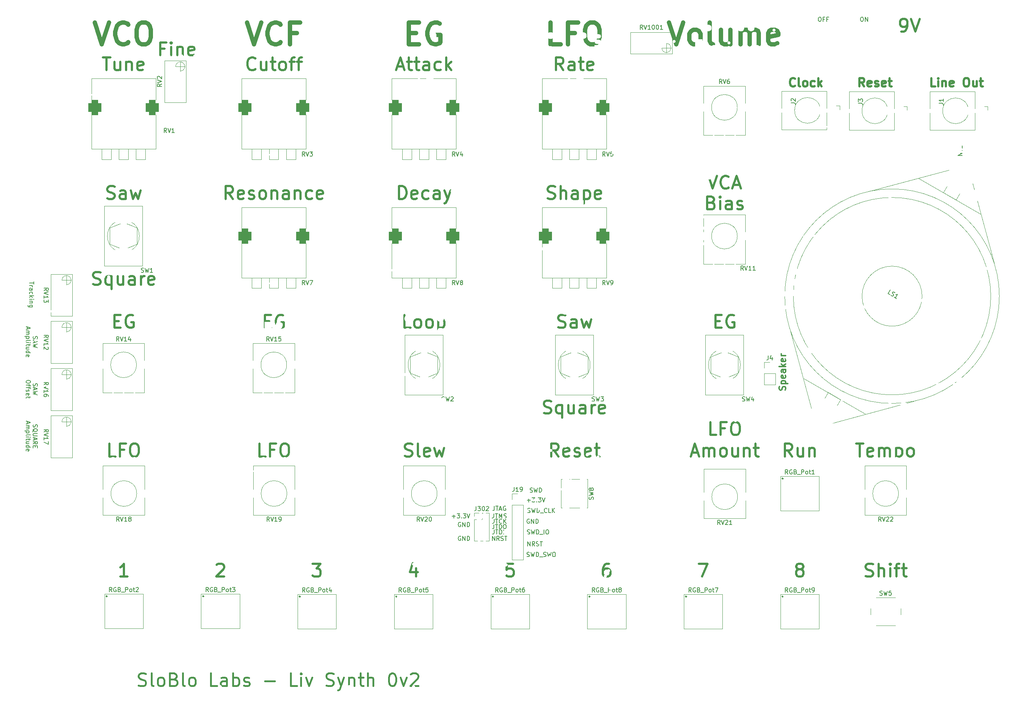
<source format=gbr>
%TF.GenerationSoftware,KiCad,Pcbnew,(6.0.10-0)*%
%TF.CreationDate,2023-01-28T16:50:53+01:00*%
%TF.ProjectId,LivSynth_Hardware,4c697653-796e-4746-985f-486172647761,0v2*%
%TF.SameCoordinates,Original*%
%TF.FileFunction,Legend,Top*%
%TF.FilePolarity,Positive*%
%FSLAX46Y46*%
G04 Gerber Fmt 4.6, Leading zero omitted, Abs format (unit mm)*
G04 Created by KiCad (PCBNEW (6.0.10-0)) date 2023-01-28 16:50:53*
%MOMM*%
%LPD*%
G01*
G04 APERTURE LIST*
G04 Aperture macros list*
%AMRoundRect*
0 Rectangle with rounded corners*
0 $1 Rounding radius*
0 $2 $3 $4 $5 $6 $7 $8 $9 X,Y pos of 4 corners*
0 Add a 4 corners polygon primitive as box body*
4,1,4,$2,$3,$4,$5,$6,$7,$8,$9,$2,$3,0*
0 Add four circle primitives for the rounded corners*
1,1,$1+$1,$2,$3*
1,1,$1+$1,$4,$5*
1,1,$1+$1,$6,$7*
1,1,$1+$1,$8,$9*
0 Add four rect primitives between the rounded corners*
20,1,$1+$1,$2,$3,$4,$5,0*
20,1,$1+$1,$4,$5,$6,$7,0*
20,1,$1+$1,$6,$7,$8,$9,0*
20,1,$1+$1,$8,$9,$2,$3,0*%
G04 Aperture macros list end*
%ADD10C,0.500000*%
%ADD11C,0.150000*%
%ADD12C,1.000000*%
%ADD13C,0.300000*%
%ADD14C,0.400000*%
%ADD15C,0.120000*%
%ADD16C,0.260000*%
%ADD17C,0.100000*%
%ADD18C,1.800000*%
%ADD19C,1.400000*%
%ADD20O,5.000000X3.200000*%
%ADD21C,1.440000*%
%ADD22C,3.600000*%
%ADD23C,6.400000*%
%ADD24C,2.000000*%
%ADD25O,2.500000X1.800000*%
%ADD26R,1.000000X1.000000*%
%ADD27O,1.000000X1.000000*%
%ADD28RoundRect,0.750000X-0.750000X-1.000000X0.750000X-1.000000X0.750000X1.000000X-0.750000X1.000000X0*%
%ADD29R,1.700000X1.700000*%
%ADD30O,1.700000X1.700000*%
%ADD31C,1.300000*%
%ADD32R,1.830000X1.930000*%
%ADD33C,2.130000*%
%ADD34C,3.200000*%
%ADD35R,1.000000X3.200000*%
%ADD36C,1.600000*%
%ADD37O,1.600000X1.600000*%
%ADD38R,1.800000X1.800000*%
%ADD39R,1.050000X1.500000*%
%ADD40O,1.050000X1.500000*%
%ADD41R,1.500000X1.050000*%
%ADD42O,1.500000X1.050000*%
%ADD43C,2.600000*%
%ADD44R,3.000000X3.000000*%
%ADD45C,3.000000*%
%ADD46O,0.800000X0.800000*%
%ADD47O,1.800000X1.150000*%
%ADD48O,2.000000X1.450000*%
%ADD49R,1.600000X1.600000*%
%ADD50C,1.700000*%
%ADD51R,2.600000X2.600000*%
%ADD52R,1.070000X1.800000*%
%ADD53O,1.070000X1.800000*%
%ADD54C,0.700000*%
%ADD55C,0.800000*%
%ADD56C,0.460000*%
G04 APERTURE END LIST*
D10*
X294095238Y-85154761D02*
X293142857Y-85154761D01*
X293142857Y-83154761D01*
X294761904Y-85154761D02*
X294761904Y-83821428D01*
X294761904Y-83154761D02*
X294666666Y-83250000D01*
X294761904Y-83345238D01*
X294857142Y-83250000D01*
X294761904Y-83154761D01*
X294761904Y-83345238D01*
X295714285Y-83821428D02*
X295714285Y-85154761D01*
X295714285Y-84011904D02*
X295809523Y-83916666D01*
X296000000Y-83821428D01*
X296285714Y-83821428D01*
X296476190Y-83916666D01*
X296571428Y-84107142D01*
X296571428Y-85154761D01*
X298285714Y-85059523D02*
X298095238Y-85154761D01*
X297714285Y-85154761D01*
X297523809Y-85059523D01*
X297428571Y-84869047D01*
X297428571Y-84107142D01*
X297523809Y-83916666D01*
X297714285Y-83821428D01*
X298095238Y-83821428D01*
X298285714Y-83916666D01*
X298380952Y-84107142D01*
X298380952Y-84297619D01*
X297428571Y-84488095D01*
X301142857Y-83154761D02*
X301523809Y-83154761D01*
X301714285Y-83250000D01*
X301904761Y-83440476D01*
X302000000Y-83821428D01*
X302000000Y-84488095D01*
X301904761Y-84869047D01*
X301714285Y-85059523D01*
X301523809Y-85154761D01*
X301142857Y-85154761D01*
X300952380Y-85059523D01*
X300761904Y-84869047D01*
X300666666Y-84488095D01*
X300666666Y-83821428D01*
X300761904Y-83440476D01*
X300952380Y-83250000D01*
X301142857Y-83154761D01*
X303714285Y-83821428D02*
X303714285Y-85154761D01*
X302857142Y-83821428D02*
X302857142Y-84869047D01*
X302952380Y-85059523D01*
X303142857Y-85154761D01*
X303428571Y-85154761D01*
X303619047Y-85059523D01*
X303714285Y-84964285D01*
X304380952Y-83821428D02*
X305142857Y-83821428D01*
X304666666Y-83154761D02*
X304666666Y-84869047D01*
X304761904Y-85059523D01*
X304952380Y-85154761D01*
X305142857Y-85154761D01*
D11*
X83900238Y-163935714D02*
X83852619Y-164078571D01*
X83852619Y-164316666D01*
X83900238Y-164411904D01*
X83947857Y-164459523D01*
X84043095Y-164507142D01*
X84138333Y-164507142D01*
X84233571Y-164459523D01*
X84281190Y-164411904D01*
X84328809Y-164316666D01*
X84376428Y-164126190D01*
X84424047Y-164030952D01*
X84471666Y-163983333D01*
X84566904Y-163935714D01*
X84662142Y-163935714D01*
X84757380Y-163983333D01*
X84805000Y-164030952D01*
X84852619Y-164126190D01*
X84852619Y-164364285D01*
X84805000Y-164507142D01*
X83757380Y-165602380D02*
X83805000Y-165507142D01*
X83900238Y-165411904D01*
X84043095Y-165269047D01*
X84090714Y-165173809D01*
X84090714Y-165078571D01*
X83852619Y-165126190D02*
X83900238Y-165030952D01*
X83995476Y-164935714D01*
X84185952Y-164888095D01*
X84519285Y-164888095D01*
X84709761Y-164935714D01*
X84805000Y-165030952D01*
X84852619Y-165126190D01*
X84852619Y-165316666D01*
X84805000Y-165411904D01*
X84709761Y-165507142D01*
X84519285Y-165554761D01*
X84185952Y-165554761D01*
X83995476Y-165507142D01*
X83900238Y-165411904D01*
X83852619Y-165316666D01*
X83852619Y-165126190D01*
X84852619Y-165983333D02*
X84043095Y-165983333D01*
X83947857Y-166030952D01*
X83900238Y-166078571D01*
X83852619Y-166173809D01*
X83852619Y-166364285D01*
X83900238Y-166459523D01*
X83947857Y-166507142D01*
X84043095Y-166554761D01*
X84852619Y-166554761D01*
X84138333Y-166983333D02*
X84138333Y-167459523D01*
X83852619Y-166888095D02*
X84852619Y-167221428D01*
X83852619Y-167554761D01*
X83852619Y-168459523D02*
X84328809Y-168126190D01*
X83852619Y-167888095D02*
X84852619Y-167888095D01*
X84852619Y-168269047D01*
X84805000Y-168364285D01*
X84757380Y-168411904D01*
X84662142Y-168459523D01*
X84519285Y-168459523D01*
X84424047Y-168411904D01*
X84376428Y-168364285D01*
X84328809Y-168269047D01*
X84328809Y-167888095D01*
X84376428Y-168888095D02*
X84376428Y-169221428D01*
X83852619Y-169364285D02*
X83852619Y-168888095D01*
X84852619Y-168888095D01*
X84852619Y-169364285D01*
X82528333Y-163173809D02*
X82528333Y-163650000D01*
X82242619Y-163078571D02*
X83242619Y-163411904D01*
X82242619Y-163745238D01*
X82242619Y-164078571D02*
X82909285Y-164078571D01*
X82814047Y-164078571D02*
X82861666Y-164126190D01*
X82909285Y-164221428D01*
X82909285Y-164364285D01*
X82861666Y-164459523D01*
X82766428Y-164507142D01*
X82242619Y-164507142D01*
X82766428Y-164507142D02*
X82861666Y-164554761D01*
X82909285Y-164650000D01*
X82909285Y-164792857D01*
X82861666Y-164888095D01*
X82766428Y-164935714D01*
X82242619Y-164935714D01*
X82909285Y-165411904D02*
X81909285Y-165411904D01*
X82861666Y-165411904D02*
X82909285Y-165507142D01*
X82909285Y-165697619D01*
X82861666Y-165792857D01*
X82814047Y-165840476D01*
X82718809Y-165888095D01*
X82433095Y-165888095D01*
X82337857Y-165840476D01*
X82290238Y-165792857D01*
X82242619Y-165697619D01*
X82242619Y-165507142D01*
X82290238Y-165411904D01*
X82242619Y-166459523D02*
X82290238Y-166364285D01*
X82385476Y-166316666D01*
X83242619Y-166316666D01*
X82242619Y-166840476D02*
X82909285Y-166840476D01*
X83242619Y-166840476D02*
X83195000Y-166792857D01*
X83147380Y-166840476D01*
X83195000Y-166888095D01*
X83242619Y-166840476D01*
X83147380Y-166840476D01*
X82909285Y-167173809D02*
X82909285Y-167554761D01*
X83242619Y-167316666D02*
X82385476Y-167316666D01*
X82290238Y-167364285D01*
X82242619Y-167459523D01*
X82242619Y-167554761D01*
X82909285Y-168316666D02*
X82242619Y-168316666D01*
X82909285Y-167888095D02*
X82385476Y-167888095D01*
X82290238Y-167935714D01*
X82242619Y-168030952D01*
X82242619Y-168173809D01*
X82290238Y-168269047D01*
X82337857Y-168316666D01*
X82242619Y-169221428D02*
X83242619Y-169221428D01*
X82290238Y-169221428D02*
X82242619Y-169126190D01*
X82242619Y-168935714D01*
X82290238Y-168840476D01*
X82337857Y-168792857D01*
X82433095Y-168745238D01*
X82718809Y-168745238D01*
X82814047Y-168792857D01*
X82861666Y-168840476D01*
X82909285Y-168935714D01*
X82909285Y-169126190D01*
X82861666Y-169221428D01*
X82290238Y-170078571D02*
X82242619Y-169983333D01*
X82242619Y-169792857D01*
X82290238Y-169697619D01*
X82385476Y-169650000D01*
X82766428Y-169650000D01*
X82861666Y-169697619D01*
X82909285Y-169792857D01*
X82909285Y-169983333D01*
X82861666Y-170078571D01*
X82766428Y-170126190D01*
X82671190Y-170126190D01*
X82575952Y-169650000D01*
X191333333Y-182952380D02*
X191333333Y-183666666D01*
X191285714Y-183809523D01*
X191190476Y-183904761D01*
X191047619Y-183952380D01*
X190952380Y-183952380D01*
X191666666Y-182952380D02*
X192238095Y-182952380D01*
X191952380Y-183952380D02*
X191952380Y-182952380D01*
X192523809Y-183666666D02*
X193000000Y-183666666D01*
X192428571Y-183952380D02*
X192761904Y-182952380D01*
X193095238Y-183952380D01*
X193952380Y-183000000D02*
X193857142Y-182952380D01*
X193714285Y-182952380D01*
X193571428Y-183000000D01*
X193476190Y-183095238D01*
X193428571Y-183190476D01*
X193380952Y-183380952D01*
X193380952Y-183523809D01*
X193428571Y-183714285D01*
X193476190Y-183809523D01*
X193571428Y-183904761D01*
X193714285Y-183952380D01*
X193809523Y-183952380D01*
X193952380Y-183904761D01*
X194000000Y-183857142D01*
X194000000Y-183523809D01*
X193809523Y-183523809D01*
D10*
X207428571Y-81342142D02*
X206428571Y-79913571D01*
X205714285Y-81342142D02*
X205714285Y-78342142D01*
X206857142Y-78342142D01*
X207142857Y-78485000D01*
X207285714Y-78627857D01*
X207428571Y-78913571D01*
X207428571Y-79342142D01*
X207285714Y-79627857D01*
X207142857Y-79770714D01*
X206857142Y-79913571D01*
X205714285Y-79913571D01*
X210000000Y-81342142D02*
X210000000Y-79770714D01*
X209857142Y-79485000D01*
X209571428Y-79342142D01*
X209000000Y-79342142D01*
X208714285Y-79485000D01*
X210000000Y-81199285D02*
X209714285Y-81342142D01*
X209000000Y-81342142D01*
X208714285Y-81199285D01*
X208571428Y-80913571D01*
X208571428Y-80627857D01*
X208714285Y-80342142D01*
X209000000Y-80199285D01*
X209714285Y-80199285D01*
X210000000Y-80056428D01*
X211000000Y-79342142D02*
X212142857Y-79342142D01*
X211428571Y-78342142D02*
X211428571Y-80913571D01*
X211571428Y-81199285D01*
X211857142Y-81342142D01*
X212142857Y-81342142D01*
X214285714Y-81199285D02*
X214000000Y-81342142D01*
X213428571Y-81342142D01*
X213142857Y-81199285D01*
X213000000Y-80913571D01*
X213000000Y-79770714D01*
X213142857Y-79485000D01*
X213428571Y-79342142D01*
X214000000Y-79342142D01*
X214285714Y-79485000D01*
X214428571Y-79770714D01*
X214428571Y-80056428D01*
X213000000Y-80342142D01*
D11*
X191214285Y-184702380D02*
X191214285Y-185416666D01*
X191166666Y-185559523D01*
X191071428Y-185654761D01*
X190928571Y-185702380D01*
X190833333Y-185702380D01*
X191547619Y-184702380D02*
X192119047Y-184702380D01*
X191833333Y-185702380D02*
X191833333Y-184702380D01*
X192452380Y-185702380D02*
X192452380Y-184702380D01*
X192785714Y-185416666D01*
X193119047Y-184702380D01*
X193119047Y-185702380D01*
X193547619Y-185654761D02*
X193690476Y-185702380D01*
X193928571Y-185702380D01*
X194023809Y-185654761D01*
X194071428Y-185607142D01*
X194119047Y-185511904D01*
X194119047Y-185416666D01*
X194071428Y-185321428D01*
X194023809Y-185273809D01*
X193928571Y-185226190D01*
X193738095Y-185178571D01*
X193642857Y-185130952D01*
X193595238Y-185083333D01*
X193547619Y-184988095D01*
X193547619Y-184892857D01*
X193595238Y-184797619D01*
X193642857Y-184750000D01*
X193738095Y-184702380D01*
X193976190Y-184702380D01*
X194119047Y-184750000D01*
D10*
X206214285Y-141214285D02*
X206642857Y-141357142D01*
X207357142Y-141357142D01*
X207642857Y-141214285D01*
X207785714Y-141071428D01*
X207928571Y-140785714D01*
X207928571Y-140500000D01*
X207785714Y-140214285D01*
X207642857Y-140071428D01*
X207357142Y-139928571D01*
X206785714Y-139785714D01*
X206500000Y-139642857D01*
X206357142Y-139500000D01*
X206214285Y-139214285D01*
X206214285Y-138928571D01*
X206357142Y-138642857D01*
X206500000Y-138500000D01*
X206785714Y-138357142D01*
X207500000Y-138357142D01*
X207928571Y-138500000D01*
X210500000Y-141357142D02*
X210500000Y-139785714D01*
X210357142Y-139500000D01*
X210071428Y-139357142D01*
X209500000Y-139357142D01*
X209214285Y-139500000D01*
X210500000Y-141214285D02*
X210214285Y-141357142D01*
X209500000Y-141357142D01*
X209214285Y-141214285D01*
X209071428Y-140928571D01*
X209071428Y-140642857D01*
X209214285Y-140357142D01*
X209500000Y-140214285D01*
X210214285Y-140214285D01*
X210500000Y-140071428D01*
X211642857Y-139357142D02*
X212214285Y-141357142D01*
X212785714Y-139928571D01*
X213357142Y-141357142D01*
X213928571Y-139357142D01*
D11*
X199107142Y-184404761D02*
X199250000Y-184452380D01*
X199488095Y-184452380D01*
X199583333Y-184404761D01*
X199630952Y-184357142D01*
X199678571Y-184261904D01*
X199678571Y-184166666D01*
X199630952Y-184071428D01*
X199583333Y-184023809D01*
X199488095Y-183976190D01*
X199297619Y-183928571D01*
X199202380Y-183880952D01*
X199154761Y-183833333D01*
X199107142Y-183738095D01*
X199107142Y-183642857D01*
X199154761Y-183547619D01*
X199202380Y-183500000D01*
X199297619Y-183452380D01*
X199535714Y-183452380D01*
X199678571Y-183500000D01*
X200011904Y-183452380D02*
X200250000Y-184452380D01*
X200440476Y-183738095D01*
X200630952Y-184452380D01*
X200869047Y-183452380D01*
X201250000Y-184452380D02*
X201250000Y-183452380D01*
X201488095Y-183452380D01*
X201630952Y-183500000D01*
X201726190Y-183595238D01*
X201773809Y-183690476D01*
X201821428Y-183880952D01*
X201821428Y-184023809D01*
X201773809Y-184214285D01*
X201726190Y-184309523D01*
X201630952Y-184404761D01*
X201488095Y-184452380D01*
X201250000Y-184452380D01*
X202011904Y-184547619D02*
X202773809Y-184547619D01*
X203583333Y-184357142D02*
X203535714Y-184404761D01*
X203392857Y-184452380D01*
X203297619Y-184452380D01*
X203154761Y-184404761D01*
X203059523Y-184309523D01*
X203011904Y-184214285D01*
X202964285Y-184023809D01*
X202964285Y-183880952D01*
X203011904Y-183690476D01*
X203059523Y-183595238D01*
X203154761Y-183500000D01*
X203297619Y-183452380D01*
X203392857Y-183452380D01*
X203535714Y-183500000D01*
X203583333Y-183547619D01*
X204488095Y-184452380D02*
X204011904Y-184452380D01*
X204011904Y-183452380D01*
X204821428Y-184452380D02*
X204821428Y-183452380D01*
X205392857Y-184452380D02*
X204964285Y-183880952D01*
X205392857Y-183452380D02*
X204821428Y-184023809D01*
D10*
X195714285Y-196357142D02*
X194285714Y-196357142D01*
X194142857Y-197785714D01*
X194285714Y-197642857D01*
X194571428Y-197500000D01*
X195285714Y-197500000D01*
X195571428Y-197642857D01*
X195714285Y-197785714D01*
X195857142Y-198071428D01*
X195857142Y-198785714D01*
X195714285Y-199071428D01*
X195571428Y-199214285D01*
X195285714Y-199357142D01*
X194571428Y-199357142D01*
X194285714Y-199214285D01*
X194142857Y-199071428D01*
D11*
X267047619Y-68952380D02*
X267238095Y-68952380D01*
X267333333Y-69000000D01*
X267428571Y-69095238D01*
X267476190Y-69285714D01*
X267476190Y-69619047D01*
X267428571Y-69809523D01*
X267333333Y-69904761D01*
X267238095Y-69952380D01*
X267047619Y-69952380D01*
X266952380Y-69904761D01*
X266857142Y-69809523D01*
X266809523Y-69619047D01*
X266809523Y-69285714D01*
X266857142Y-69095238D01*
X266952380Y-69000000D01*
X267047619Y-68952380D01*
X268238095Y-69428571D02*
X267904761Y-69428571D01*
X267904761Y-69952380D02*
X267904761Y-68952380D01*
X268380952Y-68952380D01*
X269095238Y-69428571D02*
X268761904Y-69428571D01*
X268761904Y-69952380D02*
X268761904Y-68952380D01*
X269238095Y-68952380D01*
D10*
X102857142Y-139785714D02*
X103857142Y-139785714D01*
X104285714Y-141357142D02*
X102857142Y-141357142D01*
X102857142Y-138357142D01*
X104285714Y-138357142D01*
X107142857Y-138500000D02*
X106857142Y-138357142D01*
X106428571Y-138357142D01*
X106000000Y-138500000D01*
X105714285Y-138785714D01*
X105571428Y-139071428D01*
X105428571Y-139642857D01*
X105428571Y-140071428D01*
X105571428Y-140642857D01*
X105714285Y-140928571D01*
X106000000Y-141214285D01*
X106428571Y-141357142D01*
X106714285Y-141357142D01*
X107142857Y-141214285D01*
X107285714Y-141071428D01*
X107285714Y-140071428D01*
X106714285Y-140071428D01*
D11*
X198940476Y-194654761D02*
X199083333Y-194702380D01*
X199321428Y-194702380D01*
X199416666Y-194654761D01*
X199464285Y-194607142D01*
X199511904Y-194511904D01*
X199511904Y-194416666D01*
X199464285Y-194321428D01*
X199416666Y-194273809D01*
X199321428Y-194226190D01*
X199130952Y-194178571D01*
X199035714Y-194130952D01*
X198988095Y-194083333D01*
X198940476Y-193988095D01*
X198940476Y-193892857D01*
X198988095Y-193797619D01*
X199035714Y-193750000D01*
X199130952Y-193702380D01*
X199369047Y-193702380D01*
X199511904Y-193750000D01*
X199845238Y-193702380D02*
X200083333Y-194702380D01*
X200273809Y-193988095D01*
X200464285Y-194702380D01*
X200702380Y-193702380D01*
X201083333Y-194702380D02*
X201083333Y-193702380D01*
X201321428Y-193702380D01*
X201464285Y-193750000D01*
X201559523Y-193845238D01*
X201607142Y-193940476D01*
X201654761Y-194130952D01*
X201654761Y-194273809D01*
X201607142Y-194464285D01*
X201559523Y-194559523D01*
X201464285Y-194654761D01*
X201321428Y-194702380D01*
X201083333Y-194702380D01*
X201845238Y-194797619D02*
X202607142Y-194797619D01*
X202797619Y-194654761D02*
X202940476Y-194702380D01*
X203178571Y-194702380D01*
X203273809Y-194654761D01*
X203321428Y-194607142D01*
X203369047Y-194511904D01*
X203369047Y-194416666D01*
X203321428Y-194321428D01*
X203273809Y-194273809D01*
X203178571Y-194226190D01*
X202988095Y-194178571D01*
X202892857Y-194130952D01*
X202845238Y-194083333D01*
X202797619Y-193988095D01*
X202797619Y-193892857D01*
X202845238Y-193797619D01*
X202892857Y-193750000D01*
X202988095Y-193702380D01*
X203226190Y-193702380D01*
X203369047Y-193750000D01*
X203702380Y-193702380D02*
X203940476Y-194702380D01*
X204130952Y-193988095D01*
X204321428Y-194702380D01*
X204559523Y-193702380D01*
X205130952Y-193702380D02*
X205321428Y-193702380D01*
X205416666Y-193750000D01*
X205511904Y-193845238D01*
X205559523Y-194035714D01*
X205559523Y-194369047D01*
X205511904Y-194559523D01*
X205416666Y-194654761D01*
X205321428Y-194702380D01*
X205130952Y-194702380D01*
X205035714Y-194654761D01*
X204940476Y-194559523D01*
X204892857Y-194369047D01*
X204892857Y-194035714D01*
X204940476Y-193845238D01*
X205035714Y-193750000D01*
X205130952Y-193702380D01*
D12*
X133690476Y-70261904D02*
X135357142Y-75261904D01*
X137023809Y-70261904D01*
X141547619Y-74785714D02*
X141309523Y-75023809D01*
X140595238Y-75261904D01*
X140119047Y-75261904D01*
X139404761Y-75023809D01*
X138928571Y-74547619D01*
X138690476Y-74071428D01*
X138452380Y-73119047D01*
X138452380Y-72404761D01*
X138690476Y-71452380D01*
X138928571Y-70976190D01*
X139404761Y-70500000D01*
X140119047Y-70261904D01*
X140595238Y-70261904D01*
X141309523Y-70500000D01*
X141547619Y-70738095D01*
X145357142Y-72642857D02*
X143690476Y-72642857D01*
X143690476Y-75261904D02*
X143690476Y-70261904D01*
X146071428Y-70261904D01*
D10*
X241214285Y-105942142D02*
X242214285Y-108942142D01*
X243214285Y-105942142D01*
X245928571Y-108656428D02*
X245785714Y-108799285D01*
X245357142Y-108942142D01*
X245071428Y-108942142D01*
X244642857Y-108799285D01*
X244357142Y-108513571D01*
X244214285Y-108227857D01*
X244071428Y-107656428D01*
X244071428Y-107227857D01*
X244214285Y-106656428D01*
X244357142Y-106370714D01*
X244642857Y-106085000D01*
X245071428Y-105942142D01*
X245357142Y-105942142D01*
X245785714Y-106085000D01*
X245928571Y-106227857D01*
X247071428Y-108085000D02*
X248500000Y-108085000D01*
X246785714Y-108942142D02*
X247785714Y-105942142D01*
X248785714Y-108942142D01*
X241928571Y-112200714D02*
X242357142Y-112343571D01*
X242500000Y-112486428D01*
X242642857Y-112772142D01*
X242642857Y-113200714D01*
X242500000Y-113486428D01*
X242357142Y-113629285D01*
X242071428Y-113772142D01*
X240928571Y-113772142D01*
X240928571Y-110772142D01*
X241928571Y-110772142D01*
X242214285Y-110915000D01*
X242357142Y-111057857D01*
X242500000Y-111343571D01*
X242500000Y-111629285D01*
X242357142Y-111915000D01*
X242214285Y-112057857D01*
X241928571Y-112200714D01*
X240928571Y-112200714D01*
X243928571Y-113772142D02*
X243928571Y-111772142D01*
X243928571Y-110772142D02*
X243785714Y-110915000D01*
X243928571Y-111057857D01*
X244071428Y-110915000D01*
X243928571Y-110772142D01*
X243928571Y-111057857D01*
X246642857Y-113772142D02*
X246642857Y-112200714D01*
X246500000Y-111915000D01*
X246214285Y-111772142D01*
X245642857Y-111772142D01*
X245357142Y-111915000D01*
X246642857Y-113629285D02*
X246357142Y-113772142D01*
X245642857Y-113772142D01*
X245357142Y-113629285D01*
X245214285Y-113343571D01*
X245214285Y-113057857D01*
X245357142Y-112772142D01*
X245642857Y-112629285D01*
X246357142Y-112629285D01*
X246642857Y-112486428D01*
X247928571Y-113629285D02*
X248214285Y-113772142D01*
X248785714Y-113772142D01*
X249071428Y-113629285D01*
X249214285Y-113343571D01*
X249214285Y-113200714D01*
X249071428Y-112915000D01*
X248785714Y-112772142D01*
X248357142Y-112772142D01*
X248071428Y-112629285D01*
X247928571Y-112343571D01*
X247928571Y-112200714D01*
X248071428Y-111915000D01*
X248357142Y-111772142D01*
X248785714Y-111772142D01*
X249071428Y-111915000D01*
X262214285Y-197642857D02*
X261928571Y-197500000D01*
X261785714Y-197357142D01*
X261642857Y-197071428D01*
X261642857Y-196928571D01*
X261785714Y-196642857D01*
X261928571Y-196500000D01*
X262214285Y-196357142D01*
X262785714Y-196357142D01*
X263071428Y-196500000D01*
X263214285Y-196642857D01*
X263357142Y-196928571D01*
X263357142Y-197071428D01*
X263214285Y-197357142D01*
X263071428Y-197500000D01*
X262785714Y-197642857D01*
X262214285Y-197642857D01*
X261928571Y-197785714D01*
X261785714Y-197928571D01*
X261642857Y-198214285D01*
X261642857Y-198785714D01*
X261785714Y-199071428D01*
X261928571Y-199214285D01*
X262214285Y-199357142D01*
X262785714Y-199357142D01*
X263071428Y-199214285D01*
X263214285Y-199071428D01*
X263357142Y-198785714D01*
X263357142Y-198214285D01*
X263214285Y-197928571D01*
X263071428Y-197785714D01*
X262785714Y-197642857D01*
X277857142Y-199214285D02*
X278285714Y-199357142D01*
X279000000Y-199357142D01*
X279285714Y-199214285D01*
X279428571Y-199071428D01*
X279571428Y-198785714D01*
X279571428Y-198500000D01*
X279428571Y-198214285D01*
X279285714Y-198071428D01*
X279000000Y-197928571D01*
X278428571Y-197785714D01*
X278142857Y-197642857D01*
X278000000Y-197500000D01*
X277857142Y-197214285D01*
X277857142Y-196928571D01*
X278000000Y-196642857D01*
X278142857Y-196500000D01*
X278428571Y-196357142D01*
X279142857Y-196357142D01*
X279571428Y-196500000D01*
X280857142Y-199357142D02*
X280857142Y-196357142D01*
X282142857Y-199357142D02*
X282142857Y-197785714D01*
X282000000Y-197500000D01*
X281714285Y-197357142D01*
X281285714Y-197357142D01*
X281000000Y-197500000D01*
X280857142Y-197642857D01*
X283571428Y-199357142D02*
X283571428Y-197357142D01*
X283571428Y-196357142D02*
X283428571Y-196500000D01*
X283571428Y-196642857D01*
X283714285Y-196500000D01*
X283571428Y-196357142D01*
X283571428Y-196642857D01*
X284571428Y-197357142D02*
X285714285Y-197357142D01*
X285000000Y-199357142D02*
X285000000Y-196785714D01*
X285142857Y-196500000D01*
X285428571Y-196357142D01*
X285714285Y-196357142D01*
X286285714Y-197357142D02*
X287428571Y-197357142D01*
X286714285Y-196357142D02*
X286714285Y-198928571D01*
X286857142Y-199214285D01*
X287142857Y-199357142D01*
X287428571Y-199357142D01*
D11*
X199488095Y-186000000D02*
X199392857Y-185952380D01*
X199250000Y-185952380D01*
X199107142Y-186000000D01*
X199011904Y-186095238D01*
X198964285Y-186190476D01*
X198916666Y-186380952D01*
X198916666Y-186523809D01*
X198964285Y-186714285D01*
X199011904Y-186809523D01*
X199107142Y-186904761D01*
X199250000Y-186952380D01*
X199345238Y-186952380D01*
X199488095Y-186904761D01*
X199535714Y-186857142D01*
X199535714Y-186523809D01*
X199345238Y-186523809D01*
X199964285Y-186952380D02*
X199964285Y-185952380D01*
X200535714Y-186952380D01*
X200535714Y-185952380D01*
X201011904Y-186952380D02*
X201011904Y-185952380D01*
X201250000Y-185952380D01*
X201392857Y-186000000D01*
X201488095Y-186095238D01*
X201535714Y-186190476D01*
X201583333Y-186380952D01*
X201583333Y-186523809D01*
X201535714Y-186714285D01*
X201488095Y-186809523D01*
X201392857Y-186904761D01*
X201250000Y-186952380D01*
X201011904Y-186952380D01*
D10*
X203785714Y-111214285D02*
X204214285Y-111357142D01*
X204928571Y-111357142D01*
X205214285Y-111214285D01*
X205357142Y-111071428D01*
X205500000Y-110785714D01*
X205500000Y-110500000D01*
X205357142Y-110214285D01*
X205214285Y-110071428D01*
X204928571Y-109928571D01*
X204357142Y-109785714D01*
X204071428Y-109642857D01*
X203928571Y-109500000D01*
X203785714Y-109214285D01*
X203785714Y-108928571D01*
X203928571Y-108642857D01*
X204071428Y-108500000D01*
X204357142Y-108357142D01*
X205071428Y-108357142D01*
X205500000Y-108500000D01*
X206785714Y-111357142D02*
X206785714Y-108357142D01*
X208071428Y-111357142D02*
X208071428Y-109785714D01*
X207928571Y-109500000D01*
X207642857Y-109357142D01*
X207214285Y-109357142D01*
X206928571Y-109500000D01*
X206785714Y-109642857D01*
X210785714Y-111357142D02*
X210785714Y-109785714D01*
X210642857Y-109500000D01*
X210357142Y-109357142D01*
X209785714Y-109357142D01*
X209500000Y-109500000D01*
X210785714Y-111214285D02*
X210500000Y-111357142D01*
X209785714Y-111357142D01*
X209500000Y-111214285D01*
X209357142Y-110928571D01*
X209357142Y-110642857D01*
X209500000Y-110357142D01*
X209785714Y-110214285D01*
X210500000Y-110214285D01*
X210785714Y-110071428D01*
X212214285Y-109357142D02*
X212214285Y-112357142D01*
X212214285Y-109500000D02*
X212500000Y-109357142D01*
X213071428Y-109357142D01*
X213357142Y-109500000D01*
X213500000Y-109642857D01*
X213642857Y-109928571D01*
X213642857Y-110785714D01*
X213500000Y-111071428D01*
X213357142Y-111214285D01*
X213071428Y-111357142D01*
X212500000Y-111357142D01*
X212214285Y-111214285D01*
X216071428Y-111214285D02*
X215785714Y-111357142D01*
X215214285Y-111357142D01*
X214928571Y-111214285D01*
X214785714Y-110928571D01*
X214785714Y-109785714D01*
X214928571Y-109500000D01*
X215214285Y-109357142D01*
X215785714Y-109357142D01*
X216071428Y-109500000D01*
X216214285Y-109785714D01*
X216214285Y-110071428D01*
X214785714Y-110357142D01*
D12*
X206785714Y-75261904D02*
X204404761Y-75261904D01*
X204404761Y-70261904D01*
X210119047Y-72642857D02*
X208452380Y-72642857D01*
X208452380Y-75261904D02*
X208452380Y-70261904D01*
X210833333Y-70261904D01*
X213690476Y-70261904D02*
X214642857Y-70261904D01*
X215119047Y-70500000D01*
X215595238Y-70976190D01*
X215833333Y-71928571D01*
X215833333Y-73595238D01*
X215595238Y-74547619D01*
X215119047Y-75023809D01*
X214642857Y-75261904D01*
X213690476Y-75261904D01*
X213214285Y-75023809D01*
X212738095Y-74547619D01*
X212500000Y-73595238D01*
X212500000Y-71928571D01*
X212738095Y-70976190D01*
X213214285Y-70500000D01*
X213690476Y-70261904D01*
D10*
X275642857Y-168357142D02*
X277357142Y-168357142D01*
X276500000Y-171357142D02*
X276500000Y-168357142D01*
X279500000Y-171214285D02*
X279214285Y-171357142D01*
X278642857Y-171357142D01*
X278357142Y-171214285D01*
X278214285Y-170928571D01*
X278214285Y-169785714D01*
X278357142Y-169500000D01*
X278642857Y-169357142D01*
X279214285Y-169357142D01*
X279500000Y-169500000D01*
X279642857Y-169785714D01*
X279642857Y-170071428D01*
X278214285Y-170357142D01*
X280928571Y-171357142D02*
X280928571Y-169357142D01*
X280928571Y-169642857D02*
X281071428Y-169500000D01*
X281357142Y-169357142D01*
X281785714Y-169357142D01*
X282071428Y-169500000D01*
X282214285Y-169785714D01*
X282214285Y-171357142D01*
X282214285Y-169785714D02*
X282357142Y-169500000D01*
X282642857Y-169357142D01*
X283071428Y-169357142D01*
X283357142Y-169500000D01*
X283500000Y-169785714D01*
X283500000Y-171357142D01*
X284928571Y-169357142D02*
X284928571Y-172357142D01*
X284928571Y-169500000D02*
X285214285Y-169357142D01*
X285785714Y-169357142D01*
X286071428Y-169500000D01*
X286214285Y-169642857D01*
X286357142Y-169928571D01*
X286357142Y-170785714D01*
X286214285Y-171071428D01*
X286071428Y-171214285D01*
X285785714Y-171357142D01*
X285214285Y-171357142D01*
X284928571Y-171214285D01*
X288071428Y-171357142D02*
X287785714Y-171214285D01*
X287642857Y-171071428D01*
X287500000Y-170785714D01*
X287500000Y-169928571D01*
X287642857Y-169642857D01*
X287785714Y-169500000D01*
X288071428Y-169357142D01*
X288500000Y-169357142D01*
X288785714Y-169500000D01*
X288928571Y-169642857D01*
X289071428Y-169928571D01*
X289071428Y-170785714D01*
X288928571Y-171071428D01*
X288785714Y-171214285D01*
X288500000Y-171357142D01*
X288071428Y-171357142D01*
X242857142Y-139785714D02*
X243857142Y-139785714D01*
X244285714Y-141357142D02*
X242857142Y-141357142D01*
X242857142Y-138357142D01*
X244285714Y-138357142D01*
X247142857Y-138500000D02*
X246857142Y-138357142D01*
X246428571Y-138357142D01*
X246000000Y-138500000D01*
X245714285Y-138785714D01*
X245571428Y-139071428D01*
X245428571Y-139642857D01*
X245428571Y-140071428D01*
X245571428Y-140642857D01*
X245714285Y-140928571D01*
X246000000Y-141214285D01*
X246428571Y-141357142D01*
X246714285Y-141357142D01*
X247142857Y-141214285D01*
X247285714Y-141071428D01*
X247285714Y-140071428D01*
X246714285Y-140071428D01*
D11*
X183488095Y-190000000D02*
X183392857Y-189952380D01*
X183250000Y-189952380D01*
X183107142Y-190000000D01*
X183011904Y-190095238D01*
X182964285Y-190190476D01*
X182916666Y-190380952D01*
X182916666Y-190523809D01*
X182964285Y-190714285D01*
X183011904Y-190809523D01*
X183107142Y-190904761D01*
X183250000Y-190952380D01*
X183345238Y-190952380D01*
X183488095Y-190904761D01*
X183535714Y-190857142D01*
X183535714Y-190523809D01*
X183345238Y-190523809D01*
X183964285Y-190952380D02*
X183964285Y-189952380D01*
X184535714Y-190952380D01*
X184535714Y-189952380D01*
X185011904Y-190952380D02*
X185011904Y-189952380D01*
X185250000Y-189952380D01*
X185392857Y-190000000D01*
X185488095Y-190095238D01*
X185535714Y-190190476D01*
X185583333Y-190380952D01*
X185583333Y-190523809D01*
X185535714Y-190714285D01*
X185488095Y-190809523D01*
X185392857Y-190904761D01*
X185250000Y-190952380D01*
X185011904Y-190952380D01*
D13*
X259107142Y-155892857D02*
X259178571Y-155678571D01*
X259178571Y-155321428D01*
X259107142Y-155178571D01*
X259035714Y-155107142D01*
X258892857Y-155035714D01*
X258750000Y-155035714D01*
X258607142Y-155107142D01*
X258535714Y-155178571D01*
X258464285Y-155321428D01*
X258392857Y-155607142D01*
X258321428Y-155750000D01*
X258250000Y-155821428D01*
X258107142Y-155892857D01*
X257964285Y-155892857D01*
X257821428Y-155821428D01*
X257750000Y-155750000D01*
X257678571Y-155607142D01*
X257678571Y-155250000D01*
X257750000Y-155035714D01*
X258178571Y-154392857D02*
X259678571Y-154392857D01*
X258250000Y-154392857D02*
X258178571Y-154250000D01*
X258178571Y-153964285D01*
X258250000Y-153821428D01*
X258321428Y-153750000D01*
X258464285Y-153678571D01*
X258892857Y-153678571D01*
X259035714Y-153750000D01*
X259107142Y-153821428D01*
X259178571Y-153964285D01*
X259178571Y-154250000D01*
X259107142Y-154392857D01*
X259107142Y-152464285D02*
X259178571Y-152607142D01*
X259178571Y-152892857D01*
X259107142Y-153035714D01*
X258964285Y-153107142D01*
X258392857Y-153107142D01*
X258250000Y-153035714D01*
X258178571Y-152892857D01*
X258178571Y-152607142D01*
X258250000Y-152464285D01*
X258392857Y-152392857D01*
X258535714Y-152392857D01*
X258678571Y-153107142D01*
X259178571Y-151107142D02*
X258392857Y-151107142D01*
X258250000Y-151178571D01*
X258178571Y-151321428D01*
X258178571Y-151607142D01*
X258250000Y-151750000D01*
X259107142Y-151107142D02*
X259178571Y-151250000D01*
X259178571Y-151607142D01*
X259107142Y-151750000D01*
X258964285Y-151821428D01*
X258821428Y-151821428D01*
X258678571Y-151750000D01*
X258607142Y-151607142D01*
X258607142Y-151250000D01*
X258535714Y-151107142D01*
X259178571Y-150392857D02*
X257678571Y-150392857D01*
X258607142Y-150250000D02*
X259178571Y-149821428D01*
X258178571Y-149821428D02*
X258750000Y-150392857D01*
X259107142Y-148607142D02*
X259178571Y-148750000D01*
X259178571Y-149035714D01*
X259107142Y-149178571D01*
X258964285Y-149250000D01*
X258392857Y-149250000D01*
X258250000Y-149178571D01*
X258178571Y-149035714D01*
X258178571Y-148750000D01*
X258250000Y-148607142D01*
X258392857Y-148535714D01*
X258535714Y-148535714D01*
X258678571Y-149250000D01*
X259178571Y-147892857D02*
X258178571Y-147892857D01*
X258464285Y-147892857D02*
X258321428Y-147821428D01*
X258250000Y-147750000D01*
X258178571Y-147607142D01*
X258178571Y-147464285D01*
D10*
X260714285Y-171357142D02*
X259714285Y-169928571D01*
X259000000Y-171357142D02*
X259000000Y-168357142D01*
X260142857Y-168357142D01*
X260428571Y-168500000D01*
X260571428Y-168642857D01*
X260714285Y-168928571D01*
X260714285Y-169357142D01*
X260571428Y-169642857D01*
X260428571Y-169785714D01*
X260142857Y-169928571D01*
X259000000Y-169928571D01*
X263285714Y-169357142D02*
X263285714Y-171357142D01*
X262000000Y-169357142D02*
X262000000Y-170928571D01*
X262142857Y-171214285D01*
X262428571Y-171357142D01*
X262857142Y-171357142D01*
X263142857Y-171214285D01*
X263285714Y-171071428D01*
X264714285Y-169357142D02*
X264714285Y-171357142D01*
X264714285Y-169642857D02*
X264857142Y-169500000D01*
X265142857Y-169357142D01*
X265571428Y-169357142D01*
X265857142Y-169500000D01*
X266000000Y-169785714D01*
X266000000Y-171357142D01*
X171857142Y-141357142D02*
X170428571Y-141357142D01*
X170428571Y-138357142D01*
X173285714Y-141357142D02*
X173000000Y-141214285D01*
X172857142Y-141071428D01*
X172714285Y-140785714D01*
X172714285Y-139928571D01*
X172857142Y-139642857D01*
X173000000Y-139500000D01*
X173285714Y-139357142D01*
X173714285Y-139357142D01*
X174000000Y-139500000D01*
X174142857Y-139642857D01*
X174285714Y-139928571D01*
X174285714Y-140785714D01*
X174142857Y-141071428D01*
X174000000Y-141214285D01*
X173714285Y-141357142D01*
X173285714Y-141357142D01*
X176000000Y-141357142D02*
X175714285Y-141214285D01*
X175571428Y-141071428D01*
X175428571Y-140785714D01*
X175428571Y-139928571D01*
X175571428Y-139642857D01*
X175714285Y-139500000D01*
X176000000Y-139357142D01*
X176428571Y-139357142D01*
X176714285Y-139500000D01*
X176857142Y-139642857D01*
X177000000Y-139928571D01*
X177000000Y-140785714D01*
X176857142Y-141071428D01*
X176714285Y-141214285D01*
X176428571Y-141357142D01*
X176000000Y-141357142D01*
X178285714Y-139357142D02*
X178285714Y-142357142D01*
X178285714Y-139500000D02*
X178571428Y-139357142D01*
X179142857Y-139357142D01*
X179428571Y-139500000D01*
X179571428Y-139642857D01*
X179714285Y-139928571D01*
X179714285Y-140785714D01*
X179571428Y-141071428D01*
X179428571Y-141214285D01*
X179142857Y-141357142D01*
X178571428Y-141357142D01*
X178285714Y-141214285D01*
X149000000Y-196357142D02*
X150857142Y-196357142D01*
X149857142Y-197500000D01*
X150285714Y-197500000D01*
X150571428Y-197642857D01*
X150714285Y-197785714D01*
X150857142Y-198071428D01*
X150857142Y-198785714D01*
X150714285Y-199071428D01*
X150571428Y-199214285D01*
X150285714Y-199357142D01*
X149428571Y-199357142D01*
X149142857Y-199214285D01*
X149000000Y-199071428D01*
X286142857Y-72372142D02*
X286714285Y-72372142D01*
X287000000Y-72229285D01*
X287142857Y-72086428D01*
X287428571Y-71657857D01*
X287571428Y-71086428D01*
X287571428Y-69943571D01*
X287428571Y-69657857D01*
X287285714Y-69515000D01*
X287000000Y-69372142D01*
X286428571Y-69372142D01*
X286142857Y-69515000D01*
X286000000Y-69657857D01*
X285857142Y-69943571D01*
X285857142Y-70657857D01*
X286000000Y-70943571D01*
X286142857Y-71086428D01*
X286428571Y-71229285D01*
X287000000Y-71229285D01*
X287285714Y-71086428D01*
X287428571Y-70943571D01*
X287571428Y-70657857D01*
X288428571Y-69372142D02*
X289428571Y-72372142D01*
X290428571Y-69372142D01*
X173071428Y-197357142D02*
X173071428Y-199357142D01*
X172357142Y-196214285D02*
X171642857Y-198357142D01*
X173500000Y-198357142D01*
D14*
X108428571Y-224714285D02*
X108857142Y-224857142D01*
X109571428Y-224857142D01*
X109857142Y-224714285D01*
X110000000Y-224571428D01*
X110142857Y-224285714D01*
X110142857Y-224000000D01*
X110000000Y-223714285D01*
X109857142Y-223571428D01*
X109571428Y-223428571D01*
X109000000Y-223285714D01*
X108714285Y-223142857D01*
X108571428Y-223000000D01*
X108428571Y-222714285D01*
X108428571Y-222428571D01*
X108571428Y-222142857D01*
X108714285Y-222000000D01*
X109000000Y-221857142D01*
X109714285Y-221857142D01*
X110142857Y-222000000D01*
X111857142Y-224857142D02*
X111571428Y-224714285D01*
X111428571Y-224428571D01*
X111428571Y-221857142D01*
X113428571Y-224857142D02*
X113142857Y-224714285D01*
X113000000Y-224571428D01*
X112857142Y-224285714D01*
X112857142Y-223428571D01*
X113000000Y-223142857D01*
X113142857Y-223000000D01*
X113428571Y-222857142D01*
X113857142Y-222857142D01*
X114142857Y-223000000D01*
X114285714Y-223142857D01*
X114428571Y-223428571D01*
X114428571Y-224285714D01*
X114285714Y-224571428D01*
X114142857Y-224714285D01*
X113857142Y-224857142D01*
X113428571Y-224857142D01*
X116714285Y-223285714D02*
X117142857Y-223428571D01*
X117285714Y-223571428D01*
X117428571Y-223857142D01*
X117428571Y-224285714D01*
X117285714Y-224571428D01*
X117142857Y-224714285D01*
X116857142Y-224857142D01*
X115714285Y-224857142D01*
X115714285Y-221857142D01*
X116714285Y-221857142D01*
X117000000Y-222000000D01*
X117142857Y-222142857D01*
X117285714Y-222428571D01*
X117285714Y-222714285D01*
X117142857Y-223000000D01*
X117000000Y-223142857D01*
X116714285Y-223285714D01*
X115714285Y-223285714D01*
X119142857Y-224857142D02*
X118857142Y-224714285D01*
X118714285Y-224428571D01*
X118714285Y-221857142D01*
X120714285Y-224857142D02*
X120428571Y-224714285D01*
X120285714Y-224571428D01*
X120142857Y-224285714D01*
X120142857Y-223428571D01*
X120285714Y-223142857D01*
X120428571Y-223000000D01*
X120714285Y-222857142D01*
X121142857Y-222857142D01*
X121428571Y-223000000D01*
X121571428Y-223142857D01*
X121714285Y-223428571D01*
X121714285Y-224285714D01*
X121571428Y-224571428D01*
X121428571Y-224714285D01*
X121142857Y-224857142D01*
X120714285Y-224857142D01*
X126714285Y-224857142D02*
X125285714Y-224857142D01*
X125285714Y-221857142D01*
X129000000Y-224857142D02*
X129000000Y-223285714D01*
X128857142Y-223000000D01*
X128571428Y-222857142D01*
X128000000Y-222857142D01*
X127714285Y-223000000D01*
X129000000Y-224714285D02*
X128714285Y-224857142D01*
X128000000Y-224857142D01*
X127714285Y-224714285D01*
X127571428Y-224428571D01*
X127571428Y-224142857D01*
X127714285Y-223857142D01*
X128000000Y-223714285D01*
X128714285Y-223714285D01*
X129000000Y-223571428D01*
X130428571Y-224857142D02*
X130428571Y-221857142D01*
X130428571Y-223000000D02*
X130714285Y-222857142D01*
X131285714Y-222857142D01*
X131571428Y-223000000D01*
X131714285Y-223142857D01*
X131857142Y-223428571D01*
X131857142Y-224285714D01*
X131714285Y-224571428D01*
X131571428Y-224714285D01*
X131285714Y-224857142D01*
X130714285Y-224857142D01*
X130428571Y-224714285D01*
X132999999Y-224714285D02*
X133285714Y-224857142D01*
X133857142Y-224857142D01*
X134142857Y-224714285D01*
X134285714Y-224428571D01*
X134285714Y-224285714D01*
X134142857Y-224000000D01*
X133857142Y-223857142D01*
X133428571Y-223857142D01*
X133142857Y-223714285D01*
X132999999Y-223428571D01*
X132999999Y-223285714D01*
X133142857Y-223000000D01*
X133428571Y-222857142D01*
X133857142Y-222857142D01*
X134142857Y-223000000D01*
X137857142Y-223714285D02*
X140142857Y-223714285D01*
X145285714Y-224857142D02*
X143857142Y-224857142D01*
X143857142Y-221857142D01*
X146285714Y-224857142D02*
X146285714Y-222857142D01*
X146285714Y-221857142D02*
X146142857Y-222000000D01*
X146285714Y-222142857D01*
X146428571Y-222000000D01*
X146285714Y-221857142D01*
X146285714Y-222142857D01*
X147428571Y-222857142D02*
X148142857Y-224857142D01*
X148857142Y-222857142D01*
X152142857Y-224714285D02*
X152571428Y-224857142D01*
X153285714Y-224857142D01*
X153571428Y-224714285D01*
X153714285Y-224571428D01*
X153857142Y-224285714D01*
X153857142Y-224000000D01*
X153714285Y-223714285D01*
X153571428Y-223571428D01*
X153285714Y-223428571D01*
X152714285Y-223285714D01*
X152428571Y-223142857D01*
X152285714Y-223000000D01*
X152142857Y-222714285D01*
X152142857Y-222428571D01*
X152285714Y-222142857D01*
X152428571Y-222000000D01*
X152714285Y-221857142D01*
X153428571Y-221857142D01*
X153857142Y-222000000D01*
X154857142Y-222857142D02*
X155571428Y-224857142D01*
X156285714Y-222857142D02*
X155571428Y-224857142D01*
X155285714Y-225571428D01*
X155142857Y-225714285D01*
X154857142Y-225857142D01*
X157428571Y-222857142D02*
X157428571Y-224857142D01*
X157428571Y-223142857D02*
X157571428Y-223000000D01*
X157857142Y-222857142D01*
X158285714Y-222857142D01*
X158571428Y-223000000D01*
X158714285Y-223285714D01*
X158714285Y-224857142D01*
X159714285Y-222857142D02*
X160857142Y-222857142D01*
X160142857Y-221857142D02*
X160142857Y-224428571D01*
X160285714Y-224714285D01*
X160571428Y-224857142D01*
X160857142Y-224857142D01*
X161857142Y-224857142D02*
X161857142Y-221857142D01*
X163142857Y-224857142D02*
X163142857Y-223285714D01*
X163000000Y-223000000D01*
X162714285Y-222857142D01*
X162285714Y-222857142D01*
X162000000Y-223000000D01*
X161857142Y-223142857D01*
X167428571Y-221857142D02*
X167714285Y-221857142D01*
X168000000Y-222000000D01*
X168142857Y-222142857D01*
X168285714Y-222428571D01*
X168428571Y-223000000D01*
X168428571Y-223714285D01*
X168285714Y-224285714D01*
X168142857Y-224571428D01*
X168000000Y-224714285D01*
X167714285Y-224857142D01*
X167428571Y-224857142D01*
X167142857Y-224714285D01*
X167000000Y-224571428D01*
X166857142Y-224285714D01*
X166714285Y-223714285D01*
X166714285Y-223000000D01*
X166857142Y-222428571D01*
X167000000Y-222142857D01*
X167142857Y-222000000D01*
X167428571Y-221857142D01*
X169428571Y-222857142D02*
X170142857Y-224857142D01*
X170857142Y-222857142D01*
X171857142Y-222142857D02*
X172000000Y-222000000D01*
X172285714Y-221857142D01*
X173000000Y-221857142D01*
X173285714Y-222000000D01*
X173428571Y-222142857D01*
X173571428Y-222428571D01*
X173571428Y-222714285D01*
X173428571Y-223142857D01*
X171714285Y-224857142D01*
X173571428Y-224857142D01*
D11*
X83900238Y-154364285D02*
X83852619Y-154507142D01*
X83852619Y-154745238D01*
X83900238Y-154840476D01*
X83947857Y-154888095D01*
X84043095Y-154935714D01*
X84138333Y-154935714D01*
X84233571Y-154888095D01*
X84281190Y-154840476D01*
X84328809Y-154745238D01*
X84376428Y-154554761D01*
X84424047Y-154459523D01*
X84471666Y-154411904D01*
X84566904Y-154364285D01*
X84662142Y-154364285D01*
X84757380Y-154411904D01*
X84805000Y-154459523D01*
X84852619Y-154554761D01*
X84852619Y-154792857D01*
X84805000Y-154935714D01*
X84138333Y-155316666D02*
X84138333Y-155792857D01*
X83852619Y-155221428D02*
X84852619Y-155554761D01*
X83852619Y-155888095D01*
X84852619Y-156126190D02*
X83852619Y-156364285D01*
X84566904Y-156554761D01*
X83852619Y-156745238D01*
X84852619Y-156983333D01*
X83242619Y-153864285D02*
X83242619Y-154054761D01*
X83195000Y-154150000D01*
X83099761Y-154245238D01*
X82909285Y-154292857D01*
X82575952Y-154292857D01*
X82385476Y-154245238D01*
X82290238Y-154150000D01*
X82242619Y-154054761D01*
X82242619Y-153864285D01*
X82290238Y-153769047D01*
X82385476Y-153673809D01*
X82575952Y-153626190D01*
X82909285Y-153626190D01*
X83099761Y-153673809D01*
X83195000Y-153769047D01*
X83242619Y-153864285D01*
X82909285Y-154578571D02*
X82909285Y-154959523D01*
X82242619Y-154721428D02*
X83099761Y-154721428D01*
X83195000Y-154769047D01*
X83242619Y-154864285D01*
X83242619Y-154959523D01*
X82909285Y-155150000D02*
X82909285Y-155530952D01*
X82242619Y-155292857D02*
X83099761Y-155292857D01*
X83195000Y-155340476D01*
X83242619Y-155435714D01*
X83242619Y-155530952D01*
X82290238Y-155816666D02*
X82242619Y-155911904D01*
X82242619Y-156102380D01*
X82290238Y-156197619D01*
X82385476Y-156245238D01*
X82433095Y-156245238D01*
X82528333Y-156197619D01*
X82575952Y-156102380D01*
X82575952Y-155959523D01*
X82623571Y-155864285D01*
X82718809Y-155816666D01*
X82766428Y-155816666D01*
X82861666Y-155864285D01*
X82909285Y-155959523D01*
X82909285Y-156102380D01*
X82861666Y-156197619D01*
X82290238Y-157054761D02*
X82242619Y-156959523D01*
X82242619Y-156769047D01*
X82290238Y-156673809D01*
X82385476Y-156626190D01*
X82766428Y-156626190D01*
X82861666Y-156673809D01*
X82909285Y-156769047D01*
X82909285Y-156959523D01*
X82861666Y-157054761D01*
X82766428Y-157102380D01*
X82671190Y-157102380D01*
X82575952Y-156626190D01*
X82909285Y-157388095D02*
X82909285Y-157769047D01*
X83242619Y-157530952D02*
X82385476Y-157530952D01*
X82290238Y-157578571D01*
X82242619Y-157673809D01*
X82242619Y-157769047D01*
X199000000Y-181571428D02*
X199761904Y-181571428D01*
X199380952Y-181952380D02*
X199380952Y-181190476D01*
X200142857Y-180952380D02*
X200761904Y-180952380D01*
X200428571Y-181333333D01*
X200571428Y-181333333D01*
X200666666Y-181380952D01*
X200714285Y-181428571D01*
X200761904Y-181523809D01*
X200761904Y-181761904D01*
X200714285Y-181857142D01*
X200666666Y-181904761D01*
X200571428Y-181952380D01*
X200285714Y-181952380D01*
X200190476Y-181904761D01*
X200142857Y-181857142D01*
X201190476Y-181857142D02*
X201238095Y-181904761D01*
X201190476Y-181952380D01*
X201142857Y-181904761D01*
X201190476Y-181857142D01*
X201190476Y-181952380D01*
X201571428Y-180952380D02*
X202190476Y-180952380D01*
X201857142Y-181333333D01*
X202000000Y-181333333D01*
X202095238Y-181380952D01*
X202142857Y-181428571D01*
X202190476Y-181523809D01*
X202190476Y-181761904D01*
X202142857Y-181857142D01*
X202095238Y-181904761D01*
X202000000Y-181952380D01*
X201714285Y-181952380D01*
X201619047Y-181904761D01*
X201571428Y-181857142D01*
X202476190Y-180952380D02*
X202809523Y-181952380D01*
X203142857Y-180952380D01*
X191261904Y-185952380D02*
X191261904Y-186666666D01*
X191214285Y-186809523D01*
X191119047Y-186904761D01*
X190976190Y-186952380D01*
X190880952Y-186952380D01*
X191595238Y-185952380D02*
X192166666Y-185952380D01*
X191880952Y-186952380D02*
X191880952Y-185952380D01*
X193071428Y-186857142D02*
X193023809Y-186904761D01*
X192880952Y-186952380D01*
X192785714Y-186952380D01*
X192642857Y-186904761D01*
X192547619Y-186809523D01*
X192500000Y-186714285D01*
X192452380Y-186523809D01*
X192452380Y-186380952D01*
X192500000Y-186190476D01*
X192547619Y-186095238D01*
X192642857Y-186000000D01*
X192785714Y-185952380D01*
X192880952Y-185952380D01*
X193023809Y-186000000D01*
X193071428Y-186047619D01*
X193500000Y-186952380D02*
X193500000Y-185952380D01*
X194071428Y-186952380D02*
X193642857Y-186380952D01*
X194071428Y-185952380D02*
X193500000Y-186523809D01*
D10*
X138071428Y-171357142D02*
X136642857Y-171357142D01*
X136642857Y-168357142D01*
X140071428Y-169785714D02*
X139071428Y-169785714D01*
X139071428Y-171357142D02*
X139071428Y-168357142D01*
X140500000Y-168357142D01*
X142214285Y-168357142D02*
X142785714Y-168357142D01*
X143071428Y-168500000D01*
X143357142Y-168785714D01*
X143500000Y-169357142D01*
X143500000Y-170357142D01*
X143357142Y-170928571D01*
X143071428Y-171214285D01*
X142785714Y-171357142D01*
X142214285Y-171357142D01*
X141928571Y-171214285D01*
X141642857Y-170928571D01*
X141500000Y-170357142D01*
X141500000Y-169357142D01*
X141642857Y-168785714D01*
X141928571Y-168500000D01*
X142214285Y-168357142D01*
X135642857Y-81056428D02*
X135500000Y-81199285D01*
X135071428Y-81342142D01*
X134785714Y-81342142D01*
X134357142Y-81199285D01*
X134071428Y-80913571D01*
X133928571Y-80627857D01*
X133785714Y-80056428D01*
X133785714Y-79627857D01*
X133928571Y-79056428D01*
X134071428Y-78770714D01*
X134357142Y-78485000D01*
X134785714Y-78342142D01*
X135071428Y-78342142D01*
X135500000Y-78485000D01*
X135642857Y-78627857D01*
X138214285Y-79342142D02*
X138214285Y-81342142D01*
X136928571Y-79342142D02*
X136928571Y-80913571D01*
X137071428Y-81199285D01*
X137357142Y-81342142D01*
X137785714Y-81342142D01*
X138071428Y-81199285D01*
X138214285Y-81056428D01*
X139214285Y-79342142D02*
X140357142Y-79342142D01*
X139642857Y-78342142D02*
X139642857Y-80913571D01*
X139785714Y-81199285D01*
X140071428Y-81342142D01*
X140357142Y-81342142D01*
X141785714Y-81342142D02*
X141500000Y-81199285D01*
X141357142Y-81056428D01*
X141214285Y-80770714D01*
X141214285Y-79913571D01*
X141357142Y-79627857D01*
X141500000Y-79485000D01*
X141785714Y-79342142D01*
X142214285Y-79342142D01*
X142500000Y-79485000D01*
X142642857Y-79627857D01*
X142785714Y-79913571D01*
X142785714Y-80770714D01*
X142642857Y-81056428D01*
X142500000Y-81199285D01*
X142214285Y-81342142D01*
X141785714Y-81342142D01*
X143642857Y-79342142D02*
X144785714Y-79342142D01*
X144071428Y-81342142D02*
X144071428Y-78770714D01*
X144214285Y-78485000D01*
X144500000Y-78342142D01*
X144785714Y-78342142D01*
X145357142Y-79342142D02*
X146500000Y-79342142D01*
X145785714Y-81342142D02*
X145785714Y-78770714D01*
X145928571Y-78485000D01*
X146214285Y-78342142D01*
X146500000Y-78342142D01*
X101163485Y-111214285D02*
X101592057Y-111357142D01*
X102306342Y-111357142D01*
X102592057Y-111214285D01*
X102734914Y-111071428D01*
X102877771Y-110785714D01*
X102877771Y-110500000D01*
X102734914Y-110214285D01*
X102592057Y-110071428D01*
X102306342Y-109928571D01*
X101734914Y-109785714D01*
X101449200Y-109642857D01*
X101306342Y-109500000D01*
X101163485Y-109214285D01*
X101163485Y-108928571D01*
X101306342Y-108642857D01*
X101449200Y-108500000D01*
X101734914Y-108357142D01*
X102449200Y-108357142D01*
X102877771Y-108500000D01*
X105449200Y-111357142D02*
X105449200Y-109785714D01*
X105306342Y-109500000D01*
X105020628Y-109357142D01*
X104449200Y-109357142D01*
X104163485Y-109500000D01*
X105449200Y-111214285D02*
X105163485Y-111357142D01*
X104449200Y-111357142D01*
X104163485Y-111214285D01*
X104020628Y-110928571D01*
X104020628Y-110642857D01*
X104163485Y-110357142D01*
X104449200Y-110214285D01*
X105163485Y-110214285D01*
X105449200Y-110071428D01*
X106592057Y-109357142D02*
X107163485Y-111357142D01*
X107734914Y-109928571D01*
X108306342Y-111357142D01*
X108877771Y-109357142D01*
X105857142Y-199357142D02*
X104142857Y-199357142D01*
X105000000Y-199357142D02*
X105000000Y-196357142D01*
X104714285Y-196785714D01*
X104428571Y-197071428D01*
X104142857Y-197214285D01*
X170500000Y-171214285D02*
X170928571Y-171357142D01*
X171642857Y-171357142D01*
X171928571Y-171214285D01*
X172071428Y-171071428D01*
X172214285Y-170785714D01*
X172214285Y-170500000D01*
X172071428Y-170214285D01*
X171928571Y-170071428D01*
X171642857Y-169928571D01*
X171071428Y-169785714D01*
X170785714Y-169642857D01*
X170642857Y-169500000D01*
X170500000Y-169214285D01*
X170500000Y-168928571D01*
X170642857Y-168642857D01*
X170785714Y-168500000D01*
X171071428Y-168357142D01*
X171785714Y-168357142D01*
X172214285Y-168500000D01*
X173928571Y-171357142D02*
X173642857Y-171214285D01*
X173500000Y-170928571D01*
X173500000Y-168357142D01*
X176214285Y-171214285D02*
X175928571Y-171357142D01*
X175357142Y-171357142D01*
X175071428Y-171214285D01*
X174928571Y-170928571D01*
X174928571Y-169785714D01*
X175071428Y-169500000D01*
X175357142Y-169357142D01*
X175928571Y-169357142D01*
X176214285Y-169500000D01*
X176357142Y-169785714D01*
X176357142Y-170071428D01*
X174928571Y-170357142D01*
X177357142Y-169357142D02*
X177928571Y-171357142D01*
X178500000Y-169928571D01*
X179071428Y-171357142D01*
X179642857Y-169357142D01*
D11*
X181500000Y-185321428D02*
X182261904Y-185321428D01*
X181880952Y-185702380D02*
X181880952Y-184940476D01*
X182642857Y-184702380D02*
X183261904Y-184702380D01*
X182928571Y-185083333D01*
X183071428Y-185083333D01*
X183166666Y-185130952D01*
X183214285Y-185178571D01*
X183261904Y-185273809D01*
X183261904Y-185511904D01*
X183214285Y-185607142D01*
X183166666Y-185654761D01*
X183071428Y-185702380D01*
X182785714Y-185702380D01*
X182690476Y-185654761D01*
X182642857Y-185607142D01*
X183690476Y-185607142D02*
X183738095Y-185654761D01*
X183690476Y-185702380D01*
X183642857Y-185654761D01*
X183690476Y-185607142D01*
X183690476Y-185702380D01*
X184071428Y-184702380D02*
X184690476Y-184702380D01*
X184357142Y-185083333D01*
X184500000Y-185083333D01*
X184595238Y-185130952D01*
X184642857Y-185178571D01*
X184690476Y-185273809D01*
X184690476Y-185511904D01*
X184642857Y-185607142D01*
X184595238Y-185654761D01*
X184500000Y-185702380D01*
X184214285Y-185702380D01*
X184119047Y-185654761D01*
X184071428Y-185607142D01*
X184976190Y-184702380D02*
X185309523Y-185702380D01*
X185642857Y-184702380D01*
X190857142Y-190952380D02*
X190857142Y-189952380D01*
X191428571Y-190952380D01*
X191428571Y-189952380D01*
X192476190Y-190952380D02*
X192142857Y-190476190D01*
X191904761Y-190952380D02*
X191904761Y-189952380D01*
X192285714Y-189952380D01*
X192380952Y-190000000D01*
X192428571Y-190047619D01*
X192476190Y-190142857D01*
X192476190Y-190285714D01*
X192428571Y-190380952D01*
X192380952Y-190428571D01*
X192285714Y-190476190D01*
X191904761Y-190476190D01*
X192857142Y-190904761D02*
X193000000Y-190952380D01*
X193238095Y-190952380D01*
X193333333Y-190904761D01*
X193380952Y-190857142D01*
X193428571Y-190761904D01*
X193428571Y-190666666D01*
X193380952Y-190571428D01*
X193333333Y-190523809D01*
X193238095Y-190476190D01*
X193047619Y-190428571D01*
X192952380Y-190380952D01*
X192904761Y-190333333D01*
X192857142Y-190238095D01*
X192857142Y-190142857D01*
X192904761Y-190047619D01*
X192952380Y-190000000D01*
X193047619Y-189952380D01*
X193285714Y-189952380D01*
X193428571Y-190000000D01*
X193714285Y-189952380D02*
X194285714Y-189952380D01*
X194000000Y-190952380D02*
X194000000Y-189952380D01*
D10*
X114471428Y-76285714D02*
X113471428Y-76285714D01*
X113471428Y-77857142D02*
X113471428Y-74857142D01*
X114900000Y-74857142D01*
X116042857Y-77857142D02*
X116042857Y-75857142D01*
X116042857Y-74857142D02*
X115900000Y-75000000D01*
X116042857Y-75142857D01*
X116185714Y-75000000D01*
X116042857Y-74857142D01*
X116042857Y-75142857D01*
X117471428Y-75857142D02*
X117471428Y-77857142D01*
X117471428Y-76142857D02*
X117614285Y-76000000D01*
X117900000Y-75857142D01*
X118328571Y-75857142D01*
X118614285Y-76000000D01*
X118757142Y-76285714D01*
X118757142Y-77857142D01*
X121328571Y-77714285D02*
X121042857Y-77857142D01*
X120471428Y-77857142D01*
X120185714Y-77714285D01*
X120042857Y-77428571D01*
X120042857Y-76285714D01*
X120185714Y-76000000D01*
X120471428Y-75857142D01*
X121042857Y-75857142D01*
X121328571Y-76000000D01*
X121471428Y-76285714D01*
X121471428Y-76571428D01*
X120042857Y-76857142D01*
X103071428Y-171357142D02*
X101642857Y-171357142D01*
X101642857Y-168357142D01*
X105071428Y-169785714D02*
X104071428Y-169785714D01*
X104071428Y-171357142D02*
X104071428Y-168357142D01*
X105500000Y-168357142D01*
X107214285Y-168357142D02*
X107785714Y-168357142D01*
X108071428Y-168500000D01*
X108357142Y-168785714D01*
X108500000Y-169357142D01*
X108500000Y-170357142D01*
X108357142Y-170928571D01*
X108071428Y-171214285D01*
X107785714Y-171357142D01*
X107214285Y-171357142D01*
X106928571Y-171214285D01*
X106642857Y-170928571D01*
X106500000Y-170357142D01*
X106500000Y-169357142D01*
X106642857Y-168785714D01*
X106928571Y-168500000D01*
X107214285Y-168357142D01*
D11*
X199642857Y-179654761D02*
X199785714Y-179702380D01*
X200023809Y-179702380D01*
X200119047Y-179654761D01*
X200166666Y-179607142D01*
X200214285Y-179511904D01*
X200214285Y-179416666D01*
X200166666Y-179321428D01*
X200119047Y-179273809D01*
X200023809Y-179226190D01*
X199833333Y-179178571D01*
X199738095Y-179130952D01*
X199690476Y-179083333D01*
X199642857Y-178988095D01*
X199642857Y-178892857D01*
X199690476Y-178797619D01*
X199738095Y-178750000D01*
X199833333Y-178702380D01*
X200071428Y-178702380D01*
X200214285Y-178750000D01*
X200547619Y-178702380D02*
X200785714Y-179702380D01*
X200976190Y-178988095D01*
X201166666Y-179702380D01*
X201404761Y-178702380D01*
X201785714Y-179702380D02*
X201785714Y-178702380D01*
X202023809Y-178702380D01*
X202166666Y-178750000D01*
X202261904Y-178845238D01*
X202309523Y-178940476D01*
X202357142Y-179130952D01*
X202357142Y-179273809D01*
X202309523Y-179464285D01*
X202261904Y-179559523D01*
X202166666Y-179654761D01*
X202023809Y-179702380D01*
X201785714Y-179702380D01*
D10*
X218071428Y-196357142D02*
X217500000Y-196357142D01*
X217214285Y-196500000D01*
X217071428Y-196642857D01*
X216785714Y-197071428D01*
X216642857Y-197642857D01*
X216642857Y-198785714D01*
X216785714Y-199071428D01*
X216928571Y-199214285D01*
X217214285Y-199357142D01*
X217785714Y-199357142D01*
X218071428Y-199214285D01*
X218214285Y-199071428D01*
X218357142Y-198785714D01*
X218357142Y-198071428D01*
X218214285Y-197785714D01*
X218071428Y-197642857D01*
X217785714Y-197500000D01*
X217214285Y-197500000D01*
X216928571Y-197642857D01*
X216785714Y-197785714D01*
X216642857Y-198071428D01*
X168714285Y-80485000D02*
X170142857Y-80485000D01*
X168428571Y-81342142D02*
X169428571Y-78342142D01*
X170428571Y-81342142D01*
X171000000Y-79342142D02*
X172142857Y-79342142D01*
X171428571Y-78342142D02*
X171428571Y-80913571D01*
X171571428Y-81199285D01*
X171857142Y-81342142D01*
X172142857Y-81342142D01*
X172714285Y-79342142D02*
X173857142Y-79342142D01*
X173142857Y-78342142D02*
X173142857Y-80913571D01*
X173285714Y-81199285D01*
X173571428Y-81342142D01*
X173857142Y-81342142D01*
X176142857Y-81342142D02*
X176142857Y-79770714D01*
X176000000Y-79485000D01*
X175714285Y-79342142D01*
X175142857Y-79342142D01*
X174857142Y-79485000D01*
X176142857Y-81199285D02*
X175857142Y-81342142D01*
X175142857Y-81342142D01*
X174857142Y-81199285D01*
X174714285Y-80913571D01*
X174714285Y-80627857D01*
X174857142Y-80342142D01*
X175142857Y-80199285D01*
X175857142Y-80199285D01*
X176142857Y-80056428D01*
X178857142Y-81199285D02*
X178571428Y-81342142D01*
X178000000Y-81342142D01*
X177714285Y-81199285D01*
X177571428Y-81056428D01*
X177428571Y-80770714D01*
X177428571Y-79913571D01*
X177571428Y-79627857D01*
X177714285Y-79485000D01*
X178000000Y-79342142D01*
X178571428Y-79342142D01*
X178857142Y-79485000D01*
X180142857Y-81342142D02*
X180142857Y-78342142D01*
X180428571Y-80199285D02*
X181285714Y-81342142D01*
X181285714Y-79342142D02*
X180142857Y-80485000D01*
X169142857Y-111357142D02*
X169142857Y-108357142D01*
X169857142Y-108357142D01*
X170285714Y-108500000D01*
X170571428Y-108785714D01*
X170714285Y-109071428D01*
X170857142Y-109642857D01*
X170857142Y-110071428D01*
X170714285Y-110642857D01*
X170571428Y-110928571D01*
X170285714Y-111214285D01*
X169857142Y-111357142D01*
X169142857Y-111357142D01*
X173285714Y-111214285D02*
X173000000Y-111357142D01*
X172428571Y-111357142D01*
X172142857Y-111214285D01*
X172000000Y-110928571D01*
X172000000Y-109785714D01*
X172142857Y-109500000D01*
X172428571Y-109357142D01*
X173000000Y-109357142D01*
X173285714Y-109500000D01*
X173428571Y-109785714D01*
X173428571Y-110071428D01*
X172000000Y-110357142D01*
X176000000Y-111214285D02*
X175714285Y-111357142D01*
X175142857Y-111357142D01*
X174857142Y-111214285D01*
X174714285Y-111071428D01*
X174571428Y-110785714D01*
X174571428Y-109928571D01*
X174714285Y-109642857D01*
X174857142Y-109500000D01*
X175142857Y-109357142D01*
X175714285Y-109357142D01*
X176000000Y-109500000D01*
X178571428Y-111357142D02*
X178571428Y-109785714D01*
X178428571Y-109500000D01*
X178142857Y-109357142D01*
X177571428Y-109357142D01*
X177285714Y-109500000D01*
X178571428Y-111214285D02*
X178285714Y-111357142D01*
X177571428Y-111357142D01*
X177285714Y-111214285D01*
X177142857Y-110928571D01*
X177142857Y-110642857D01*
X177285714Y-110357142D01*
X177571428Y-110214285D01*
X178285714Y-110214285D01*
X178571428Y-110071428D01*
X179714285Y-109357142D02*
X180428571Y-111357142D01*
X181142857Y-109357142D02*
X180428571Y-111357142D01*
X180142857Y-112071428D01*
X180000000Y-112214285D01*
X179714285Y-112357142D01*
D11*
X84047619Y-130626190D02*
X84047619Y-131197619D01*
X83047619Y-130911904D02*
X84047619Y-130911904D01*
X83047619Y-131530952D02*
X83714285Y-131530952D01*
X83523809Y-131530952D02*
X83619047Y-131578571D01*
X83666666Y-131626190D01*
X83714285Y-131721428D01*
X83714285Y-131816666D01*
X83047619Y-132578571D02*
X83571428Y-132578571D01*
X83666666Y-132530952D01*
X83714285Y-132435714D01*
X83714285Y-132245238D01*
X83666666Y-132150000D01*
X83095238Y-132578571D02*
X83047619Y-132483333D01*
X83047619Y-132245238D01*
X83095238Y-132150000D01*
X83190476Y-132102380D01*
X83285714Y-132102380D01*
X83380952Y-132150000D01*
X83428571Y-132245238D01*
X83428571Y-132483333D01*
X83476190Y-132578571D01*
X83095238Y-133483333D02*
X83047619Y-133388095D01*
X83047619Y-133197619D01*
X83095238Y-133102380D01*
X83142857Y-133054761D01*
X83238095Y-133007142D01*
X83523809Y-133007142D01*
X83619047Y-133054761D01*
X83666666Y-133102380D01*
X83714285Y-133197619D01*
X83714285Y-133388095D01*
X83666666Y-133483333D01*
X83047619Y-133911904D02*
X84047619Y-133911904D01*
X83428571Y-134007142D02*
X83047619Y-134292857D01*
X83714285Y-134292857D02*
X83333333Y-133911904D01*
X83047619Y-134721428D02*
X83714285Y-134721428D01*
X84047619Y-134721428D02*
X84000000Y-134673809D01*
X83952380Y-134721428D01*
X84000000Y-134769047D01*
X84047619Y-134721428D01*
X83952380Y-134721428D01*
X83714285Y-135197619D02*
X83047619Y-135197619D01*
X83619047Y-135197619D02*
X83666666Y-135245238D01*
X83714285Y-135340476D01*
X83714285Y-135483333D01*
X83666666Y-135578571D01*
X83571428Y-135626190D01*
X83047619Y-135626190D01*
X83714285Y-136530952D02*
X82904761Y-136530952D01*
X82809523Y-136483333D01*
X82761904Y-136435714D01*
X82714285Y-136340476D01*
X82714285Y-136197619D01*
X82761904Y-136102380D01*
X83095238Y-136530952D02*
X83047619Y-136435714D01*
X83047619Y-136245238D01*
X83095238Y-136150000D01*
X83142857Y-136102380D01*
X83238095Y-136054761D01*
X83523809Y-136054761D01*
X83619047Y-136102380D01*
X83666666Y-136150000D01*
X83714285Y-136245238D01*
X83714285Y-136435714D01*
X83666666Y-136530952D01*
X183488095Y-186750000D02*
X183392857Y-186702380D01*
X183250000Y-186702380D01*
X183107142Y-186750000D01*
X183011904Y-186845238D01*
X182964285Y-186940476D01*
X182916666Y-187130952D01*
X182916666Y-187273809D01*
X182964285Y-187464285D01*
X183011904Y-187559523D01*
X183107142Y-187654761D01*
X183250000Y-187702380D01*
X183345238Y-187702380D01*
X183488095Y-187654761D01*
X183535714Y-187607142D01*
X183535714Y-187273809D01*
X183345238Y-187273809D01*
X183964285Y-187702380D02*
X183964285Y-186702380D01*
X184535714Y-187702380D01*
X184535714Y-186702380D01*
X185011904Y-187702380D02*
X185011904Y-186702380D01*
X185250000Y-186702380D01*
X185392857Y-186750000D01*
X185488095Y-186845238D01*
X185535714Y-186940476D01*
X185583333Y-187130952D01*
X185583333Y-187273809D01*
X185535714Y-187464285D01*
X185488095Y-187559523D01*
X185392857Y-187654761D01*
X185250000Y-187702380D01*
X185011904Y-187702380D01*
X191273809Y-188452380D02*
X191273809Y-189166666D01*
X191226190Y-189309523D01*
X191130952Y-189404761D01*
X190988095Y-189452380D01*
X190892857Y-189452380D01*
X191607142Y-188452380D02*
X192178571Y-188452380D01*
X191892857Y-189452380D02*
X191892857Y-188452380D01*
X192511904Y-189452380D02*
X192511904Y-188452380D01*
X192750000Y-188452380D01*
X192892857Y-188500000D01*
X192988095Y-188595238D01*
X193035714Y-188690476D01*
X193083333Y-188880952D01*
X193083333Y-189023809D01*
X193035714Y-189214285D01*
X192988095Y-189309523D01*
X192892857Y-189404761D01*
X192750000Y-189452380D01*
X192511904Y-189452380D01*
X193511904Y-189452380D02*
X193511904Y-188452380D01*
X276880952Y-68952380D02*
X277071428Y-68952380D01*
X277166666Y-69000000D01*
X277261904Y-69095238D01*
X277309523Y-69285714D01*
X277309523Y-69619047D01*
X277261904Y-69809523D01*
X277166666Y-69904761D01*
X277071428Y-69952380D01*
X276880952Y-69952380D01*
X276785714Y-69904761D01*
X276690476Y-69809523D01*
X276642857Y-69619047D01*
X276642857Y-69285714D01*
X276690476Y-69095238D01*
X276785714Y-69000000D01*
X276880952Y-68952380D01*
X277738095Y-69952380D02*
X277738095Y-68952380D01*
X278309523Y-69952380D01*
X278309523Y-68952380D01*
D10*
X243071428Y-166357142D02*
X241642857Y-166357142D01*
X241642857Y-163357142D01*
X245071428Y-164785714D02*
X244071428Y-164785714D01*
X244071428Y-166357142D02*
X244071428Y-163357142D01*
X245500000Y-163357142D01*
X247214285Y-163357142D02*
X247785714Y-163357142D01*
X248071428Y-163500000D01*
X248357142Y-163785714D01*
X248500000Y-164357142D01*
X248500000Y-165357142D01*
X248357142Y-165928571D01*
X248071428Y-166214285D01*
X247785714Y-166357142D01*
X247214285Y-166357142D01*
X246928571Y-166214285D01*
X246642857Y-165928571D01*
X246500000Y-165357142D01*
X246500000Y-164357142D01*
X246642857Y-163785714D01*
X246928571Y-163500000D01*
X247214285Y-163357142D01*
X126642857Y-196642857D02*
X126785714Y-196500000D01*
X127071428Y-196357142D01*
X127785714Y-196357142D01*
X128071428Y-196500000D01*
X128214285Y-196642857D01*
X128357142Y-196928571D01*
X128357142Y-197214285D01*
X128214285Y-197642857D01*
X126500000Y-199357142D01*
X128357142Y-199357142D01*
X100142857Y-78342142D02*
X101857142Y-78342142D01*
X101000000Y-81342142D02*
X101000000Y-78342142D01*
X104142857Y-79342142D02*
X104142857Y-81342142D01*
X102857142Y-79342142D02*
X102857142Y-80913571D01*
X103000000Y-81199285D01*
X103285714Y-81342142D01*
X103714285Y-81342142D01*
X104000000Y-81199285D01*
X104142857Y-81056428D01*
X105571428Y-79342142D02*
X105571428Y-81342142D01*
X105571428Y-79627857D02*
X105714285Y-79485000D01*
X106000000Y-79342142D01*
X106428571Y-79342142D01*
X106714285Y-79485000D01*
X106857142Y-79770714D01*
X106857142Y-81342142D01*
X109428571Y-81199285D02*
X109142857Y-81342142D01*
X108571428Y-81342142D01*
X108285714Y-81199285D01*
X108142857Y-80913571D01*
X108142857Y-79770714D01*
X108285714Y-79485000D01*
X108571428Y-79342142D01*
X109142857Y-79342142D01*
X109428571Y-79485000D01*
X109571428Y-79770714D01*
X109571428Y-80056428D01*
X108142857Y-80342142D01*
X277523809Y-85154761D02*
X276857142Y-84202380D01*
X276380952Y-85154761D02*
X276380952Y-83154761D01*
X277142857Y-83154761D01*
X277333333Y-83250000D01*
X277428571Y-83345238D01*
X277523809Y-83535714D01*
X277523809Y-83821428D01*
X277428571Y-84011904D01*
X277333333Y-84107142D01*
X277142857Y-84202380D01*
X276380952Y-84202380D01*
X279142857Y-85059523D02*
X278952380Y-85154761D01*
X278571428Y-85154761D01*
X278380952Y-85059523D01*
X278285714Y-84869047D01*
X278285714Y-84107142D01*
X278380952Y-83916666D01*
X278571428Y-83821428D01*
X278952380Y-83821428D01*
X279142857Y-83916666D01*
X279238095Y-84107142D01*
X279238095Y-84297619D01*
X278285714Y-84488095D01*
X280000000Y-85059523D02*
X280190476Y-85154761D01*
X280571428Y-85154761D01*
X280761904Y-85059523D01*
X280857142Y-84869047D01*
X280857142Y-84773809D01*
X280761904Y-84583333D01*
X280571428Y-84488095D01*
X280285714Y-84488095D01*
X280095238Y-84392857D01*
X280000000Y-84202380D01*
X280000000Y-84107142D01*
X280095238Y-83916666D01*
X280285714Y-83821428D01*
X280571428Y-83821428D01*
X280761904Y-83916666D01*
X282476190Y-85059523D02*
X282285714Y-85154761D01*
X281904761Y-85154761D01*
X281714285Y-85059523D01*
X281619047Y-84869047D01*
X281619047Y-84107142D01*
X281714285Y-83916666D01*
X281904761Y-83821428D01*
X282285714Y-83821428D01*
X282476190Y-83916666D01*
X282571428Y-84107142D01*
X282571428Y-84297619D01*
X281619047Y-84488095D01*
X283142857Y-83821428D02*
X283904761Y-83821428D01*
X283428571Y-83154761D02*
X283428571Y-84869047D01*
X283523809Y-85059523D01*
X283714285Y-85154761D01*
X283904761Y-85154761D01*
D11*
X191238095Y-187202380D02*
X191238095Y-187916666D01*
X191190476Y-188059523D01*
X191095238Y-188154761D01*
X190952380Y-188202380D01*
X190857142Y-188202380D01*
X191571428Y-187202380D02*
X192142857Y-187202380D01*
X191857142Y-188202380D02*
X191857142Y-187202380D01*
X192476190Y-188202380D02*
X192476190Y-187202380D01*
X192714285Y-187202380D01*
X192857142Y-187250000D01*
X192952380Y-187345238D01*
X193000000Y-187440476D01*
X193047619Y-187630952D01*
X193047619Y-187773809D01*
X193000000Y-187964285D01*
X192952380Y-188059523D01*
X192857142Y-188154761D01*
X192714285Y-188202380D01*
X192476190Y-188202380D01*
X193666666Y-187202380D02*
X193857142Y-187202380D01*
X193952380Y-187250000D01*
X194047619Y-187345238D01*
X194095238Y-187535714D01*
X194095238Y-187869047D01*
X194047619Y-188059523D01*
X193952380Y-188154761D01*
X193857142Y-188202380D01*
X193666666Y-188202380D01*
X193571428Y-188154761D01*
X193476190Y-188059523D01*
X193428571Y-187869047D01*
X193428571Y-187535714D01*
X193476190Y-187345238D01*
X193571428Y-187250000D01*
X193666666Y-187202380D01*
D10*
X202857142Y-161214285D02*
X203285714Y-161357142D01*
X204000000Y-161357142D01*
X204285714Y-161214285D01*
X204428571Y-161071428D01*
X204571428Y-160785714D01*
X204571428Y-160500000D01*
X204428571Y-160214285D01*
X204285714Y-160071428D01*
X204000000Y-159928571D01*
X203428571Y-159785714D01*
X203142857Y-159642857D01*
X203000000Y-159500000D01*
X202857142Y-159214285D01*
X202857142Y-158928571D01*
X203000000Y-158642857D01*
X203142857Y-158500000D01*
X203428571Y-158357142D01*
X204142857Y-158357142D01*
X204571428Y-158500000D01*
X207142857Y-159357142D02*
X207142857Y-162357142D01*
X207142857Y-161214285D02*
X206857142Y-161357142D01*
X206285714Y-161357142D01*
X206000000Y-161214285D01*
X205857142Y-161071428D01*
X205714285Y-160785714D01*
X205714285Y-159928571D01*
X205857142Y-159642857D01*
X206000000Y-159500000D01*
X206285714Y-159357142D01*
X206857142Y-159357142D01*
X207142857Y-159500000D01*
X209857142Y-159357142D02*
X209857142Y-161357142D01*
X208571428Y-159357142D02*
X208571428Y-160928571D01*
X208714285Y-161214285D01*
X209000000Y-161357142D01*
X209428571Y-161357142D01*
X209714285Y-161214285D01*
X209857142Y-161071428D01*
X212571428Y-161357142D02*
X212571428Y-159785714D01*
X212428571Y-159500000D01*
X212142857Y-159357142D01*
X211571428Y-159357142D01*
X211285714Y-159500000D01*
X212571428Y-161214285D02*
X212285714Y-161357142D01*
X211571428Y-161357142D01*
X211285714Y-161214285D01*
X211142857Y-160928571D01*
X211142857Y-160642857D01*
X211285714Y-160357142D01*
X211571428Y-160214285D01*
X212285714Y-160214285D01*
X212571428Y-160071428D01*
X214000000Y-161357142D02*
X214000000Y-159357142D01*
X214000000Y-159928571D02*
X214142857Y-159642857D01*
X214285714Y-159500000D01*
X214571428Y-159357142D01*
X214857142Y-159357142D01*
X217000000Y-161214285D02*
X216714285Y-161357142D01*
X216142857Y-161357142D01*
X215857142Y-161214285D01*
X215714285Y-160928571D01*
X215714285Y-159785714D01*
X215857142Y-159500000D01*
X216142857Y-159357142D01*
X216714285Y-159357142D01*
X217000000Y-159500000D01*
X217142857Y-159785714D01*
X217142857Y-160071428D01*
X215714285Y-160357142D01*
D12*
X232023809Y-70261904D02*
X233690476Y-75261904D01*
X235357142Y-70261904D01*
X237738095Y-75261904D02*
X237261904Y-75023809D01*
X237023809Y-74785714D01*
X236785714Y-74309523D01*
X236785714Y-72880952D01*
X237023809Y-72404761D01*
X237261904Y-72166666D01*
X237738095Y-71928571D01*
X238452380Y-71928571D01*
X238928571Y-72166666D01*
X239166666Y-72404761D01*
X239404761Y-72880952D01*
X239404761Y-74309523D01*
X239166666Y-74785714D01*
X238928571Y-75023809D01*
X238452380Y-75261904D01*
X237738095Y-75261904D01*
X242261904Y-75261904D02*
X241785714Y-75023809D01*
X241547619Y-74547619D01*
X241547619Y-70261904D01*
X246309523Y-71928571D02*
X246309523Y-75261904D01*
X244166666Y-71928571D02*
X244166666Y-74547619D01*
X244404761Y-75023809D01*
X244880952Y-75261904D01*
X245595238Y-75261904D01*
X246071428Y-75023809D01*
X246309523Y-74785714D01*
X248690476Y-75261904D02*
X248690476Y-71928571D01*
X248690476Y-72404761D02*
X248928571Y-72166666D01*
X249404761Y-71928571D01*
X250119047Y-71928571D01*
X250595238Y-72166666D01*
X250833333Y-72642857D01*
X250833333Y-75261904D01*
X250833333Y-72642857D02*
X251071428Y-72166666D01*
X251547619Y-71928571D01*
X252261904Y-71928571D01*
X252738095Y-72166666D01*
X252976190Y-72642857D01*
X252976190Y-75261904D01*
X257261904Y-75023809D02*
X256785714Y-75261904D01*
X255833333Y-75261904D01*
X255357142Y-75023809D01*
X255119047Y-74547619D01*
X255119047Y-72642857D01*
X255357142Y-72166666D01*
X255833333Y-71928571D01*
X256785714Y-71928571D01*
X257261904Y-72166666D01*
X257500000Y-72642857D01*
X257500000Y-73119047D01*
X255119047Y-73595238D01*
D10*
X237357142Y-170500000D02*
X238785714Y-170500000D01*
X237071428Y-171357142D02*
X238071428Y-168357142D01*
X239071428Y-171357142D01*
X240071428Y-171357142D02*
X240071428Y-169357142D01*
X240071428Y-169642857D02*
X240214285Y-169500000D01*
X240500000Y-169357142D01*
X240928571Y-169357142D01*
X241214285Y-169500000D01*
X241357142Y-169785714D01*
X241357142Y-171357142D01*
X241357142Y-169785714D02*
X241500000Y-169500000D01*
X241785714Y-169357142D01*
X242214285Y-169357142D01*
X242500000Y-169500000D01*
X242642857Y-169785714D01*
X242642857Y-171357142D01*
X244500000Y-171357142D02*
X244214285Y-171214285D01*
X244071428Y-171071428D01*
X243928571Y-170785714D01*
X243928571Y-169928571D01*
X244071428Y-169642857D01*
X244214285Y-169500000D01*
X244500000Y-169357142D01*
X244928571Y-169357142D01*
X245214285Y-169500000D01*
X245357142Y-169642857D01*
X245500000Y-169928571D01*
X245500000Y-170785714D01*
X245357142Y-171071428D01*
X245214285Y-171214285D01*
X244928571Y-171357142D01*
X244500000Y-171357142D01*
X248071428Y-169357142D02*
X248071428Y-171357142D01*
X246785714Y-169357142D02*
X246785714Y-170928571D01*
X246928571Y-171214285D01*
X247214285Y-171357142D01*
X247642857Y-171357142D01*
X247928571Y-171214285D01*
X248071428Y-171071428D01*
X249500000Y-169357142D02*
X249500000Y-171357142D01*
X249500000Y-169642857D02*
X249642857Y-169500000D01*
X249928571Y-169357142D01*
X250357142Y-169357142D01*
X250642857Y-169500000D01*
X250785714Y-169785714D01*
X250785714Y-171357142D01*
X251785714Y-169357142D02*
X252928571Y-169357142D01*
X252214285Y-168357142D02*
X252214285Y-170928571D01*
X252357142Y-171214285D01*
X252642857Y-171357142D01*
X252928571Y-171357142D01*
D11*
X83900238Y-143364285D02*
X83852619Y-143507142D01*
X83852619Y-143745238D01*
X83900238Y-143840476D01*
X83947857Y-143888095D01*
X84043095Y-143935714D01*
X84138333Y-143935714D01*
X84233571Y-143888095D01*
X84281190Y-143840476D01*
X84328809Y-143745238D01*
X84376428Y-143554761D01*
X84424047Y-143459523D01*
X84471666Y-143411904D01*
X84566904Y-143364285D01*
X84662142Y-143364285D01*
X84757380Y-143411904D01*
X84805000Y-143459523D01*
X84852619Y-143554761D01*
X84852619Y-143792857D01*
X84805000Y-143935714D01*
X84138333Y-144316666D02*
X84138333Y-144792857D01*
X83852619Y-144221428D02*
X84852619Y-144554761D01*
X83852619Y-144888095D01*
X84852619Y-145126190D02*
X83852619Y-145364285D01*
X84566904Y-145554761D01*
X83852619Y-145745238D01*
X84852619Y-145983333D01*
X82528333Y-141173809D02*
X82528333Y-141650000D01*
X82242619Y-141078571D02*
X83242619Y-141411904D01*
X82242619Y-141745238D01*
X82242619Y-142078571D02*
X82909285Y-142078571D01*
X82814047Y-142078571D02*
X82861666Y-142126190D01*
X82909285Y-142221428D01*
X82909285Y-142364285D01*
X82861666Y-142459523D01*
X82766428Y-142507142D01*
X82242619Y-142507142D01*
X82766428Y-142507142D02*
X82861666Y-142554761D01*
X82909285Y-142650000D01*
X82909285Y-142792857D01*
X82861666Y-142888095D01*
X82766428Y-142935714D01*
X82242619Y-142935714D01*
X82909285Y-143411904D02*
X81909285Y-143411904D01*
X82861666Y-143411904D02*
X82909285Y-143507142D01*
X82909285Y-143697619D01*
X82861666Y-143792857D01*
X82814047Y-143840476D01*
X82718809Y-143888095D01*
X82433095Y-143888095D01*
X82337857Y-143840476D01*
X82290238Y-143792857D01*
X82242619Y-143697619D01*
X82242619Y-143507142D01*
X82290238Y-143411904D01*
X82242619Y-144459523D02*
X82290238Y-144364285D01*
X82385476Y-144316666D01*
X83242619Y-144316666D01*
X82242619Y-144840476D02*
X82909285Y-144840476D01*
X83242619Y-144840476D02*
X83195000Y-144792857D01*
X83147380Y-144840476D01*
X83195000Y-144888095D01*
X83242619Y-144840476D01*
X83147380Y-144840476D01*
X82909285Y-145173809D02*
X82909285Y-145554761D01*
X83242619Y-145316666D02*
X82385476Y-145316666D01*
X82290238Y-145364285D01*
X82242619Y-145459523D01*
X82242619Y-145554761D01*
X82909285Y-146316666D02*
X82242619Y-146316666D01*
X82909285Y-145888095D02*
X82385476Y-145888095D01*
X82290238Y-145935714D01*
X82242619Y-146030952D01*
X82242619Y-146173809D01*
X82290238Y-146269047D01*
X82337857Y-146316666D01*
X82242619Y-147221428D02*
X83242619Y-147221428D01*
X82290238Y-147221428D02*
X82242619Y-147126190D01*
X82242619Y-146935714D01*
X82290238Y-146840476D01*
X82337857Y-146792857D01*
X82433095Y-146745238D01*
X82718809Y-146745238D01*
X82814047Y-146792857D01*
X82861666Y-146840476D01*
X82909285Y-146935714D01*
X82909285Y-147126190D01*
X82861666Y-147221428D01*
X82290238Y-148078571D02*
X82242619Y-147983333D01*
X82242619Y-147792857D01*
X82290238Y-147697619D01*
X82385476Y-147650000D01*
X82766428Y-147650000D01*
X82861666Y-147697619D01*
X82909285Y-147792857D01*
X82909285Y-147983333D01*
X82861666Y-148078571D01*
X82766428Y-148126190D01*
X82671190Y-148126190D01*
X82575952Y-147650000D01*
D12*
X171428571Y-72642857D02*
X173095238Y-72642857D01*
X173809523Y-75261904D02*
X171428571Y-75261904D01*
X171428571Y-70261904D01*
X173809523Y-70261904D01*
X178571428Y-70500000D02*
X178095238Y-70261904D01*
X177380952Y-70261904D01*
X176666666Y-70500000D01*
X176190476Y-70976190D01*
X175952380Y-71452380D01*
X175714285Y-72404761D01*
X175714285Y-73119047D01*
X175952380Y-74071428D01*
X176190476Y-74547619D01*
X176666666Y-75023809D01*
X177380952Y-75261904D01*
X177857142Y-75261904D01*
X178571428Y-75023809D01*
X178809523Y-74785714D01*
X178809523Y-73119047D01*
X177857142Y-73119047D01*
D11*
X199000000Y-189404761D02*
X199142857Y-189452380D01*
X199380952Y-189452380D01*
X199476190Y-189404761D01*
X199523809Y-189357142D01*
X199571428Y-189261904D01*
X199571428Y-189166666D01*
X199523809Y-189071428D01*
X199476190Y-189023809D01*
X199380952Y-188976190D01*
X199190476Y-188928571D01*
X199095238Y-188880952D01*
X199047619Y-188833333D01*
X199000000Y-188738095D01*
X199000000Y-188642857D01*
X199047619Y-188547619D01*
X199095238Y-188500000D01*
X199190476Y-188452380D01*
X199428571Y-188452380D01*
X199571428Y-188500000D01*
X199904761Y-188452380D02*
X200142857Y-189452380D01*
X200333333Y-188738095D01*
X200523809Y-189452380D01*
X200761904Y-188452380D01*
X201142857Y-189452380D02*
X201142857Y-188452380D01*
X201380952Y-188452380D01*
X201523809Y-188500000D01*
X201619047Y-188595238D01*
X201666666Y-188690476D01*
X201714285Y-188880952D01*
X201714285Y-189023809D01*
X201666666Y-189214285D01*
X201619047Y-189309523D01*
X201523809Y-189404761D01*
X201380952Y-189452380D01*
X201142857Y-189452380D01*
X201904761Y-189547619D02*
X202666666Y-189547619D01*
X202904761Y-189452380D02*
X202904761Y-188452380D01*
X203571428Y-188452380D02*
X203761904Y-188452380D01*
X203857142Y-188500000D01*
X203952380Y-188595238D01*
X204000000Y-188785714D01*
X204000000Y-189119047D01*
X203952380Y-189309523D01*
X203857142Y-189404761D01*
X203761904Y-189452380D01*
X203571428Y-189452380D01*
X203476190Y-189404761D01*
X203380952Y-189309523D01*
X203333333Y-189119047D01*
X203333333Y-188785714D01*
X203380952Y-188595238D01*
X203476190Y-188500000D01*
X203571428Y-188452380D01*
D10*
X97857142Y-131214285D02*
X98285714Y-131357142D01*
X99000000Y-131357142D01*
X99285714Y-131214285D01*
X99428571Y-131071428D01*
X99571428Y-130785714D01*
X99571428Y-130500000D01*
X99428571Y-130214285D01*
X99285714Y-130071428D01*
X99000000Y-129928571D01*
X98428571Y-129785714D01*
X98142857Y-129642857D01*
X98000000Y-129500000D01*
X97857142Y-129214285D01*
X97857142Y-128928571D01*
X98000000Y-128642857D01*
X98142857Y-128500000D01*
X98428571Y-128357142D01*
X99142857Y-128357142D01*
X99571428Y-128500000D01*
X102142857Y-129357142D02*
X102142857Y-132357142D01*
X102142857Y-131214285D02*
X101857142Y-131357142D01*
X101285714Y-131357142D01*
X101000000Y-131214285D01*
X100857142Y-131071428D01*
X100714285Y-130785714D01*
X100714285Y-129928571D01*
X100857142Y-129642857D01*
X101000000Y-129500000D01*
X101285714Y-129357142D01*
X101857142Y-129357142D01*
X102142857Y-129500000D01*
X104857142Y-129357142D02*
X104857142Y-131357142D01*
X103571428Y-129357142D02*
X103571428Y-130928571D01*
X103714285Y-131214285D01*
X104000000Y-131357142D01*
X104428571Y-131357142D01*
X104714285Y-131214285D01*
X104857142Y-131071428D01*
X107571428Y-131357142D02*
X107571428Y-129785714D01*
X107428571Y-129500000D01*
X107142857Y-129357142D01*
X106571428Y-129357142D01*
X106285714Y-129500000D01*
X107571428Y-131214285D02*
X107285714Y-131357142D01*
X106571428Y-131357142D01*
X106285714Y-131214285D01*
X106142857Y-130928571D01*
X106142857Y-130642857D01*
X106285714Y-130357142D01*
X106571428Y-130214285D01*
X107285714Y-130214285D01*
X107571428Y-130071428D01*
X109000000Y-131357142D02*
X109000000Y-129357142D01*
X109000000Y-129928571D02*
X109142857Y-129642857D01*
X109285714Y-129500000D01*
X109571428Y-129357142D01*
X109857142Y-129357142D01*
X112000000Y-131214285D02*
X111714285Y-131357142D01*
X111142857Y-131357142D01*
X110857142Y-131214285D01*
X110714285Y-130928571D01*
X110714285Y-129785714D01*
X110857142Y-129500000D01*
X111142857Y-129357142D01*
X111714285Y-129357142D01*
X112000000Y-129500000D01*
X112142857Y-129785714D01*
X112142857Y-130071428D01*
X110714285Y-130357142D01*
D12*
X98214285Y-70261904D02*
X99880952Y-75261904D01*
X101547619Y-70261904D01*
X106071428Y-74785714D02*
X105833333Y-75023809D01*
X105119047Y-75261904D01*
X104642857Y-75261904D01*
X103928571Y-75023809D01*
X103452380Y-74547619D01*
X103214285Y-74071428D01*
X102976190Y-73119047D01*
X102976190Y-72404761D01*
X103214285Y-71452380D01*
X103452380Y-70976190D01*
X103928571Y-70500000D01*
X104642857Y-70261904D01*
X105119047Y-70261904D01*
X105833333Y-70500000D01*
X106071428Y-70738095D01*
X109166666Y-70261904D02*
X110119047Y-70261904D01*
X110595238Y-70500000D01*
X111071428Y-70976190D01*
X111309523Y-71928571D01*
X111309523Y-73595238D01*
X111071428Y-74547619D01*
X110595238Y-75023809D01*
X110119047Y-75261904D01*
X109166666Y-75261904D01*
X108690476Y-75023809D01*
X108214285Y-74547619D01*
X107976190Y-73595238D01*
X107976190Y-71928571D01*
X108214285Y-70976190D01*
X108690476Y-70500000D01*
X109166666Y-70261904D01*
D10*
X206285714Y-171357142D02*
X205285714Y-169928571D01*
X204571428Y-171357142D02*
X204571428Y-168357142D01*
X205714285Y-168357142D01*
X206000000Y-168500000D01*
X206142857Y-168642857D01*
X206285714Y-168928571D01*
X206285714Y-169357142D01*
X206142857Y-169642857D01*
X206000000Y-169785714D01*
X205714285Y-169928571D01*
X204571428Y-169928571D01*
X208714285Y-171214285D02*
X208428571Y-171357142D01*
X207857142Y-171357142D01*
X207571428Y-171214285D01*
X207428571Y-170928571D01*
X207428571Y-169785714D01*
X207571428Y-169500000D01*
X207857142Y-169357142D01*
X208428571Y-169357142D01*
X208714285Y-169500000D01*
X208857142Y-169785714D01*
X208857142Y-170071428D01*
X207428571Y-170357142D01*
X210000000Y-171214285D02*
X210285714Y-171357142D01*
X210857142Y-171357142D01*
X211142857Y-171214285D01*
X211285714Y-170928571D01*
X211285714Y-170785714D01*
X211142857Y-170500000D01*
X210857142Y-170357142D01*
X210428571Y-170357142D01*
X210142857Y-170214285D01*
X210000000Y-169928571D01*
X210000000Y-169785714D01*
X210142857Y-169500000D01*
X210428571Y-169357142D01*
X210857142Y-169357142D01*
X211142857Y-169500000D01*
X213714285Y-171214285D02*
X213428571Y-171357142D01*
X212857142Y-171357142D01*
X212571428Y-171214285D01*
X212428571Y-170928571D01*
X212428571Y-169785714D01*
X212571428Y-169500000D01*
X212857142Y-169357142D01*
X213428571Y-169357142D01*
X213714285Y-169500000D01*
X213857142Y-169785714D01*
X213857142Y-170071428D01*
X212428571Y-170357142D01*
X214714285Y-169357142D02*
X215857142Y-169357142D01*
X215142857Y-168357142D02*
X215142857Y-170928571D01*
X215285714Y-171214285D01*
X215571428Y-171357142D01*
X215857142Y-171357142D01*
X239000000Y-196357142D02*
X241000000Y-196357142D01*
X239714285Y-199357142D01*
X261423809Y-84964285D02*
X261328571Y-85059523D01*
X261042857Y-85154761D01*
X260852380Y-85154761D01*
X260566666Y-85059523D01*
X260376190Y-84869047D01*
X260280952Y-84678571D01*
X260185714Y-84297619D01*
X260185714Y-84011904D01*
X260280952Y-83630952D01*
X260376190Y-83440476D01*
X260566666Y-83250000D01*
X260852380Y-83154761D01*
X261042857Y-83154761D01*
X261328571Y-83250000D01*
X261423809Y-83345238D01*
X262566666Y-85154761D02*
X262376190Y-85059523D01*
X262280952Y-84869047D01*
X262280952Y-83154761D01*
X263614285Y-85154761D02*
X263423809Y-85059523D01*
X263328571Y-84964285D01*
X263233333Y-84773809D01*
X263233333Y-84202380D01*
X263328571Y-84011904D01*
X263423809Y-83916666D01*
X263614285Y-83821428D01*
X263900000Y-83821428D01*
X264090476Y-83916666D01*
X264185714Y-84011904D01*
X264280952Y-84202380D01*
X264280952Y-84773809D01*
X264185714Y-84964285D01*
X264090476Y-85059523D01*
X263900000Y-85154761D01*
X263614285Y-85154761D01*
X265995238Y-85059523D02*
X265804761Y-85154761D01*
X265423809Y-85154761D01*
X265233333Y-85059523D01*
X265138095Y-84964285D01*
X265042857Y-84773809D01*
X265042857Y-84202380D01*
X265138095Y-84011904D01*
X265233333Y-83916666D01*
X265423809Y-83821428D01*
X265804761Y-83821428D01*
X265995238Y-83916666D01*
X266852380Y-85154761D02*
X266852380Y-83154761D01*
X267042857Y-84392857D02*
X267614285Y-85154761D01*
X267614285Y-83821428D02*
X266852380Y-84583333D01*
X130428571Y-111357142D02*
X129428571Y-109928571D01*
X128714285Y-111357142D02*
X128714285Y-108357142D01*
X129857142Y-108357142D01*
X130142857Y-108500000D01*
X130285714Y-108642857D01*
X130428571Y-108928571D01*
X130428571Y-109357142D01*
X130285714Y-109642857D01*
X130142857Y-109785714D01*
X129857142Y-109928571D01*
X128714285Y-109928571D01*
X132857142Y-111214285D02*
X132571428Y-111357142D01*
X132000000Y-111357142D01*
X131714285Y-111214285D01*
X131571428Y-110928571D01*
X131571428Y-109785714D01*
X131714285Y-109500000D01*
X132000000Y-109357142D01*
X132571428Y-109357142D01*
X132857142Y-109500000D01*
X133000000Y-109785714D01*
X133000000Y-110071428D01*
X131571428Y-110357142D01*
X134142857Y-111214285D02*
X134428571Y-111357142D01*
X135000000Y-111357142D01*
X135285714Y-111214285D01*
X135428571Y-110928571D01*
X135428571Y-110785714D01*
X135285714Y-110500000D01*
X135000000Y-110357142D01*
X134571428Y-110357142D01*
X134285714Y-110214285D01*
X134142857Y-109928571D01*
X134142857Y-109785714D01*
X134285714Y-109500000D01*
X134571428Y-109357142D01*
X135000000Y-109357142D01*
X135285714Y-109500000D01*
X137142857Y-111357142D02*
X136857142Y-111214285D01*
X136714285Y-111071428D01*
X136571428Y-110785714D01*
X136571428Y-109928571D01*
X136714285Y-109642857D01*
X136857142Y-109500000D01*
X137142857Y-109357142D01*
X137571428Y-109357142D01*
X137857142Y-109500000D01*
X138000000Y-109642857D01*
X138142857Y-109928571D01*
X138142857Y-110785714D01*
X138000000Y-111071428D01*
X137857142Y-111214285D01*
X137571428Y-111357142D01*
X137142857Y-111357142D01*
X139428571Y-109357142D02*
X139428571Y-111357142D01*
X139428571Y-109642857D02*
X139571428Y-109500000D01*
X139857142Y-109357142D01*
X140285714Y-109357142D01*
X140571428Y-109500000D01*
X140714285Y-109785714D01*
X140714285Y-111357142D01*
X143428571Y-111357142D02*
X143428571Y-109785714D01*
X143285714Y-109500000D01*
X143000000Y-109357142D01*
X142428571Y-109357142D01*
X142142857Y-109500000D01*
X143428571Y-111214285D02*
X143142857Y-111357142D01*
X142428571Y-111357142D01*
X142142857Y-111214285D01*
X142000000Y-110928571D01*
X142000000Y-110642857D01*
X142142857Y-110357142D01*
X142428571Y-110214285D01*
X143142857Y-110214285D01*
X143428571Y-110071428D01*
X144857142Y-109357142D02*
X144857142Y-111357142D01*
X144857142Y-109642857D02*
X145000000Y-109500000D01*
X145285714Y-109357142D01*
X145714285Y-109357142D01*
X146000000Y-109500000D01*
X146142857Y-109785714D01*
X146142857Y-111357142D01*
X148857142Y-111214285D02*
X148571428Y-111357142D01*
X148000000Y-111357142D01*
X147714285Y-111214285D01*
X147571428Y-111071428D01*
X147428571Y-110785714D01*
X147428571Y-109928571D01*
X147571428Y-109642857D01*
X147714285Y-109500000D01*
X148000000Y-109357142D01*
X148571428Y-109357142D01*
X148857142Y-109500000D01*
X151285714Y-111214285D02*
X151000000Y-111357142D01*
X150428571Y-111357142D01*
X150142857Y-111214285D01*
X150000000Y-110928571D01*
X150000000Y-109785714D01*
X150142857Y-109500000D01*
X150428571Y-109357142D01*
X151000000Y-109357142D01*
X151285714Y-109500000D01*
X151428571Y-109785714D01*
X151428571Y-110071428D01*
X150000000Y-110357142D01*
X137857142Y-139785714D02*
X138857142Y-139785714D01*
X139285714Y-141357142D02*
X137857142Y-141357142D01*
X137857142Y-138357142D01*
X139285714Y-138357142D01*
X142142857Y-138500000D02*
X141857142Y-138357142D01*
X141428571Y-138357142D01*
X141000000Y-138500000D01*
X140714285Y-138785714D01*
X140571428Y-139071428D01*
X140428571Y-139642857D01*
X140428571Y-140071428D01*
X140571428Y-140642857D01*
X140714285Y-140928571D01*
X141000000Y-141214285D01*
X141428571Y-141357142D01*
X141714285Y-141357142D01*
X142142857Y-141214285D01*
X142285714Y-141071428D01*
X142285714Y-140071428D01*
X141714285Y-140071428D01*
D11*
X199107142Y-192202380D02*
X199107142Y-191202380D01*
X199678571Y-192202380D01*
X199678571Y-191202380D01*
X200726190Y-192202380D02*
X200392857Y-191726190D01*
X200154761Y-192202380D02*
X200154761Y-191202380D01*
X200535714Y-191202380D01*
X200630952Y-191250000D01*
X200678571Y-191297619D01*
X200726190Y-191392857D01*
X200726190Y-191535714D01*
X200678571Y-191630952D01*
X200630952Y-191678571D01*
X200535714Y-191726190D01*
X200154761Y-191726190D01*
X201107142Y-192154761D02*
X201250000Y-192202380D01*
X201488095Y-192202380D01*
X201583333Y-192154761D01*
X201630952Y-192107142D01*
X201678571Y-192011904D01*
X201678571Y-191916666D01*
X201630952Y-191821428D01*
X201583333Y-191773809D01*
X201488095Y-191726190D01*
X201297619Y-191678571D01*
X201202380Y-191630952D01*
X201154761Y-191583333D01*
X201107142Y-191488095D01*
X201107142Y-191392857D01*
X201154761Y-191297619D01*
X201202380Y-191250000D01*
X201297619Y-191202380D01*
X201535714Y-191202380D01*
X201678571Y-191250000D01*
X201964285Y-191202380D02*
X202535714Y-191202380D01*
X202250000Y-192202380D02*
X202250000Y-191202380D01*
%TO.C,NT2*%
X300352380Y-101242857D02*
X299352380Y-101242857D01*
X300352380Y-100671428D01*
X299352380Y-100671428D01*
X299352380Y-100338095D02*
X299352380Y-99766666D01*
X300352380Y-100052380D02*
X299352380Y-100052380D01*
X299447619Y-99480952D02*
X299400000Y-99433333D01*
X299352380Y-99338095D01*
X299352380Y-99100000D01*
X299400000Y-99004761D01*
X299447619Y-98957142D01*
X299542857Y-98909523D01*
X299638095Y-98909523D01*
X299780952Y-98957142D01*
X300352380Y-99528571D01*
X300352380Y-98909523D01*
%TO.C,RGB_Pot6*%
X192214285Y-202952380D02*
X191880952Y-202476190D01*
X191642857Y-202952380D02*
X191642857Y-201952380D01*
X192023809Y-201952380D01*
X192119047Y-202000000D01*
X192166666Y-202047619D01*
X192214285Y-202142857D01*
X192214285Y-202285714D01*
X192166666Y-202380952D01*
X192119047Y-202428571D01*
X192023809Y-202476190D01*
X191642857Y-202476190D01*
X193166666Y-202000000D02*
X193071428Y-201952380D01*
X192928571Y-201952380D01*
X192785714Y-202000000D01*
X192690476Y-202095238D01*
X192642857Y-202190476D01*
X192595238Y-202380952D01*
X192595238Y-202523809D01*
X192642857Y-202714285D01*
X192690476Y-202809523D01*
X192785714Y-202904761D01*
X192928571Y-202952380D01*
X193023809Y-202952380D01*
X193166666Y-202904761D01*
X193214285Y-202857142D01*
X193214285Y-202523809D01*
X193023809Y-202523809D01*
X193976190Y-202428571D02*
X194119047Y-202476190D01*
X194166666Y-202523809D01*
X194214285Y-202619047D01*
X194214285Y-202761904D01*
X194166666Y-202857142D01*
X194119047Y-202904761D01*
X194023809Y-202952380D01*
X193642857Y-202952380D01*
X193642857Y-201952380D01*
X193976190Y-201952380D01*
X194071428Y-202000000D01*
X194119047Y-202047619D01*
X194166666Y-202142857D01*
X194166666Y-202238095D01*
X194119047Y-202333333D01*
X194071428Y-202380952D01*
X193976190Y-202428571D01*
X193642857Y-202428571D01*
X194404761Y-203047619D02*
X195166666Y-203047619D01*
X195404761Y-202952380D02*
X195404761Y-201952380D01*
X195785714Y-201952380D01*
X195880952Y-202000000D01*
X195928571Y-202047619D01*
X195976190Y-202142857D01*
X195976190Y-202285714D01*
X195928571Y-202380952D01*
X195880952Y-202428571D01*
X195785714Y-202476190D01*
X195404761Y-202476190D01*
X196547619Y-202952380D02*
X196452380Y-202904761D01*
X196404761Y-202857142D01*
X196357142Y-202761904D01*
X196357142Y-202476190D01*
X196404761Y-202380952D01*
X196452380Y-202333333D01*
X196547619Y-202285714D01*
X196690476Y-202285714D01*
X196785714Y-202333333D01*
X196833333Y-202380952D01*
X196880952Y-202476190D01*
X196880952Y-202761904D01*
X196833333Y-202857142D01*
X196785714Y-202904761D01*
X196690476Y-202952380D01*
X196547619Y-202952380D01*
X197166666Y-202285714D02*
X197547619Y-202285714D01*
X197309523Y-201952380D02*
X197309523Y-202809523D01*
X197357142Y-202904761D01*
X197452380Y-202952380D01*
X197547619Y-202952380D01*
X198309523Y-201952380D02*
X198119047Y-201952380D01*
X198023809Y-202000000D01*
X197976190Y-202047619D01*
X197880952Y-202190476D01*
X197833333Y-202380952D01*
X197833333Y-202761904D01*
X197880952Y-202857142D01*
X197928571Y-202904761D01*
X198023809Y-202952380D01*
X198214285Y-202952380D01*
X198309523Y-202904761D01*
X198357142Y-202857142D01*
X198404761Y-202761904D01*
X198404761Y-202523809D01*
X198357142Y-202428571D01*
X198309523Y-202380952D01*
X198214285Y-202333333D01*
X198023809Y-202333333D01*
X197928571Y-202380952D01*
X197880952Y-202428571D01*
X197833333Y-202523809D01*
%TO.C,SW2*%
X179115866Y-158404761D02*
X179258723Y-158452380D01*
X179496819Y-158452380D01*
X179592057Y-158404761D01*
X179639676Y-158357142D01*
X179687295Y-158261904D01*
X179687295Y-158166666D01*
X179639676Y-158071428D01*
X179592057Y-158023809D01*
X179496819Y-157976190D01*
X179306342Y-157928571D01*
X179211104Y-157880952D01*
X179163485Y-157833333D01*
X179115866Y-157738095D01*
X179115866Y-157642857D01*
X179163485Y-157547619D01*
X179211104Y-157500000D01*
X179306342Y-157452380D01*
X179544438Y-157452380D01*
X179687295Y-157500000D01*
X180020628Y-157452380D02*
X180258723Y-158452380D01*
X180449200Y-157738095D01*
X180639676Y-158452380D01*
X180877771Y-157452380D01*
X181211104Y-157547619D02*
X181258723Y-157500000D01*
X181353961Y-157452380D01*
X181592057Y-157452380D01*
X181687295Y-157500000D01*
X181734914Y-157547619D01*
X181782533Y-157642857D01*
X181782533Y-157738095D01*
X181734914Y-157880952D01*
X181163485Y-158452380D01*
X181782533Y-158452380D01*
%TO.C,RGB_Pot5*%
X169714285Y-202952380D02*
X169380952Y-202476190D01*
X169142857Y-202952380D02*
X169142857Y-201952380D01*
X169523809Y-201952380D01*
X169619047Y-202000000D01*
X169666666Y-202047619D01*
X169714285Y-202142857D01*
X169714285Y-202285714D01*
X169666666Y-202380952D01*
X169619047Y-202428571D01*
X169523809Y-202476190D01*
X169142857Y-202476190D01*
X170666666Y-202000000D02*
X170571428Y-201952380D01*
X170428571Y-201952380D01*
X170285714Y-202000000D01*
X170190476Y-202095238D01*
X170142857Y-202190476D01*
X170095238Y-202380952D01*
X170095238Y-202523809D01*
X170142857Y-202714285D01*
X170190476Y-202809523D01*
X170285714Y-202904761D01*
X170428571Y-202952380D01*
X170523809Y-202952380D01*
X170666666Y-202904761D01*
X170714285Y-202857142D01*
X170714285Y-202523809D01*
X170523809Y-202523809D01*
X171476190Y-202428571D02*
X171619047Y-202476190D01*
X171666666Y-202523809D01*
X171714285Y-202619047D01*
X171714285Y-202761904D01*
X171666666Y-202857142D01*
X171619047Y-202904761D01*
X171523809Y-202952380D01*
X171142857Y-202952380D01*
X171142857Y-201952380D01*
X171476190Y-201952380D01*
X171571428Y-202000000D01*
X171619047Y-202047619D01*
X171666666Y-202142857D01*
X171666666Y-202238095D01*
X171619047Y-202333333D01*
X171571428Y-202380952D01*
X171476190Y-202428571D01*
X171142857Y-202428571D01*
X171904761Y-203047619D02*
X172666666Y-203047619D01*
X172904761Y-202952380D02*
X172904761Y-201952380D01*
X173285714Y-201952380D01*
X173380952Y-202000000D01*
X173428571Y-202047619D01*
X173476190Y-202142857D01*
X173476190Y-202285714D01*
X173428571Y-202380952D01*
X173380952Y-202428571D01*
X173285714Y-202476190D01*
X172904761Y-202476190D01*
X174047619Y-202952380D02*
X173952380Y-202904761D01*
X173904761Y-202857142D01*
X173857142Y-202761904D01*
X173857142Y-202476190D01*
X173904761Y-202380952D01*
X173952380Y-202333333D01*
X174047619Y-202285714D01*
X174190476Y-202285714D01*
X174285714Y-202333333D01*
X174333333Y-202380952D01*
X174380952Y-202476190D01*
X174380952Y-202761904D01*
X174333333Y-202857142D01*
X174285714Y-202904761D01*
X174190476Y-202952380D01*
X174047619Y-202952380D01*
X174666666Y-202285714D02*
X175047619Y-202285714D01*
X174809523Y-201952380D02*
X174809523Y-202809523D01*
X174857142Y-202904761D01*
X174952380Y-202952380D01*
X175047619Y-202952380D01*
X175857142Y-201952380D02*
X175380952Y-201952380D01*
X175333333Y-202428571D01*
X175380952Y-202380952D01*
X175476190Y-202333333D01*
X175714285Y-202333333D01*
X175809523Y-202380952D01*
X175857142Y-202428571D01*
X175904761Y-202523809D01*
X175904761Y-202761904D01*
X175857142Y-202857142D01*
X175809523Y-202904761D01*
X175714285Y-202952380D01*
X175476190Y-202952380D01*
X175380952Y-202904761D01*
X175333333Y-202857142D01*
%TO.C,RV17*%
X86387619Y-165668571D02*
X86863809Y-165335238D01*
X86387619Y-165097142D02*
X87387619Y-165097142D01*
X87387619Y-165478095D01*
X87340000Y-165573333D01*
X87292380Y-165620952D01*
X87197142Y-165668571D01*
X87054285Y-165668571D01*
X86959047Y-165620952D01*
X86911428Y-165573333D01*
X86863809Y-165478095D01*
X86863809Y-165097142D01*
X87387619Y-165954285D02*
X86387619Y-166287619D01*
X87387619Y-166620952D01*
X86387619Y-167478095D02*
X86387619Y-166906666D01*
X86387619Y-167192380D02*
X87387619Y-167192380D01*
X87244761Y-167097142D01*
X87149523Y-167001904D01*
X87101904Y-166906666D01*
X87387619Y-167811428D02*
X87387619Y-168478095D01*
X86387619Y-168049523D01*
%TO.C,LS1*%
X283467078Y-133637331D02*
X283054685Y-133399236D01*
X283554685Y-132533211D01*
X283738324Y-133738949D02*
X283838232Y-133851617D01*
X284044429Y-133970665D01*
X284150717Y-133977044D01*
X284215766Y-133959615D01*
X284304624Y-133900946D01*
X284352243Y-133818467D01*
X284358623Y-133712179D01*
X284341193Y-133647130D01*
X284282524Y-133558272D01*
X284141376Y-133421794D01*
X284082707Y-133332936D01*
X284065277Y-133267887D01*
X284071657Y-133161599D01*
X284119276Y-133079120D01*
X284208134Y-133020451D01*
X284273183Y-133003021D01*
X284379471Y-133009401D01*
X284585668Y-133128449D01*
X284685576Y-133241117D01*
X285034172Y-134542093D02*
X284539300Y-134256379D01*
X284786736Y-134399236D02*
X285286736Y-133533211D01*
X285132829Y-133609310D01*
X285002731Y-133644169D01*
X284896443Y-133637789D01*
%TO.C,RGB_Pot3*%
X124714285Y-202881312D02*
X124380952Y-202405122D01*
X124142857Y-202881312D02*
X124142857Y-201881312D01*
X124523809Y-201881312D01*
X124619047Y-201928932D01*
X124666666Y-201976551D01*
X124714285Y-202071789D01*
X124714285Y-202214646D01*
X124666666Y-202309884D01*
X124619047Y-202357503D01*
X124523809Y-202405122D01*
X124142857Y-202405122D01*
X125666666Y-201928932D02*
X125571428Y-201881312D01*
X125428571Y-201881312D01*
X125285714Y-201928932D01*
X125190476Y-202024170D01*
X125142857Y-202119408D01*
X125095238Y-202309884D01*
X125095238Y-202452741D01*
X125142857Y-202643217D01*
X125190476Y-202738455D01*
X125285714Y-202833693D01*
X125428571Y-202881312D01*
X125523809Y-202881312D01*
X125666666Y-202833693D01*
X125714285Y-202786074D01*
X125714285Y-202452741D01*
X125523809Y-202452741D01*
X126476190Y-202357503D02*
X126619047Y-202405122D01*
X126666666Y-202452741D01*
X126714285Y-202547979D01*
X126714285Y-202690836D01*
X126666666Y-202786074D01*
X126619047Y-202833693D01*
X126523809Y-202881312D01*
X126142857Y-202881312D01*
X126142857Y-201881312D01*
X126476190Y-201881312D01*
X126571428Y-201928932D01*
X126619047Y-201976551D01*
X126666666Y-202071789D01*
X126666666Y-202167027D01*
X126619047Y-202262265D01*
X126571428Y-202309884D01*
X126476190Y-202357503D01*
X126142857Y-202357503D01*
X126904761Y-202976551D02*
X127666666Y-202976551D01*
X127904761Y-202881312D02*
X127904761Y-201881312D01*
X128285714Y-201881312D01*
X128380952Y-201928932D01*
X128428571Y-201976551D01*
X128476190Y-202071789D01*
X128476190Y-202214646D01*
X128428571Y-202309884D01*
X128380952Y-202357503D01*
X128285714Y-202405122D01*
X127904761Y-202405122D01*
X129047619Y-202881312D02*
X128952380Y-202833693D01*
X128904761Y-202786074D01*
X128857142Y-202690836D01*
X128857142Y-202405122D01*
X128904761Y-202309884D01*
X128952380Y-202262265D01*
X129047619Y-202214646D01*
X129190476Y-202214646D01*
X129285714Y-202262265D01*
X129333333Y-202309884D01*
X129380952Y-202405122D01*
X129380952Y-202690836D01*
X129333333Y-202786074D01*
X129285714Y-202833693D01*
X129190476Y-202881312D01*
X129047619Y-202881312D01*
X129666666Y-202214646D02*
X130047619Y-202214646D01*
X129809523Y-201881312D02*
X129809523Y-202738455D01*
X129857142Y-202833693D01*
X129952380Y-202881312D01*
X130047619Y-202881312D01*
X130285714Y-201881312D02*
X130904761Y-201881312D01*
X130571428Y-202262265D01*
X130714285Y-202262265D01*
X130809523Y-202309884D01*
X130857142Y-202357503D01*
X130904761Y-202452741D01*
X130904761Y-202690836D01*
X130857142Y-202786074D01*
X130809523Y-202833693D01*
X130714285Y-202881312D01*
X130428571Y-202881312D01*
X130333333Y-202833693D01*
X130285714Y-202786074D01*
%TO.C,SW5*%
X281166666Y-203654761D02*
X281309523Y-203702380D01*
X281547619Y-203702380D01*
X281642857Y-203654761D01*
X281690476Y-203607142D01*
X281738095Y-203511904D01*
X281738095Y-203416666D01*
X281690476Y-203321428D01*
X281642857Y-203273809D01*
X281547619Y-203226190D01*
X281357142Y-203178571D01*
X281261904Y-203130952D01*
X281214285Y-203083333D01*
X281166666Y-202988095D01*
X281166666Y-202892857D01*
X281214285Y-202797619D01*
X281261904Y-202750000D01*
X281357142Y-202702380D01*
X281595238Y-202702380D01*
X281738095Y-202750000D01*
X282071428Y-202702380D02*
X282309523Y-203702380D01*
X282500000Y-202988095D01*
X282690476Y-203702380D01*
X282928571Y-202702380D01*
X283785714Y-202702380D02*
X283309523Y-202702380D01*
X283261904Y-203178571D01*
X283309523Y-203130952D01*
X283404761Y-203083333D01*
X283642857Y-203083333D01*
X283738095Y-203130952D01*
X283785714Y-203178571D01*
X283833333Y-203273809D01*
X283833333Y-203511904D01*
X283785714Y-203607142D01*
X283738095Y-203654761D01*
X283642857Y-203702380D01*
X283404761Y-203702380D01*
X283309523Y-203654761D01*
X283261904Y-203607142D01*
%TO.C,RV16*%
X86387619Y-154668571D02*
X86863809Y-154335238D01*
X86387619Y-154097142D02*
X87387619Y-154097142D01*
X87387619Y-154478095D01*
X87340000Y-154573333D01*
X87292380Y-154620952D01*
X87197142Y-154668571D01*
X87054285Y-154668571D01*
X86959047Y-154620952D01*
X86911428Y-154573333D01*
X86863809Y-154478095D01*
X86863809Y-154097142D01*
X87387619Y-154954285D02*
X86387619Y-155287619D01*
X87387619Y-155620952D01*
X86387619Y-156478095D02*
X86387619Y-155906666D01*
X86387619Y-156192380D02*
X87387619Y-156192380D01*
X87244761Y-156097142D01*
X87149523Y-156001904D01*
X87101904Y-155906666D01*
X87387619Y-157335238D02*
X87387619Y-157144761D01*
X87340000Y-157049523D01*
X87292380Y-157001904D01*
X87149523Y-156906666D01*
X86959047Y-156859047D01*
X86578095Y-156859047D01*
X86482857Y-156906666D01*
X86435238Y-156954285D01*
X86387619Y-157049523D01*
X86387619Y-157240000D01*
X86435238Y-157335238D01*
X86482857Y-157382857D01*
X86578095Y-157430476D01*
X86816190Y-157430476D01*
X86911428Y-157382857D01*
X86959047Y-157335238D01*
X87006666Y-157240000D01*
X87006666Y-157049523D01*
X86959047Y-156954285D01*
X86911428Y-156906666D01*
X86816190Y-156859047D01*
%TO.C,RV21*%
X243928571Y-187202380D02*
X243595238Y-186726190D01*
X243357142Y-187202380D02*
X243357142Y-186202380D01*
X243738095Y-186202380D01*
X243833333Y-186250000D01*
X243880952Y-186297619D01*
X243928571Y-186392857D01*
X243928571Y-186535714D01*
X243880952Y-186630952D01*
X243833333Y-186678571D01*
X243738095Y-186726190D01*
X243357142Y-186726190D01*
X244214285Y-186202380D02*
X244547619Y-187202380D01*
X244880952Y-186202380D01*
X245166666Y-186297619D02*
X245214285Y-186250000D01*
X245309523Y-186202380D01*
X245547619Y-186202380D01*
X245642857Y-186250000D01*
X245690476Y-186297619D01*
X245738095Y-186392857D01*
X245738095Y-186488095D01*
X245690476Y-186630952D01*
X245119047Y-187202380D01*
X245738095Y-187202380D01*
X246690476Y-187202380D02*
X246119047Y-187202380D01*
X246404761Y-187202380D02*
X246404761Y-186202380D01*
X246309523Y-186345238D01*
X246214285Y-186440476D01*
X246119047Y-186488095D01*
%TO.C,RV19*%
X138928571Y-186452380D02*
X138595238Y-185976190D01*
X138357142Y-186452380D02*
X138357142Y-185452380D01*
X138738095Y-185452380D01*
X138833333Y-185500000D01*
X138880952Y-185547619D01*
X138928571Y-185642857D01*
X138928571Y-185785714D01*
X138880952Y-185880952D01*
X138833333Y-185928571D01*
X138738095Y-185976190D01*
X138357142Y-185976190D01*
X139214285Y-185452380D02*
X139547619Y-186452380D01*
X139880952Y-185452380D01*
X140738095Y-186452380D02*
X140166666Y-186452380D01*
X140452380Y-186452380D02*
X140452380Y-185452380D01*
X140357142Y-185595238D01*
X140261904Y-185690476D01*
X140166666Y-185738095D01*
X141214285Y-186452380D02*
X141404761Y-186452380D01*
X141500000Y-186404761D01*
X141547619Y-186357142D01*
X141642857Y-186214285D01*
X141690476Y-186023809D01*
X141690476Y-185642857D01*
X141642857Y-185547619D01*
X141595238Y-185500000D01*
X141500000Y-185452380D01*
X141309523Y-185452380D01*
X141214285Y-185500000D01*
X141166666Y-185547619D01*
X141119047Y-185642857D01*
X141119047Y-185880952D01*
X141166666Y-185976190D01*
X141214285Y-186023809D01*
X141309523Y-186071428D01*
X141500000Y-186071428D01*
X141595238Y-186023809D01*
X141642857Y-185976190D01*
X141690476Y-185880952D01*
%TO.C,RV14*%
X103877771Y-144452380D02*
X103544438Y-143976190D01*
X103306342Y-144452380D02*
X103306342Y-143452380D01*
X103687295Y-143452380D01*
X103782533Y-143500000D01*
X103830152Y-143547619D01*
X103877771Y-143642857D01*
X103877771Y-143785714D01*
X103830152Y-143880952D01*
X103782533Y-143928571D01*
X103687295Y-143976190D01*
X103306342Y-143976190D01*
X104163485Y-143452380D02*
X104496819Y-144452380D01*
X104830152Y-143452380D01*
X105687295Y-144452380D02*
X105115866Y-144452380D01*
X105401580Y-144452380D02*
X105401580Y-143452380D01*
X105306342Y-143595238D01*
X105211104Y-143690476D01*
X105115866Y-143738095D01*
X106544438Y-143785714D02*
X106544438Y-144452380D01*
X106306342Y-143404761D02*
X106068247Y-144119047D01*
X106687295Y-144119047D01*
%TO.C,RV12*%
X86387619Y-143668571D02*
X86863809Y-143335238D01*
X86387619Y-143097142D02*
X87387619Y-143097142D01*
X87387619Y-143478095D01*
X87340000Y-143573333D01*
X87292380Y-143620952D01*
X87197142Y-143668571D01*
X87054285Y-143668571D01*
X86959047Y-143620952D01*
X86911428Y-143573333D01*
X86863809Y-143478095D01*
X86863809Y-143097142D01*
X87387619Y-143954285D02*
X86387619Y-144287619D01*
X87387619Y-144620952D01*
X86387619Y-145478095D02*
X86387619Y-144906666D01*
X86387619Y-145192380D02*
X87387619Y-145192380D01*
X87244761Y-145097142D01*
X87149523Y-145001904D01*
X87101904Y-144906666D01*
X87292380Y-145859047D02*
X87340000Y-145906666D01*
X87387619Y-146001904D01*
X87387619Y-146240000D01*
X87340000Y-146335238D01*
X87292380Y-146382857D01*
X87197142Y-146430476D01*
X87101904Y-146430476D01*
X86959047Y-146382857D01*
X86387619Y-145811428D01*
X86387619Y-146430476D01*
%TO.C,J302*%
X187099285Y-183007380D02*
X187099285Y-183721666D01*
X187051666Y-183864523D01*
X186956428Y-183959761D01*
X186813571Y-184007380D01*
X186718333Y-184007380D01*
X187480238Y-183007380D02*
X188099285Y-183007380D01*
X187765952Y-183388333D01*
X187908809Y-183388333D01*
X188004047Y-183435952D01*
X188051666Y-183483571D01*
X188099285Y-183578809D01*
X188099285Y-183816904D01*
X188051666Y-183912142D01*
X188004047Y-183959761D01*
X187908809Y-184007380D01*
X187623095Y-184007380D01*
X187527857Y-183959761D01*
X187480238Y-183912142D01*
X188718333Y-183007380D02*
X188813571Y-183007380D01*
X188908809Y-183055000D01*
X188956428Y-183102619D01*
X189004047Y-183197857D01*
X189051666Y-183388333D01*
X189051666Y-183626428D01*
X189004047Y-183816904D01*
X188956428Y-183912142D01*
X188908809Y-183959761D01*
X188813571Y-184007380D01*
X188718333Y-184007380D01*
X188623095Y-183959761D01*
X188575476Y-183912142D01*
X188527857Y-183816904D01*
X188480238Y-183626428D01*
X188480238Y-183388333D01*
X188527857Y-183197857D01*
X188575476Y-183102619D01*
X188623095Y-183055000D01*
X188718333Y-183007380D01*
X189432619Y-183102619D02*
X189480238Y-183055000D01*
X189575476Y-183007380D01*
X189813571Y-183007380D01*
X189908809Y-183055000D01*
X189956428Y-183102619D01*
X190004047Y-183197857D01*
X190004047Y-183293095D01*
X189956428Y-183435952D01*
X189385000Y-184007380D01*
X190004047Y-184007380D01*
%TO.C,RV5*%
X217153961Y-101352380D02*
X216820628Y-100876190D01*
X216582533Y-101352380D02*
X216582533Y-100352380D01*
X216963485Y-100352380D01*
X217058723Y-100400000D01*
X217106342Y-100447619D01*
X217153961Y-100542857D01*
X217153961Y-100685714D01*
X217106342Y-100780952D01*
X217058723Y-100828571D01*
X216963485Y-100876190D01*
X216582533Y-100876190D01*
X217439676Y-100352380D02*
X217773009Y-101352380D01*
X218106342Y-100352380D01*
X218915866Y-100352380D02*
X218439676Y-100352380D01*
X218392057Y-100828571D01*
X218439676Y-100780952D01*
X218534914Y-100733333D01*
X218773009Y-100733333D01*
X218868247Y-100780952D01*
X218915866Y-100828571D01*
X218963485Y-100923809D01*
X218963485Y-101161904D01*
X218915866Y-101257142D01*
X218868247Y-101304761D01*
X218773009Y-101352380D01*
X218534914Y-101352380D01*
X218439676Y-101304761D01*
X218392057Y-101257142D01*
%TO.C,RV1001*%
X225896190Y-71792380D02*
X225562857Y-71316190D01*
X225324761Y-71792380D02*
X225324761Y-70792380D01*
X225705714Y-70792380D01*
X225800952Y-70840000D01*
X225848571Y-70887619D01*
X225896190Y-70982857D01*
X225896190Y-71125714D01*
X225848571Y-71220952D01*
X225800952Y-71268571D01*
X225705714Y-71316190D01*
X225324761Y-71316190D01*
X226181904Y-70792380D02*
X226515238Y-71792380D01*
X226848571Y-70792380D01*
X227705714Y-71792380D02*
X227134285Y-71792380D01*
X227420000Y-71792380D02*
X227420000Y-70792380D01*
X227324761Y-70935238D01*
X227229523Y-71030476D01*
X227134285Y-71078095D01*
X228324761Y-70792380D02*
X228420000Y-70792380D01*
X228515238Y-70840000D01*
X228562857Y-70887619D01*
X228610476Y-70982857D01*
X228658095Y-71173333D01*
X228658095Y-71411428D01*
X228610476Y-71601904D01*
X228562857Y-71697142D01*
X228515238Y-71744761D01*
X228420000Y-71792380D01*
X228324761Y-71792380D01*
X228229523Y-71744761D01*
X228181904Y-71697142D01*
X228134285Y-71601904D01*
X228086666Y-71411428D01*
X228086666Y-71173333D01*
X228134285Y-70982857D01*
X228181904Y-70887619D01*
X228229523Y-70840000D01*
X228324761Y-70792380D01*
X229277142Y-70792380D02*
X229372380Y-70792380D01*
X229467619Y-70840000D01*
X229515238Y-70887619D01*
X229562857Y-70982857D01*
X229610476Y-71173333D01*
X229610476Y-71411428D01*
X229562857Y-71601904D01*
X229515238Y-71697142D01*
X229467619Y-71744761D01*
X229372380Y-71792380D01*
X229277142Y-71792380D01*
X229181904Y-71744761D01*
X229134285Y-71697142D01*
X229086666Y-71601904D01*
X229039047Y-71411428D01*
X229039047Y-71173333D01*
X229086666Y-70982857D01*
X229134285Y-70887619D01*
X229181904Y-70840000D01*
X229277142Y-70792380D01*
X230562857Y-71792380D02*
X229991428Y-71792380D01*
X230277142Y-71792380D02*
X230277142Y-70792380D01*
X230181904Y-70935238D01*
X230086666Y-71030476D01*
X229991428Y-71078095D01*
%TO.C,RV15*%
X138877771Y-144452380D02*
X138544438Y-143976190D01*
X138306342Y-144452380D02*
X138306342Y-143452380D01*
X138687295Y-143452380D01*
X138782533Y-143500000D01*
X138830152Y-143547619D01*
X138877771Y-143642857D01*
X138877771Y-143785714D01*
X138830152Y-143880952D01*
X138782533Y-143928571D01*
X138687295Y-143976190D01*
X138306342Y-143976190D01*
X139163485Y-143452380D02*
X139496819Y-144452380D01*
X139830152Y-143452380D01*
X140687295Y-144452380D02*
X140115866Y-144452380D01*
X140401580Y-144452380D02*
X140401580Y-143452380D01*
X140306342Y-143595238D01*
X140211104Y-143690476D01*
X140115866Y-143738095D01*
X141592057Y-143452380D02*
X141115866Y-143452380D01*
X141068247Y-143928571D01*
X141115866Y-143880952D01*
X141211104Y-143833333D01*
X141449200Y-143833333D01*
X141544438Y-143880952D01*
X141592057Y-143928571D01*
X141639676Y-144023809D01*
X141639676Y-144261904D01*
X141592057Y-144357142D01*
X141544438Y-144404761D01*
X141449200Y-144452380D01*
X141211104Y-144452380D01*
X141115866Y-144404761D01*
X141068247Y-144357142D01*
%TO.C,RV6*%
X244353961Y-84452380D02*
X244020628Y-83976190D01*
X243782533Y-84452380D02*
X243782533Y-83452380D01*
X244163485Y-83452380D01*
X244258723Y-83500000D01*
X244306342Y-83547619D01*
X244353961Y-83642857D01*
X244353961Y-83785714D01*
X244306342Y-83880952D01*
X244258723Y-83928571D01*
X244163485Y-83976190D01*
X243782533Y-83976190D01*
X244639676Y-83452380D02*
X244973009Y-84452380D01*
X245306342Y-83452380D01*
X246068247Y-83452380D02*
X245877771Y-83452380D01*
X245782533Y-83500000D01*
X245734914Y-83547619D01*
X245639676Y-83690476D01*
X245592057Y-83880952D01*
X245592057Y-84261904D01*
X245639676Y-84357142D01*
X245687295Y-84404761D01*
X245782533Y-84452380D01*
X245973009Y-84452380D01*
X246068247Y-84404761D01*
X246115866Y-84357142D01*
X246163485Y-84261904D01*
X246163485Y-84023809D01*
X246115866Y-83928571D01*
X246068247Y-83880952D01*
X245973009Y-83833333D01*
X245782533Y-83833333D01*
X245687295Y-83880952D01*
X245639676Y-83928571D01*
X245592057Y-84023809D01*
%TO.C,RV4*%
X182153961Y-101352380D02*
X181820628Y-100876190D01*
X181582533Y-101352380D02*
X181582533Y-100352380D01*
X181963485Y-100352380D01*
X182058723Y-100400000D01*
X182106342Y-100447619D01*
X182153961Y-100542857D01*
X182153961Y-100685714D01*
X182106342Y-100780952D01*
X182058723Y-100828571D01*
X181963485Y-100876190D01*
X181582533Y-100876190D01*
X182439676Y-100352380D02*
X182773009Y-101352380D01*
X183106342Y-100352380D01*
X183868247Y-100685714D02*
X183868247Y-101352380D01*
X183630152Y-100304761D02*
X183392057Y-101019047D01*
X184011104Y-101019047D01*
%TO.C,SW4*%
X249115866Y-158404761D02*
X249258723Y-158452380D01*
X249496819Y-158452380D01*
X249592057Y-158404761D01*
X249639676Y-158357142D01*
X249687295Y-158261904D01*
X249687295Y-158166666D01*
X249639676Y-158071428D01*
X249592057Y-158023809D01*
X249496819Y-157976190D01*
X249306342Y-157928571D01*
X249211104Y-157880952D01*
X249163485Y-157833333D01*
X249115866Y-157738095D01*
X249115866Y-157642857D01*
X249163485Y-157547619D01*
X249211104Y-157500000D01*
X249306342Y-157452380D01*
X249544438Y-157452380D01*
X249687295Y-157500000D01*
X250020628Y-157452380D02*
X250258723Y-158452380D01*
X250449200Y-157738095D01*
X250639676Y-158452380D01*
X250877771Y-157452380D01*
X251687295Y-157785714D02*
X251687295Y-158452380D01*
X251449200Y-157404761D02*
X251211104Y-158119047D01*
X251830152Y-158119047D01*
%TO.C,J19*%
X195940476Y-178522380D02*
X195940476Y-179236666D01*
X195892857Y-179379523D01*
X195797619Y-179474761D01*
X195654761Y-179522380D01*
X195559523Y-179522380D01*
X196940476Y-179522380D02*
X196369047Y-179522380D01*
X196654761Y-179522380D02*
X196654761Y-178522380D01*
X196559523Y-178665238D01*
X196464285Y-178760476D01*
X196369047Y-178808095D01*
X197416666Y-179522380D02*
X197607142Y-179522380D01*
X197702380Y-179474761D01*
X197750000Y-179427142D01*
X197845238Y-179284285D01*
X197892857Y-179093809D01*
X197892857Y-178712857D01*
X197845238Y-178617619D01*
X197797619Y-178570000D01*
X197702380Y-178522380D01*
X197511904Y-178522380D01*
X197416666Y-178570000D01*
X197369047Y-178617619D01*
X197321428Y-178712857D01*
X197321428Y-178950952D01*
X197369047Y-179046190D01*
X197416666Y-179093809D01*
X197511904Y-179141428D01*
X197702380Y-179141428D01*
X197797619Y-179093809D01*
X197845238Y-179046190D01*
X197892857Y-178950952D01*
%TO.C,RV11*%
X249377771Y-127952380D02*
X249044438Y-127476190D01*
X248806342Y-127952380D02*
X248806342Y-126952380D01*
X249187295Y-126952380D01*
X249282533Y-127000000D01*
X249330152Y-127047619D01*
X249377771Y-127142857D01*
X249377771Y-127285714D01*
X249330152Y-127380952D01*
X249282533Y-127428571D01*
X249187295Y-127476190D01*
X248806342Y-127476190D01*
X249663485Y-126952380D02*
X249996819Y-127952380D01*
X250330152Y-126952380D01*
X251187295Y-127952380D02*
X250615866Y-127952380D01*
X250901580Y-127952380D02*
X250901580Y-126952380D01*
X250806342Y-127095238D01*
X250711104Y-127190476D01*
X250615866Y-127238095D01*
X252139676Y-127952380D02*
X251568247Y-127952380D01*
X251853961Y-127952380D02*
X251853961Y-126952380D01*
X251758723Y-127095238D01*
X251663485Y-127190476D01*
X251568247Y-127238095D01*
%TO.C,SW3*%
X214115866Y-158404761D02*
X214258723Y-158452380D01*
X214496819Y-158452380D01*
X214592057Y-158404761D01*
X214639676Y-158357142D01*
X214687295Y-158261904D01*
X214687295Y-158166666D01*
X214639676Y-158071428D01*
X214592057Y-158023809D01*
X214496819Y-157976190D01*
X214306342Y-157928571D01*
X214211104Y-157880952D01*
X214163485Y-157833333D01*
X214115866Y-157738095D01*
X214115866Y-157642857D01*
X214163485Y-157547619D01*
X214211104Y-157500000D01*
X214306342Y-157452380D01*
X214544438Y-157452380D01*
X214687295Y-157500000D01*
X215020628Y-157452380D02*
X215258723Y-158452380D01*
X215449200Y-157738095D01*
X215639676Y-158452380D01*
X215877771Y-157452380D01*
X216163485Y-157452380D02*
X216782533Y-157452380D01*
X216449200Y-157833333D01*
X216592057Y-157833333D01*
X216687295Y-157880952D01*
X216734914Y-157928571D01*
X216782533Y-158023809D01*
X216782533Y-158261904D01*
X216734914Y-158357142D01*
X216687295Y-158404761D01*
X216592057Y-158452380D01*
X216306342Y-158452380D01*
X216211104Y-158404761D01*
X216163485Y-158357142D01*
%TO.C,RV18*%
X103928571Y-186452380D02*
X103595238Y-185976190D01*
X103357142Y-186452380D02*
X103357142Y-185452380D01*
X103738095Y-185452380D01*
X103833333Y-185500000D01*
X103880952Y-185547619D01*
X103928571Y-185642857D01*
X103928571Y-185785714D01*
X103880952Y-185880952D01*
X103833333Y-185928571D01*
X103738095Y-185976190D01*
X103357142Y-185976190D01*
X104214285Y-185452380D02*
X104547619Y-186452380D01*
X104880952Y-185452380D01*
X105738095Y-186452380D02*
X105166666Y-186452380D01*
X105452380Y-186452380D02*
X105452380Y-185452380D01*
X105357142Y-185595238D01*
X105261904Y-185690476D01*
X105166666Y-185738095D01*
X106309523Y-185880952D02*
X106214285Y-185833333D01*
X106166666Y-185785714D01*
X106119047Y-185690476D01*
X106119047Y-185642857D01*
X106166666Y-185547619D01*
X106214285Y-185500000D01*
X106309523Y-185452380D01*
X106500000Y-185452380D01*
X106595238Y-185500000D01*
X106642857Y-185547619D01*
X106690476Y-185642857D01*
X106690476Y-185690476D01*
X106642857Y-185785714D01*
X106595238Y-185833333D01*
X106500000Y-185880952D01*
X106309523Y-185880952D01*
X106214285Y-185928571D01*
X106166666Y-185976190D01*
X106119047Y-186071428D01*
X106119047Y-186261904D01*
X106166666Y-186357142D01*
X106214285Y-186404761D01*
X106309523Y-186452380D01*
X106500000Y-186452380D01*
X106595238Y-186404761D01*
X106642857Y-186357142D01*
X106690476Y-186261904D01*
X106690476Y-186071428D01*
X106642857Y-185976190D01*
X106595238Y-185928571D01*
X106500000Y-185880952D01*
%TO.C,RV22*%
X281428571Y-186452380D02*
X281095238Y-185976190D01*
X280857142Y-186452380D02*
X280857142Y-185452380D01*
X281238095Y-185452380D01*
X281333333Y-185500000D01*
X281380952Y-185547619D01*
X281428571Y-185642857D01*
X281428571Y-185785714D01*
X281380952Y-185880952D01*
X281333333Y-185928571D01*
X281238095Y-185976190D01*
X280857142Y-185976190D01*
X281714285Y-185452380D02*
X282047619Y-186452380D01*
X282380952Y-185452380D01*
X282666666Y-185547619D02*
X282714285Y-185500000D01*
X282809523Y-185452380D01*
X283047619Y-185452380D01*
X283142857Y-185500000D01*
X283190476Y-185547619D01*
X283238095Y-185642857D01*
X283238095Y-185738095D01*
X283190476Y-185880952D01*
X282619047Y-186452380D01*
X283238095Y-186452380D01*
X283619047Y-185547619D02*
X283666666Y-185500000D01*
X283761904Y-185452380D01*
X284000000Y-185452380D01*
X284095238Y-185500000D01*
X284142857Y-185547619D01*
X284190476Y-185642857D01*
X284190476Y-185738095D01*
X284142857Y-185880952D01*
X283571428Y-186452380D01*
X284190476Y-186452380D01*
%TO.C,RV7*%
X147153961Y-131352380D02*
X146820628Y-130876190D01*
X146582533Y-131352380D02*
X146582533Y-130352380D01*
X146963485Y-130352380D01*
X147058723Y-130400000D01*
X147106342Y-130447619D01*
X147153961Y-130542857D01*
X147153961Y-130685714D01*
X147106342Y-130780952D01*
X147058723Y-130828571D01*
X146963485Y-130876190D01*
X146582533Y-130876190D01*
X147439676Y-130352380D02*
X147773009Y-131352380D01*
X148106342Y-130352380D01*
X148344438Y-130352380D02*
X149011104Y-130352380D01*
X148582533Y-131352380D01*
%TO.C,RV8*%
X182153961Y-131352380D02*
X181820628Y-130876190D01*
X181582533Y-131352380D02*
X181582533Y-130352380D01*
X181963485Y-130352380D01*
X182058723Y-130400000D01*
X182106342Y-130447619D01*
X182153961Y-130542857D01*
X182153961Y-130685714D01*
X182106342Y-130780952D01*
X182058723Y-130828571D01*
X181963485Y-130876190D01*
X181582533Y-130876190D01*
X182439676Y-130352380D02*
X182773009Y-131352380D01*
X183106342Y-130352380D01*
X183582533Y-130780952D02*
X183487295Y-130733333D01*
X183439676Y-130685714D01*
X183392057Y-130590476D01*
X183392057Y-130542857D01*
X183439676Y-130447619D01*
X183487295Y-130400000D01*
X183582533Y-130352380D01*
X183773009Y-130352380D01*
X183868247Y-130400000D01*
X183915866Y-130447619D01*
X183963485Y-130542857D01*
X183963485Y-130590476D01*
X183915866Y-130685714D01*
X183868247Y-130733333D01*
X183773009Y-130780952D01*
X183582533Y-130780952D01*
X183487295Y-130828571D01*
X183439676Y-130876190D01*
X183392057Y-130971428D01*
X183392057Y-131161904D01*
X183439676Y-131257142D01*
X183487295Y-131304761D01*
X183582533Y-131352380D01*
X183773009Y-131352380D01*
X183868247Y-131304761D01*
X183915866Y-131257142D01*
X183963485Y-131161904D01*
X183963485Y-130971428D01*
X183915866Y-130876190D01*
X183868247Y-130828571D01*
X183773009Y-130780952D01*
%TO.C,RV1*%
X114953961Y-95852380D02*
X114620628Y-95376190D01*
X114382533Y-95852380D02*
X114382533Y-94852380D01*
X114763485Y-94852380D01*
X114858723Y-94900000D01*
X114906342Y-94947619D01*
X114953961Y-95042857D01*
X114953961Y-95185714D01*
X114906342Y-95280952D01*
X114858723Y-95328571D01*
X114763485Y-95376190D01*
X114382533Y-95376190D01*
X115239676Y-94852380D02*
X115573009Y-95852380D01*
X115906342Y-94852380D01*
X116763485Y-95852380D02*
X116192057Y-95852380D01*
X116477771Y-95852380D02*
X116477771Y-94852380D01*
X116382533Y-94995238D01*
X116287295Y-95090476D01*
X116192057Y-95138095D01*
%TO.C,J1*%
X294952380Y-89033333D02*
X295666666Y-89033333D01*
X295809523Y-89080952D01*
X295904761Y-89176190D01*
X295952380Y-89319047D01*
X295952380Y-89414285D01*
X295952380Y-88033333D02*
X295952380Y-88604761D01*
X295952380Y-88319047D02*
X294952380Y-88319047D01*
X295095238Y-88414285D01*
X295190476Y-88509523D01*
X295238095Y-88604761D01*
%TO.C,RGB_Pot7*%
X237214285Y-202952380D02*
X236880952Y-202476190D01*
X236642857Y-202952380D02*
X236642857Y-201952380D01*
X237023809Y-201952380D01*
X237119047Y-202000000D01*
X237166666Y-202047619D01*
X237214285Y-202142857D01*
X237214285Y-202285714D01*
X237166666Y-202380952D01*
X237119047Y-202428571D01*
X237023809Y-202476190D01*
X236642857Y-202476190D01*
X238166666Y-202000000D02*
X238071428Y-201952380D01*
X237928571Y-201952380D01*
X237785714Y-202000000D01*
X237690476Y-202095238D01*
X237642857Y-202190476D01*
X237595238Y-202380952D01*
X237595238Y-202523809D01*
X237642857Y-202714285D01*
X237690476Y-202809523D01*
X237785714Y-202904761D01*
X237928571Y-202952380D01*
X238023809Y-202952380D01*
X238166666Y-202904761D01*
X238214285Y-202857142D01*
X238214285Y-202523809D01*
X238023809Y-202523809D01*
X238976190Y-202428571D02*
X239119047Y-202476190D01*
X239166666Y-202523809D01*
X239214285Y-202619047D01*
X239214285Y-202761904D01*
X239166666Y-202857142D01*
X239119047Y-202904761D01*
X239023809Y-202952380D01*
X238642857Y-202952380D01*
X238642857Y-201952380D01*
X238976190Y-201952380D01*
X239071428Y-202000000D01*
X239119047Y-202047619D01*
X239166666Y-202142857D01*
X239166666Y-202238095D01*
X239119047Y-202333333D01*
X239071428Y-202380952D01*
X238976190Y-202428571D01*
X238642857Y-202428571D01*
X239404761Y-203047619D02*
X240166666Y-203047619D01*
X240404761Y-202952380D02*
X240404761Y-201952380D01*
X240785714Y-201952380D01*
X240880952Y-202000000D01*
X240928571Y-202047619D01*
X240976190Y-202142857D01*
X240976190Y-202285714D01*
X240928571Y-202380952D01*
X240880952Y-202428571D01*
X240785714Y-202476190D01*
X240404761Y-202476190D01*
X241547619Y-202952380D02*
X241452380Y-202904761D01*
X241404761Y-202857142D01*
X241357142Y-202761904D01*
X241357142Y-202476190D01*
X241404761Y-202380952D01*
X241452380Y-202333333D01*
X241547619Y-202285714D01*
X241690476Y-202285714D01*
X241785714Y-202333333D01*
X241833333Y-202380952D01*
X241880952Y-202476190D01*
X241880952Y-202761904D01*
X241833333Y-202857142D01*
X241785714Y-202904761D01*
X241690476Y-202952380D01*
X241547619Y-202952380D01*
X242166666Y-202285714D02*
X242547619Y-202285714D01*
X242309523Y-201952380D02*
X242309523Y-202809523D01*
X242357142Y-202904761D01*
X242452380Y-202952380D01*
X242547619Y-202952380D01*
X242785714Y-201952380D02*
X243452380Y-201952380D01*
X243023809Y-202952380D01*
%TO.C,J2*%
X260452380Y-88933333D02*
X261166666Y-88933333D01*
X261309523Y-88980952D01*
X261404761Y-89076190D01*
X261452380Y-89219047D01*
X261452380Y-89314285D01*
X260547619Y-88504761D02*
X260500000Y-88457142D01*
X260452380Y-88361904D01*
X260452380Y-88123809D01*
X260500000Y-88028571D01*
X260547619Y-87980952D01*
X260642857Y-87933333D01*
X260738095Y-87933333D01*
X260880952Y-87980952D01*
X261452380Y-88552380D01*
X261452380Y-87933333D01*
%TO.C,J3*%
X276152380Y-89033333D02*
X276866666Y-89033333D01*
X277009523Y-89080952D01*
X277104761Y-89176190D01*
X277152380Y-89319047D01*
X277152380Y-89414285D01*
X276152380Y-88652380D02*
X276152380Y-88033333D01*
X276533333Y-88366666D01*
X276533333Y-88223809D01*
X276580952Y-88128571D01*
X276628571Y-88080952D01*
X276723809Y-88033333D01*
X276961904Y-88033333D01*
X277057142Y-88080952D01*
X277104761Y-88128571D01*
X277152380Y-88223809D01*
X277152380Y-88509523D01*
X277104761Y-88604761D01*
X277057142Y-88652380D01*
%TO.C,RGB_Pot1*%
X259714285Y-175452380D02*
X259380952Y-174976190D01*
X259142857Y-175452380D02*
X259142857Y-174452380D01*
X259523809Y-174452380D01*
X259619047Y-174500000D01*
X259666666Y-174547619D01*
X259714285Y-174642857D01*
X259714285Y-174785714D01*
X259666666Y-174880952D01*
X259619047Y-174928571D01*
X259523809Y-174976190D01*
X259142857Y-174976190D01*
X260666666Y-174500000D02*
X260571428Y-174452380D01*
X260428571Y-174452380D01*
X260285714Y-174500000D01*
X260190476Y-174595238D01*
X260142857Y-174690476D01*
X260095238Y-174880952D01*
X260095238Y-175023809D01*
X260142857Y-175214285D01*
X260190476Y-175309523D01*
X260285714Y-175404761D01*
X260428571Y-175452380D01*
X260523809Y-175452380D01*
X260666666Y-175404761D01*
X260714285Y-175357142D01*
X260714285Y-175023809D01*
X260523809Y-175023809D01*
X261476190Y-174928571D02*
X261619047Y-174976190D01*
X261666666Y-175023809D01*
X261714285Y-175119047D01*
X261714285Y-175261904D01*
X261666666Y-175357142D01*
X261619047Y-175404761D01*
X261523809Y-175452380D01*
X261142857Y-175452380D01*
X261142857Y-174452380D01*
X261476190Y-174452380D01*
X261571428Y-174500000D01*
X261619047Y-174547619D01*
X261666666Y-174642857D01*
X261666666Y-174738095D01*
X261619047Y-174833333D01*
X261571428Y-174880952D01*
X261476190Y-174928571D01*
X261142857Y-174928571D01*
X261904761Y-175547619D02*
X262666666Y-175547619D01*
X262904761Y-175452380D02*
X262904761Y-174452380D01*
X263285714Y-174452380D01*
X263380952Y-174500000D01*
X263428571Y-174547619D01*
X263476190Y-174642857D01*
X263476190Y-174785714D01*
X263428571Y-174880952D01*
X263380952Y-174928571D01*
X263285714Y-174976190D01*
X262904761Y-174976190D01*
X264047619Y-175452380D02*
X263952380Y-175404761D01*
X263904761Y-175357142D01*
X263857142Y-175261904D01*
X263857142Y-174976190D01*
X263904761Y-174880952D01*
X263952380Y-174833333D01*
X264047619Y-174785714D01*
X264190476Y-174785714D01*
X264285714Y-174833333D01*
X264333333Y-174880952D01*
X264380952Y-174976190D01*
X264380952Y-175261904D01*
X264333333Y-175357142D01*
X264285714Y-175404761D01*
X264190476Y-175452380D01*
X264047619Y-175452380D01*
X264666666Y-174785714D02*
X265047619Y-174785714D01*
X264809523Y-174452380D02*
X264809523Y-175309523D01*
X264857142Y-175404761D01*
X264952380Y-175452380D01*
X265047619Y-175452380D01*
X265904761Y-175452380D02*
X265333333Y-175452380D01*
X265619047Y-175452380D02*
X265619047Y-174452380D01*
X265523809Y-174595238D01*
X265428571Y-174690476D01*
X265333333Y-174738095D01*
%TO.C,RV3*%
X147153961Y-101352380D02*
X146820628Y-100876190D01*
X146582533Y-101352380D02*
X146582533Y-100352380D01*
X146963485Y-100352380D01*
X147058723Y-100400000D01*
X147106342Y-100447619D01*
X147153961Y-100542857D01*
X147153961Y-100685714D01*
X147106342Y-100780952D01*
X147058723Y-100828571D01*
X146963485Y-100876190D01*
X146582533Y-100876190D01*
X147439676Y-100352380D02*
X147773009Y-101352380D01*
X148106342Y-100352380D01*
X148344438Y-100352380D02*
X148963485Y-100352380D01*
X148630152Y-100733333D01*
X148773009Y-100733333D01*
X148868247Y-100780952D01*
X148915866Y-100828571D01*
X148963485Y-100923809D01*
X148963485Y-101161904D01*
X148915866Y-101257142D01*
X148868247Y-101304761D01*
X148773009Y-101352380D01*
X148487295Y-101352380D01*
X148392057Y-101304761D01*
X148344438Y-101257142D01*
%TO.C,RV2*%
X113792380Y-84555238D02*
X113316190Y-84888571D01*
X113792380Y-85126666D02*
X112792380Y-85126666D01*
X112792380Y-84745714D01*
X112840000Y-84650476D01*
X112887619Y-84602857D01*
X112982857Y-84555238D01*
X113125714Y-84555238D01*
X113220952Y-84602857D01*
X113268571Y-84650476D01*
X113316190Y-84745714D01*
X113316190Y-85126666D01*
X112792380Y-84269523D02*
X113792380Y-83936190D01*
X112792380Y-83602857D01*
X112887619Y-83317142D02*
X112840000Y-83269523D01*
X112792380Y-83174285D01*
X112792380Y-82936190D01*
X112840000Y-82840952D01*
X112887619Y-82793333D01*
X112982857Y-82745714D01*
X113078095Y-82745714D01*
X113220952Y-82793333D01*
X113792380Y-83364761D01*
X113792380Y-82745714D01*
%TO.C,RV20*%
X173928571Y-186452380D02*
X173595238Y-185976190D01*
X173357142Y-186452380D02*
X173357142Y-185452380D01*
X173738095Y-185452380D01*
X173833333Y-185500000D01*
X173880952Y-185547619D01*
X173928571Y-185642857D01*
X173928571Y-185785714D01*
X173880952Y-185880952D01*
X173833333Y-185928571D01*
X173738095Y-185976190D01*
X173357142Y-185976190D01*
X174214285Y-185452380D02*
X174547619Y-186452380D01*
X174880952Y-185452380D01*
X175166666Y-185547619D02*
X175214285Y-185500000D01*
X175309523Y-185452380D01*
X175547619Y-185452380D01*
X175642857Y-185500000D01*
X175690476Y-185547619D01*
X175738095Y-185642857D01*
X175738095Y-185738095D01*
X175690476Y-185880952D01*
X175119047Y-186452380D01*
X175738095Y-186452380D01*
X176357142Y-185452380D02*
X176452380Y-185452380D01*
X176547619Y-185500000D01*
X176595238Y-185547619D01*
X176642857Y-185642857D01*
X176690476Y-185833333D01*
X176690476Y-186071428D01*
X176642857Y-186261904D01*
X176595238Y-186357142D01*
X176547619Y-186404761D01*
X176452380Y-186452380D01*
X176357142Y-186452380D01*
X176261904Y-186404761D01*
X176214285Y-186357142D01*
X176166666Y-186261904D01*
X176119047Y-186071428D01*
X176119047Y-185833333D01*
X176166666Y-185642857D01*
X176214285Y-185547619D01*
X176261904Y-185500000D01*
X176357142Y-185452380D01*
%TO.C,RGB_Pot9*%
X259714285Y-202952380D02*
X259380952Y-202476190D01*
X259142857Y-202952380D02*
X259142857Y-201952380D01*
X259523809Y-201952380D01*
X259619047Y-202000000D01*
X259666666Y-202047619D01*
X259714285Y-202142857D01*
X259714285Y-202285714D01*
X259666666Y-202380952D01*
X259619047Y-202428571D01*
X259523809Y-202476190D01*
X259142857Y-202476190D01*
X260666666Y-202000000D02*
X260571428Y-201952380D01*
X260428571Y-201952380D01*
X260285714Y-202000000D01*
X260190476Y-202095238D01*
X260142857Y-202190476D01*
X260095238Y-202380952D01*
X260095238Y-202523809D01*
X260142857Y-202714285D01*
X260190476Y-202809523D01*
X260285714Y-202904761D01*
X260428571Y-202952380D01*
X260523809Y-202952380D01*
X260666666Y-202904761D01*
X260714285Y-202857142D01*
X260714285Y-202523809D01*
X260523809Y-202523809D01*
X261476190Y-202428571D02*
X261619047Y-202476190D01*
X261666666Y-202523809D01*
X261714285Y-202619047D01*
X261714285Y-202761904D01*
X261666666Y-202857142D01*
X261619047Y-202904761D01*
X261523809Y-202952380D01*
X261142857Y-202952380D01*
X261142857Y-201952380D01*
X261476190Y-201952380D01*
X261571428Y-202000000D01*
X261619047Y-202047619D01*
X261666666Y-202142857D01*
X261666666Y-202238095D01*
X261619047Y-202333333D01*
X261571428Y-202380952D01*
X261476190Y-202428571D01*
X261142857Y-202428571D01*
X261904761Y-203047619D02*
X262666666Y-203047619D01*
X262904761Y-202952380D02*
X262904761Y-201952380D01*
X263285714Y-201952380D01*
X263380952Y-202000000D01*
X263428571Y-202047619D01*
X263476190Y-202142857D01*
X263476190Y-202285714D01*
X263428571Y-202380952D01*
X263380952Y-202428571D01*
X263285714Y-202476190D01*
X262904761Y-202476190D01*
X264047619Y-202952380D02*
X263952380Y-202904761D01*
X263904761Y-202857142D01*
X263857142Y-202761904D01*
X263857142Y-202476190D01*
X263904761Y-202380952D01*
X263952380Y-202333333D01*
X264047619Y-202285714D01*
X264190476Y-202285714D01*
X264285714Y-202333333D01*
X264333333Y-202380952D01*
X264380952Y-202476190D01*
X264380952Y-202761904D01*
X264333333Y-202857142D01*
X264285714Y-202904761D01*
X264190476Y-202952380D01*
X264047619Y-202952380D01*
X264666666Y-202285714D02*
X265047619Y-202285714D01*
X264809523Y-201952380D02*
X264809523Y-202809523D01*
X264857142Y-202904761D01*
X264952380Y-202952380D01*
X265047619Y-202952380D01*
X265428571Y-202952380D02*
X265619047Y-202952380D01*
X265714285Y-202904761D01*
X265761904Y-202857142D01*
X265857142Y-202714285D01*
X265904761Y-202523809D01*
X265904761Y-202142857D01*
X265857142Y-202047619D01*
X265809523Y-202000000D01*
X265714285Y-201952380D01*
X265523809Y-201952380D01*
X265428571Y-202000000D01*
X265380952Y-202047619D01*
X265333333Y-202142857D01*
X265333333Y-202380952D01*
X265380952Y-202476190D01*
X265428571Y-202523809D01*
X265523809Y-202571428D01*
X265714285Y-202571428D01*
X265809523Y-202523809D01*
X265857142Y-202476190D01*
X265904761Y-202380952D01*
%TO.C,RV9*%
X217153961Y-131352380D02*
X216820628Y-130876190D01*
X216582533Y-131352380D02*
X216582533Y-130352380D01*
X216963485Y-130352380D01*
X217058723Y-130400000D01*
X217106342Y-130447619D01*
X217153961Y-130542857D01*
X217153961Y-130685714D01*
X217106342Y-130780952D01*
X217058723Y-130828571D01*
X216963485Y-130876190D01*
X216582533Y-130876190D01*
X217439676Y-130352380D02*
X217773009Y-131352380D01*
X218106342Y-130352380D01*
X218487295Y-131352380D02*
X218677771Y-131352380D01*
X218773009Y-131304761D01*
X218820628Y-131257142D01*
X218915866Y-131114285D01*
X218963485Y-130923809D01*
X218963485Y-130542857D01*
X218915866Y-130447619D01*
X218868247Y-130400000D01*
X218773009Y-130352380D01*
X218582533Y-130352380D01*
X218487295Y-130400000D01*
X218439676Y-130447619D01*
X218392057Y-130542857D01*
X218392057Y-130780952D01*
X218439676Y-130876190D01*
X218487295Y-130923809D01*
X218582533Y-130971428D01*
X218773009Y-130971428D01*
X218868247Y-130923809D01*
X218915866Y-130876190D01*
X218963485Y-130780952D01*
%TO.C,J4*%
X255166666Y-147847380D02*
X255166666Y-148561666D01*
X255119047Y-148704523D01*
X255023809Y-148799761D01*
X254880952Y-148847380D01*
X254785714Y-148847380D01*
X256071428Y-148180714D02*
X256071428Y-148847380D01*
X255833333Y-147799761D02*
X255595238Y-148514047D01*
X256214285Y-148514047D01*
%TO.C,RGB_Pot4*%
X147214285Y-202952380D02*
X146880952Y-202476190D01*
X146642857Y-202952380D02*
X146642857Y-201952380D01*
X147023809Y-201952380D01*
X147119047Y-202000000D01*
X147166666Y-202047619D01*
X147214285Y-202142857D01*
X147214285Y-202285714D01*
X147166666Y-202380952D01*
X147119047Y-202428571D01*
X147023809Y-202476190D01*
X146642857Y-202476190D01*
X148166666Y-202000000D02*
X148071428Y-201952380D01*
X147928571Y-201952380D01*
X147785714Y-202000000D01*
X147690476Y-202095238D01*
X147642857Y-202190476D01*
X147595238Y-202380952D01*
X147595238Y-202523809D01*
X147642857Y-202714285D01*
X147690476Y-202809523D01*
X147785714Y-202904761D01*
X147928571Y-202952380D01*
X148023809Y-202952380D01*
X148166666Y-202904761D01*
X148214285Y-202857142D01*
X148214285Y-202523809D01*
X148023809Y-202523809D01*
X148976190Y-202428571D02*
X149119047Y-202476190D01*
X149166666Y-202523809D01*
X149214285Y-202619047D01*
X149214285Y-202761904D01*
X149166666Y-202857142D01*
X149119047Y-202904761D01*
X149023809Y-202952380D01*
X148642857Y-202952380D01*
X148642857Y-201952380D01*
X148976190Y-201952380D01*
X149071428Y-202000000D01*
X149119047Y-202047619D01*
X149166666Y-202142857D01*
X149166666Y-202238095D01*
X149119047Y-202333333D01*
X149071428Y-202380952D01*
X148976190Y-202428571D01*
X148642857Y-202428571D01*
X149404761Y-203047619D02*
X150166666Y-203047619D01*
X150404761Y-202952380D02*
X150404761Y-201952380D01*
X150785714Y-201952380D01*
X150880952Y-202000000D01*
X150928571Y-202047619D01*
X150976190Y-202142857D01*
X150976190Y-202285714D01*
X150928571Y-202380952D01*
X150880952Y-202428571D01*
X150785714Y-202476190D01*
X150404761Y-202476190D01*
X151547619Y-202952380D02*
X151452380Y-202904761D01*
X151404761Y-202857142D01*
X151357142Y-202761904D01*
X151357142Y-202476190D01*
X151404761Y-202380952D01*
X151452380Y-202333333D01*
X151547619Y-202285714D01*
X151690476Y-202285714D01*
X151785714Y-202333333D01*
X151833333Y-202380952D01*
X151880952Y-202476190D01*
X151880952Y-202761904D01*
X151833333Y-202857142D01*
X151785714Y-202904761D01*
X151690476Y-202952380D01*
X151547619Y-202952380D01*
X152166666Y-202285714D02*
X152547619Y-202285714D01*
X152309523Y-201952380D02*
X152309523Y-202809523D01*
X152357142Y-202904761D01*
X152452380Y-202952380D01*
X152547619Y-202952380D01*
X153309523Y-202285714D02*
X153309523Y-202952380D01*
X153071428Y-201904761D02*
X152833333Y-202619047D01*
X153452380Y-202619047D01*
%TO.C,RGB_Pot2*%
X102214285Y-202881312D02*
X101880952Y-202405122D01*
X101642857Y-202881312D02*
X101642857Y-201881312D01*
X102023809Y-201881312D01*
X102119047Y-201928932D01*
X102166666Y-201976551D01*
X102214285Y-202071789D01*
X102214285Y-202214646D01*
X102166666Y-202309884D01*
X102119047Y-202357503D01*
X102023809Y-202405122D01*
X101642857Y-202405122D01*
X103166666Y-201928932D02*
X103071428Y-201881312D01*
X102928571Y-201881312D01*
X102785714Y-201928932D01*
X102690476Y-202024170D01*
X102642857Y-202119408D01*
X102595238Y-202309884D01*
X102595238Y-202452741D01*
X102642857Y-202643217D01*
X102690476Y-202738455D01*
X102785714Y-202833693D01*
X102928571Y-202881312D01*
X103023809Y-202881312D01*
X103166666Y-202833693D01*
X103214285Y-202786074D01*
X103214285Y-202452741D01*
X103023809Y-202452741D01*
X103976190Y-202357503D02*
X104119047Y-202405122D01*
X104166666Y-202452741D01*
X104214285Y-202547979D01*
X104214285Y-202690836D01*
X104166666Y-202786074D01*
X104119047Y-202833693D01*
X104023809Y-202881312D01*
X103642857Y-202881312D01*
X103642857Y-201881312D01*
X103976190Y-201881312D01*
X104071428Y-201928932D01*
X104119047Y-201976551D01*
X104166666Y-202071789D01*
X104166666Y-202167027D01*
X104119047Y-202262265D01*
X104071428Y-202309884D01*
X103976190Y-202357503D01*
X103642857Y-202357503D01*
X104404761Y-202976551D02*
X105166666Y-202976551D01*
X105404761Y-202881312D02*
X105404761Y-201881312D01*
X105785714Y-201881312D01*
X105880952Y-201928932D01*
X105928571Y-201976551D01*
X105976190Y-202071789D01*
X105976190Y-202214646D01*
X105928571Y-202309884D01*
X105880952Y-202357503D01*
X105785714Y-202405122D01*
X105404761Y-202405122D01*
X106547619Y-202881312D02*
X106452380Y-202833693D01*
X106404761Y-202786074D01*
X106357142Y-202690836D01*
X106357142Y-202405122D01*
X106404761Y-202309884D01*
X106452380Y-202262265D01*
X106547619Y-202214646D01*
X106690476Y-202214646D01*
X106785714Y-202262265D01*
X106833333Y-202309884D01*
X106880952Y-202405122D01*
X106880952Y-202690836D01*
X106833333Y-202786074D01*
X106785714Y-202833693D01*
X106690476Y-202881312D01*
X106547619Y-202881312D01*
X107166666Y-202214646D02*
X107547619Y-202214646D01*
X107309523Y-201881312D02*
X107309523Y-202738455D01*
X107357142Y-202833693D01*
X107452380Y-202881312D01*
X107547619Y-202881312D01*
X107833333Y-201976551D02*
X107880952Y-201928932D01*
X107976190Y-201881312D01*
X108214285Y-201881312D01*
X108309523Y-201928932D01*
X108357142Y-201976551D01*
X108404761Y-202071789D01*
X108404761Y-202167027D01*
X108357142Y-202309884D01*
X107785714Y-202881312D01*
X108404761Y-202881312D01*
%TO.C,RV13*%
X86387619Y-132688571D02*
X86863809Y-132355238D01*
X86387619Y-132117142D02*
X87387619Y-132117142D01*
X87387619Y-132498095D01*
X87340000Y-132593333D01*
X87292380Y-132640952D01*
X87197142Y-132688571D01*
X87054285Y-132688571D01*
X86959047Y-132640952D01*
X86911428Y-132593333D01*
X86863809Y-132498095D01*
X86863809Y-132117142D01*
X87387619Y-132974285D02*
X86387619Y-133307619D01*
X87387619Y-133640952D01*
X86387619Y-134498095D02*
X86387619Y-133926666D01*
X86387619Y-134212380D02*
X87387619Y-134212380D01*
X87244761Y-134117142D01*
X87149523Y-134021904D01*
X87101904Y-133926666D01*
X87387619Y-134831428D02*
X87387619Y-135450476D01*
X87006666Y-135117142D01*
X87006666Y-135260000D01*
X86959047Y-135355238D01*
X86911428Y-135402857D01*
X86816190Y-135450476D01*
X86578095Y-135450476D01*
X86482857Y-135402857D01*
X86435238Y-135355238D01*
X86387619Y-135260000D01*
X86387619Y-134974285D01*
X86435238Y-134879047D01*
X86482857Y-134831428D01*
%TO.C,SW8*%
X214354761Y-181383333D02*
X214402380Y-181240476D01*
X214402380Y-181002380D01*
X214354761Y-180907142D01*
X214307142Y-180859523D01*
X214211904Y-180811904D01*
X214116666Y-180811904D01*
X214021428Y-180859523D01*
X213973809Y-180907142D01*
X213926190Y-181002380D01*
X213878571Y-181192857D01*
X213830952Y-181288095D01*
X213783333Y-181335714D01*
X213688095Y-181383333D01*
X213592857Y-181383333D01*
X213497619Y-181335714D01*
X213450000Y-181288095D01*
X213402380Y-181192857D01*
X213402380Y-180954761D01*
X213450000Y-180811904D01*
X213402380Y-180478571D02*
X214402380Y-180240476D01*
X213688095Y-180050000D01*
X214402380Y-179859523D01*
X213402380Y-179621428D01*
X213830952Y-179097619D02*
X213783333Y-179192857D01*
X213735714Y-179240476D01*
X213640476Y-179288095D01*
X213592857Y-179288095D01*
X213497619Y-179240476D01*
X213450000Y-179192857D01*
X213402380Y-179097619D01*
X213402380Y-178907142D01*
X213450000Y-178811904D01*
X213497619Y-178764285D01*
X213592857Y-178716666D01*
X213640476Y-178716666D01*
X213735714Y-178764285D01*
X213783333Y-178811904D01*
X213830952Y-178907142D01*
X213830952Y-179097619D01*
X213878571Y-179192857D01*
X213926190Y-179240476D01*
X214021428Y-179288095D01*
X214211904Y-179288095D01*
X214307142Y-179240476D01*
X214354761Y-179192857D01*
X214402380Y-179097619D01*
X214402380Y-178907142D01*
X214354761Y-178811904D01*
X214307142Y-178764285D01*
X214211904Y-178716666D01*
X214021428Y-178716666D01*
X213926190Y-178764285D01*
X213878571Y-178811904D01*
X213830952Y-178907142D01*
%TO.C,SW1*%
X109065066Y-128389761D02*
X109207923Y-128437380D01*
X109446019Y-128437380D01*
X109541257Y-128389761D01*
X109588876Y-128342142D01*
X109636495Y-128246904D01*
X109636495Y-128151666D01*
X109588876Y-128056428D01*
X109541257Y-128008809D01*
X109446019Y-127961190D01*
X109255542Y-127913571D01*
X109160304Y-127865952D01*
X109112685Y-127818333D01*
X109065066Y-127723095D01*
X109065066Y-127627857D01*
X109112685Y-127532619D01*
X109160304Y-127485000D01*
X109255542Y-127437380D01*
X109493638Y-127437380D01*
X109636495Y-127485000D01*
X109969828Y-127437380D02*
X110207923Y-128437380D01*
X110398400Y-127723095D01*
X110588876Y-128437380D01*
X110826971Y-127437380D01*
X111731733Y-128437380D02*
X111160304Y-128437380D01*
X111446019Y-128437380D02*
X111446019Y-127437380D01*
X111350780Y-127580238D01*
X111255542Y-127675476D01*
X111160304Y-127723095D01*
%TO.C,RGB_Pot8*%
X214714285Y-202952380D02*
X214380952Y-202476190D01*
X214142857Y-202952380D02*
X214142857Y-201952380D01*
X214523809Y-201952380D01*
X214619047Y-202000000D01*
X214666666Y-202047619D01*
X214714285Y-202142857D01*
X214714285Y-202285714D01*
X214666666Y-202380952D01*
X214619047Y-202428571D01*
X214523809Y-202476190D01*
X214142857Y-202476190D01*
X215666666Y-202000000D02*
X215571428Y-201952380D01*
X215428571Y-201952380D01*
X215285714Y-202000000D01*
X215190476Y-202095238D01*
X215142857Y-202190476D01*
X215095238Y-202380952D01*
X215095238Y-202523809D01*
X215142857Y-202714285D01*
X215190476Y-202809523D01*
X215285714Y-202904761D01*
X215428571Y-202952380D01*
X215523809Y-202952380D01*
X215666666Y-202904761D01*
X215714285Y-202857142D01*
X215714285Y-202523809D01*
X215523809Y-202523809D01*
X216476190Y-202428571D02*
X216619047Y-202476190D01*
X216666666Y-202523809D01*
X216714285Y-202619047D01*
X216714285Y-202761904D01*
X216666666Y-202857142D01*
X216619047Y-202904761D01*
X216523809Y-202952380D01*
X216142857Y-202952380D01*
X216142857Y-201952380D01*
X216476190Y-201952380D01*
X216571428Y-202000000D01*
X216619047Y-202047619D01*
X216666666Y-202142857D01*
X216666666Y-202238095D01*
X216619047Y-202333333D01*
X216571428Y-202380952D01*
X216476190Y-202428571D01*
X216142857Y-202428571D01*
X216904761Y-203047619D02*
X217666666Y-203047619D01*
X217904761Y-202952380D02*
X217904761Y-201952380D01*
X218285714Y-201952380D01*
X218380952Y-202000000D01*
X218428571Y-202047619D01*
X218476190Y-202142857D01*
X218476190Y-202285714D01*
X218428571Y-202380952D01*
X218380952Y-202428571D01*
X218285714Y-202476190D01*
X217904761Y-202476190D01*
X219047619Y-202952380D02*
X218952380Y-202904761D01*
X218904761Y-202857142D01*
X218857142Y-202761904D01*
X218857142Y-202476190D01*
X218904761Y-202380952D01*
X218952380Y-202333333D01*
X219047619Y-202285714D01*
X219190476Y-202285714D01*
X219285714Y-202333333D01*
X219333333Y-202380952D01*
X219380952Y-202476190D01*
X219380952Y-202761904D01*
X219333333Y-202857142D01*
X219285714Y-202904761D01*
X219190476Y-202952380D01*
X219047619Y-202952380D01*
X219666666Y-202285714D02*
X220047619Y-202285714D01*
X219809523Y-201952380D02*
X219809523Y-202809523D01*
X219857142Y-202904761D01*
X219952380Y-202952380D01*
X220047619Y-202952380D01*
X220523809Y-202380952D02*
X220428571Y-202333333D01*
X220380952Y-202285714D01*
X220333333Y-202190476D01*
X220333333Y-202142857D01*
X220380952Y-202047619D01*
X220428571Y-202000000D01*
X220523809Y-201952380D01*
X220714285Y-201952380D01*
X220809523Y-202000000D01*
X220857142Y-202047619D01*
X220904761Y-202142857D01*
X220904761Y-202190476D01*
X220857142Y-202285714D01*
X220809523Y-202333333D01*
X220714285Y-202380952D01*
X220523809Y-202380952D01*
X220428571Y-202428571D01*
X220380952Y-202476190D01*
X220333333Y-202571428D01*
X220333333Y-202761904D01*
X220380952Y-202857142D01*
X220428571Y-202904761D01*
X220523809Y-202952380D01*
X220714285Y-202952380D01*
X220809523Y-202904761D01*
X220857142Y-202857142D01*
X220904761Y-202761904D01*
X220904761Y-202571428D01*
X220857142Y-202476190D01*
X220809523Y-202428571D01*
X220714285Y-202380952D01*
D15*
%TO.C,RGB_Pot6*%
X190500000Y-203500000D02*
X199500000Y-203500000D01*
X199500000Y-203500000D02*
X199500000Y-211500000D01*
X199500000Y-211500000D02*
X190500000Y-211500000D01*
X190500000Y-211500000D02*
X190500000Y-203500000D01*
D16*
X191130000Y-204000000D02*
G75*
G03*
X191130000Y-204000000I-130000J0D01*
G01*
D15*
%TO.C,SW2*%
X170504200Y-143015000D02*
X179394200Y-143015000D01*
X179394200Y-143015000D02*
X179394200Y-156985000D01*
X174949200Y-153175000D02*
X171774200Y-151905000D01*
X171774200Y-148095000D02*
X174949200Y-146825000D01*
X170504200Y-156985000D02*
X170504200Y-143015000D01*
X178124200Y-151905000D02*
X174949200Y-153175000D01*
X171774200Y-151905000D02*
X171774200Y-148095000D01*
X174949200Y-146825000D02*
X178124200Y-148095000D01*
X178124200Y-148095000D02*
X178124200Y-151905000D01*
X179394200Y-156985000D02*
X170504200Y-156985000D01*
X178651854Y-150000000D02*
G75*
G03*
X178651854Y-150000000I-3702654J0D01*
G01*
%TO.C,RGB_Pot5*%
X168000000Y-203500000D02*
X177000000Y-203500000D01*
X177000000Y-203500000D02*
X177000000Y-211500000D01*
X177000000Y-211500000D02*
X168000000Y-211500000D01*
X168000000Y-211500000D02*
X168000000Y-203500000D01*
D16*
X168630000Y-204000000D02*
G75*
G03*
X168630000Y-204000000I-130000J0D01*
G01*
D15*
%TO.C,RV17*%
X87970000Y-161855000D02*
X93040000Y-161855000D01*
X87970000Y-171625000D02*
X93040000Y-171625000D01*
D17*
X92735000Y-163245000D02*
X90566000Y-163244000D01*
X91661904Y-162159950D02*
X91660904Y-164328950D01*
D15*
X87970000Y-171625000D02*
X87970000Y-161855000D01*
X93040000Y-171625000D02*
X93040000Y-161855000D01*
X91660904Y-164328950D02*
G75*
G03*
X90566000Y-163244000I-10404J1084450D01*
G01*
%TO.C,LS1*%
X307762624Y-126241927D02*
X302565064Y-106844367D01*
X272022243Y-158146083D02*
X269822243Y-161956595D01*
X278837376Y-109541927D02*
X298234936Y-104344367D01*
X289162624Y-158458073D02*
X269765064Y-163655633D01*
X260237376Y-141758073D02*
X265434936Y-161155633D01*
X269077757Y-156446083D02*
X272022243Y-158146083D01*
X301122243Y-107743405D02*
X298922243Y-111553917D01*
X295977757Y-109853917D02*
X298177757Y-106043405D01*
X298922243Y-111553917D02*
X295977757Y-109853917D01*
X290175387Y-106503917D02*
X304551408Y-114803917D01*
X266877757Y-160256595D02*
X269077757Y-156446083D01*
X263448592Y-153196083D02*
X277824613Y-161496083D01*
X302549786Y-106772373D02*
G75*
G03*
X298234936Y-104344367I-3249786J-727250D01*
G01*
X265450214Y-161227627D02*
G75*
G03*
X269765064Y-163655633I3249786J727250D01*
G01*
X301122243Y-107743405D02*
G75*
G03*
X298177757Y-106043405I-1472243J850000D01*
G01*
X266877757Y-160256595D02*
G75*
G03*
X269822243Y-161956595I1472243J-850000D01*
G01*
X307000000Y-134000000D02*
G75*
G03*
X307000000Y-134000000I-23000000J0D01*
G01*
X309000000Y-134000000D02*
G75*
G03*
X309000000Y-134000000I-25000000J0D01*
G01*
X291000000Y-134000000D02*
G75*
G03*
X291000000Y-134000000I-7000000J0D01*
G01*
%TO.C,RGB_Pot3*%
X123000000Y-203428932D02*
X132000000Y-203428932D01*
X132000000Y-203428932D02*
X132000000Y-211428932D01*
X132000000Y-211428932D02*
X123000000Y-211428932D01*
X123000000Y-211428932D02*
X123000000Y-203428932D01*
D16*
X123630000Y-203928932D02*
G75*
G03*
X123630000Y-203928932I-130000J0D01*
G01*
D15*
%TO.C,SW5*%
X279000000Y-206750000D02*
X279000000Y-208250000D01*
X286000000Y-208250000D02*
X286000000Y-206750000D01*
X280250000Y-210750000D02*
X284750000Y-210750000D01*
X284750000Y-204250000D02*
X280250000Y-204250000D01*
%TO.C,RV16*%
X87970000Y-160625000D02*
X87970000Y-150855000D01*
X87970000Y-150855000D02*
X93040000Y-150855000D01*
X93040000Y-160625000D02*
X93040000Y-150855000D01*
D17*
X91661904Y-151159950D02*
X91660904Y-153328950D01*
D15*
X87970000Y-160625000D02*
X93040000Y-160625000D01*
D17*
X92735000Y-152245000D02*
X90566000Y-152244000D01*
D15*
X91660904Y-153328950D02*
G75*
G03*
X90566000Y-152244000I-10404J1084450D01*
G01*
%TO.C,RV21*%
X249850000Y-185750000D02*
X240150000Y-185750000D01*
X240150000Y-185750000D02*
X240150000Y-174250000D01*
X249850000Y-174250000D02*
X249850000Y-185750000D01*
X240150000Y-174250000D02*
X249850000Y-174250000D01*
X248000000Y-180750000D02*
G75*
G03*
X248000000Y-180750000I-3000000J0D01*
G01*
%TO.C,RV19*%
X144850000Y-173500000D02*
X144850000Y-185000000D01*
X135150000Y-185000000D02*
X135150000Y-173500000D01*
X144850000Y-185000000D02*
X135150000Y-185000000D01*
X135150000Y-173500000D02*
X144850000Y-173500000D01*
X143000000Y-180000000D02*
G75*
G03*
X143000000Y-180000000I-3000000J0D01*
G01*
%TO.C,RV14*%
X100099200Y-145000000D02*
X109799200Y-145000000D01*
X109799200Y-156500000D02*
X100099200Y-156500000D01*
X109799200Y-145000000D02*
X109799200Y-156500000D01*
X100099200Y-156500000D02*
X100099200Y-145000000D01*
X107949200Y-150000000D02*
G75*
G03*
X107949200Y-150000000I-3000000J0D01*
G01*
%TO.C,RV12*%
X93040000Y-149625000D02*
X93040000Y-139855000D01*
D17*
X91661904Y-140159950D02*
X91660904Y-142328950D01*
D15*
X87970000Y-149625000D02*
X93040000Y-149625000D01*
X87970000Y-149625000D02*
X87970000Y-139855000D01*
D17*
X92735000Y-141245000D02*
X90566000Y-141244000D01*
D15*
X87970000Y-139855000D02*
X93040000Y-139855000D01*
X91660904Y-142328950D02*
G75*
G03*
X90566000Y-141244000I-10404J1084450D01*
G01*
%TO.C,J302*%
X186620000Y-191025000D02*
X187442470Y-191025000D01*
X190150000Y-184555000D02*
X190150000Y-191025000D01*
X186620000Y-186010000D02*
X186620000Y-191025000D01*
X189327530Y-184555000D02*
X190150000Y-184555000D01*
X188057530Y-191025000D02*
X188712470Y-191025000D01*
X186620000Y-186010000D02*
X187186529Y-186010000D01*
X188313471Y-186010000D02*
X188456529Y-186010000D01*
X188510000Y-184686529D02*
X188510000Y-184555000D01*
X186620000Y-184490000D02*
X187750000Y-184490000D01*
X188510000Y-184555000D02*
X188712470Y-184555000D01*
X186620000Y-185250000D02*
X186620000Y-184490000D01*
X188510000Y-185956529D02*
X188510000Y-185813471D01*
X189327530Y-191025000D02*
X190150000Y-191025000D01*
%TO.C,RV5*%
X204849200Y-99700000D02*
X207049200Y-99700000D01*
X207049200Y-99700000D02*
X207049200Y-102100000D01*
X207049200Y-102100000D02*
X204849200Y-102100000D01*
X204849200Y-102100000D02*
X204849200Y-99700000D01*
X212849200Y-99700000D02*
X215049200Y-99700000D01*
X215049200Y-99700000D02*
X215049200Y-102100000D01*
X215049200Y-102100000D02*
X212849200Y-102100000D01*
X212849200Y-102100000D02*
X212849200Y-99700000D01*
X202449200Y-83300000D02*
X217449200Y-83300000D01*
X217449200Y-83300000D02*
X217449200Y-99700000D01*
X217449200Y-99700000D02*
X202449200Y-99700000D01*
X202449200Y-99700000D02*
X202449200Y-83300000D01*
X208849200Y-99700000D02*
X211049200Y-99700000D01*
X211049200Y-99700000D02*
X211049200Y-102100000D01*
X211049200Y-102100000D02*
X208849200Y-102100000D01*
X208849200Y-102100000D02*
X208849200Y-99700000D01*
D17*
%TO.C,RV1001*%
X232500050Y-76161904D02*
X230331050Y-76160904D01*
D15*
X232805000Y-72470000D02*
X232805000Y-77540000D01*
X223035000Y-72470000D02*
X223035000Y-77540000D01*
X223035000Y-77540000D02*
X232805000Y-77540000D01*
X223035000Y-72470000D02*
X232805000Y-72470000D01*
D17*
X231415000Y-77235000D02*
X231416000Y-75066000D01*
D15*
X230331050Y-76160904D02*
G75*
G03*
X231416000Y-75066000I1084450J10404D01*
G01*
%TO.C,RV15*%
X144799200Y-156500000D02*
X135099200Y-156500000D01*
X144799200Y-145000000D02*
X144799200Y-156500000D01*
X135099200Y-156500000D02*
X135099200Y-145000000D01*
X135099200Y-145000000D02*
X144799200Y-145000000D01*
X142949200Y-150000000D02*
G75*
G03*
X142949200Y-150000000I-3000000J0D01*
G01*
%TO.C,RV6*%
X240099200Y-85000000D02*
X249799200Y-85000000D01*
X249799200Y-85000000D02*
X249799200Y-96500000D01*
X249799200Y-96500000D02*
X240099200Y-96500000D01*
X240099200Y-96500000D02*
X240099200Y-85000000D01*
X247949200Y-90000000D02*
G75*
G03*
X247949200Y-90000000I-3000000J0D01*
G01*
%TO.C,RV4*%
X169849200Y-99700000D02*
X172049200Y-99700000D01*
X172049200Y-99700000D02*
X172049200Y-102100000D01*
X172049200Y-102100000D02*
X169849200Y-102100000D01*
X169849200Y-102100000D02*
X169849200Y-99700000D01*
X167449200Y-83300000D02*
X182449200Y-83300000D01*
X182449200Y-83300000D02*
X182449200Y-99700000D01*
X182449200Y-99700000D02*
X167449200Y-99700000D01*
X167449200Y-99700000D02*
X167449200Y-83300000D01*
X177849200Y-99700000D02*
X180049200Y-99700000D01*
X180049200Y-99700000D02*
X180049200Y-102100000D01*
X180049200Y-102100000D02*
X177849200Y-102100000D01*
X177849200Y-102100000D02*
X177849200Y-99700000D01*
X173849200Y-99700000D02*
X176049200Y-99700000D01*
X176049200Y-99700000D02*
X176049200Y-102100000D01*
X176049200Y-102100000D02*
X173849200Y-102100000D01*
X173849200Y-102100000D02*
X173849200Y-99700000D01*
%TO.C,SW4*%
X240504200Y-156985000D02*
X240504200Y-143015000D01*
X241774200Y-151905000D02*
X241774200Y-148095000D01*
X248124200Y-148095000D02*
X248124200Y-151905000D01*
X248124200Y-151905000D02*
X244949200Y-153175000D01*
X240504200Y-143015000D02*
X249394200Y-143015000D01*
X244949200Y-153175000D02*
X241774200Y-151905000D01*
X241774200Y-148095000D02*
X244949200Y-146825000D01*
X249394200Y-143015000D02*
X249394200Y-156985000D01*
X249394200Y-156985000D02*
X240504200Y-156985000D01*
X244949200Y-146825000D02*
X248124200Y-148095000D01*
X248651854Y-150000000D02*
G75*
G03*
X248651854Y-150000000I-3702654J0D01*
G01*
%TO.C,J19*%
X195420000Y-181400000D02*
X195420000Y-180070000D01*
X195420000Y-195430000D02*
X198080000Y-195430000D01*
X195420000Y-182670000D02*
X198080000Y-182670000D01*
X198080000Y-182670000D02*
X198080000Y-195430000D01*
X195420000Y-182670000D02*
X195420000Y-195430000D01*
X195420000Y-180070000D02*
X196750000Y-180070000D01*
%TO.C,RV11*%
X249799200Y-126500000D02*
X240099200Y-126500000D01*
X249799200Y-115000000D02*
X249799200Y-126500000D01*
X240099200Y-126500000D02*
X240099200Y-115000000D01*
X240099200Y-115000000D02*
X249799200Y-115000000D01*
X247949200Y-120000000D02*
G75*
G03*
X247949200Y-120000000I-3000000J0D01*
G01*
%TO.C,SW3*%
X205504200Y-143015000D02*
X214394200Y-143015000D01*
X205504200Y-156985000D02*
X205504200Y-143015000D01*
X206774200Y-148095000D02*
X209949200Y-146825000D01*
X213124200Y-151905000D02*
X209949200Y-153175000D01*
X214394200Y-143015000D02*
X214394200Y-156985000D01*
X213124200Y-148095000D02*
X213124200Y-151905000D01*
X209949200Y-153175000D02*
X206774200Y-151905000D01*
X209949200Y-146825000D02*
X213124200Y-148095000D01*
X206774200Y-151905000D02*
X206774200Y-148095000D01*
X214394200Y-156985000D02*
X205504200Y-156985000D01*
X213651854Y-150000000D02*
G75*
G03*
X213651854Y-150000000I-3702654J0D01*
G01*
%TO.C,RV18*%
X109850000Y-173500000D02*
X109850000Y-185000000D01*
X100150000Y-185000000D02*
X100150000Y-173500000D01*
X100150000Y-173500000D02*
X109850000Y-173500000D01*
X109850000Y-185000000D02*
X100150000Y-185000000D01*
X108000000Y-180000000D02*
G75*
G03*
X108000000Y-180000000I-3000000J0D01*
G01*
%TO.C,RV22*%
X277650000Y-185000000D02*
X277650000Y-173500000D01*
X287350000Y-185000000D02*
X277650000Y-185000000D01*
X287350000Y-173500000D02*
X287350000Y-185000000D01*
X277650000Y-173500000D02*
X287350000Y-173500000D01*
X285500000Y-180000000D02*
G75*
G03*
X285500000Y-180000000I-3000000J0D01*
G01*
%TO.C,RV7*%
X142849200Y-129700000D02*
X145049200Y-129700000D01*
X145049200Y-129700000D02*
X145049200Y-132100000D01*
X145049200Y-132100000D02*
X142849200Y-132100000D01*
X142849200Y-132100000D02*
X142849200Y-129700000D01*
X138849200Y-129700000D02*
X141049200Y-129700000D01*
X141049200Y-129700000D02*
X141049200Y-132100000D01*
X141049200Y-132100000D02*
X138849200Y-132100000D01*
X138849200Y-132100000D02*
X138849200Y-129700000D01*
X132449200Y-113300000D02*
X147449200Y-113300000D01*
X147449200Y-113300000D02*
X147449200Y-129700000D01*
X147449200Y-129700000D02*
X132449200Y-129700000D01*
X132449200Y-129700000D02*
X132449200Y-113300000D01*
X134849200Y-129700000D02*
X137049200Y-129700000D01*
X137049200Y-129700000D02*
X137049200Y-132100000D01*
X137049200Y-132100000D02*
X134849200Y-132100000D01*
X134849200Y-132100000D02*
X134849200Y-129700000D01*
%TO.C,RV8*%
X173849200Y-129700000D02*
X176049200Y-129700000D01*
X176049200Y-129700000D02*
X176049200Y-132100000D01*
X176049200Y-132100000D02*
X173849200Y-132100000D01*
X173849200Y-132100000D02*
X173849200Y-129700000D01*
X177849200Y-129700000D02*
X180049200Y-129700000D01*
X180049200Y-129700000D02*
X180049200Y-132100000D01*
X180049200Y-132100000D02*
X177849200Y-132100000D01*
X177849200Y-132100000D02*
X177849200Y-129700000D01*
X169849200Y-129700000D02*
X172049200Y-129700000D01*
X172049200Y-129700000D02*
X172049200Y-132100000D01*
X172049200Y-132100000D02*
X169849200Y-132100000D01*
X169849200Y-132100000D02*
X169849200Y-129700000D01*
X167449200Y-113300000D02*
X182449200Y-113300000D01*
X182449200Y-113300000D02*
X182449200Y-129700000D01*
X182449200Y-129700000D02*
X167449200Y-129700000D01*
X167449200Y-129700000D02*
X167449200Y-113300000D01*
%TO.C,RV1*%
X107849200Y-99700000D02*
X110049200Y-99700000D01*
X110049200Y-99700000D02*
X110049200Y-102100000D01*
X110049200Y-102100000D02*
X107849200Y-102100000D01*
X107849200Y-102100000D02*
X107849200Y-99700000D01*
X103849200Y-99700000D02*
X106049200Y-99700000D01*
X106049200Y-99700000D02*
X106049200Y-102100000D01*
X106049200Y-102100000D02*
X103849200Y-102100000D01*
X103849200Y-102100000D02*
X103849200Y-99700000D01*
X97449200Y-83300000D02*
X112449200Y-83300000D01*
X112449200Y-83300000D02*
X112449200Y-99700000D01*
X112449200Y-99700000D02*
X97449200Y-99700000D01*
X97449200Y-99700000D02*
X97449200Y-83300000D01*
X99849200Y-99700000D02*
X102049200Y-99700000D01*
X102049200Y-99700000D02*
X102049200Y-102100000D01*
X102049200Y-102100000D02*
X99849200Y-102100000D01*
X99849200Y-102100000D02*
X99849200Y-99700000D01*
%TO.C,J1*%
X306279540Y-89740000D02*
X306279540Y-90600000D01*
X303300000Y-90300000D02*
X303300000Y-86300000D01*
X303300000Y-86300000D02*
X292800000Y-86300000D01*
X303300000Y-95300000D02*
X303300000Y-91300000D01*
X292800000Y-90300000D02*
X292800000Y-86300000D01*
X306279540Y-89740000D02*
X305479540Y-89740000D01*
X303300000Y-95300000D02*
X292800000Y-95300000D01*
X292800000Y-95300000D02*
X292800000Y-91300000D01*
X301800000Y-90800000D02*
G75*
G03*
X301800000Y-90800000I-3000000J0D01*
G01*
%TO.C,RGB_Pot7*%
X235500000Y-203500000D02*
X244500000Y-203500000D01*
X244500000Y-203500000D02*
X244500000Y-211500000D01*
X244500000Y-211500000D02*
X235500000Y-211500000D01*
X235500000Y-211500000D02*
X235500000Y-203500000D01*
D16*
X236130000Y-204000000D02*
G75*
G03*
X236130000Y-204000000I-130000J0D01*
G01*
D15*
%TO.C,J2*%
X268800000Y-95200000D02*
X258300000Y-95200000D01*
X271779540Y-89640000D02*
X270979540Y-89640000D01*
X268800000Y-90200000D02*
X268800000Y-86200000D01*
X268800000Y-95200000D02*
X268800000Y-91200000D01*
X258300000Y-90200000D02*
X258300000Y-86200000D01*
X271779540Y-89640000D02*
X271779540Y-90500000D01*
X268800000Y-86200000D02*
X258300000Y-86200000D01*
X258300000Y-95200000D02*
X258300000Y-91200000D01*
X267300000Y-90700000D02*
G75*
G03*
X267300000Y-90700000I-3000000J0D01*
G01*
%TO.C,J3*%
X284500000Y-90300000D02*
X284500000Y-86300000D01*
X287479540Y-89740000D02*
X287479540Y-90600000D01*
X284500000Y-95300000D02*
X284500000Y-91300000D01*
X284500000Y-86300000D02*
X274000000Y-86300000D01*
X274000000Y-90300000D02*
X274000000Y-86300000D01*
X287479540Y-89740000D02*
X286679540Y-89740000D01*
X274000000Y-95300000D02*
X274000000Y-91300000D01*
X284500000Y-95300000D02*
X274000000Y-95300000D01*
X283000000Y-90800000D02*
G75*
G03*
X283000000Y-90800000I-3000000J0D01*
G01*
%TO.C,RGB_Pot1*%
X258000000Y-176000000D02*
X267000000Y-176000000D01*
X267000000Y-176000000D02*
X267000000Y-184000000D01*
X267000000Y-184000000D02*
X258000000Y-184000000D01*
X258000000Y-184000000D02*
X258000000Y-176000000D01*
D16*
X258630000Y-176500000D02*
G75*
G03*
X258630000Y-176500000I-130000J0D01*
G01*
D15*
%TO.C,RV3*%
X132449200Y-83300000D02*
X147449200Y-83300000D01*
X147449200Y-83300000D02*
X147449200Y-99700000D01*
X147449200Y-99700000D02*
X132449200Y-99700000D01*
X132449200Y-99700000D02*
X132449200Y-83300000D01*
X134849200Y-99700000D02*
X137049200Y-99700000D01*
X137049200Y-99700000D02*
X137049200Y-102100000D01*
X137049200Y-102100000D02*
X134849200Y-102100000D01*
X134849200Y-102100000D02*
X134849200Y-99700000D01*
X138849200Y-99700000D02*
X141049200Y-99700000D01*
X141049200Y-99700000D02*
X141049200Y-102100000D01*
X141049200Y-102100000D02*
X138849200Y-102100000D01*
X138849200Y-102100000D02*
X138849200Y-99700000D01*
X142849200Y-99700000D02*
X145049200Y-99700000D01*
X145049200Y-99700000D02*
X145049200Y-102100000D01*
X145049200Y-102100000D02*
X142849200Y-102100000D01*
X142849200Y-102100000D02*
X142849200Y-99700000D01*
D17*
%TO.C,RV2*%
X119235000Y-80465000D02*
X117066000Y-80464000D01*
D15*
X114470000Y-88845000D02*
X119540000Y-88845000D01*
D17*
X118161904Y-79379950D02*
X118160904Y-81548950D01*
D15*
X114470000Y-88845000D02*
X114470000Y-79075000D01*
X119540000Y-88845000D02*
X119540000Y-79075000D01*
X114470000Y-79075000D02*
X119540000Y-79075000D01*
X118160904Y-81548950D02*
G75*
G03*
X117066000Y-80464000I-10404J1084450D01*
G01*
%TO.C,RV20*%
X179850000Y-185000000D02*
X170150000Y-185000000D01*
X170150000Y-185000000D02*
X170150000Y-173500000D01*
X179850000Y-173500000D02*
X179850000Y-185000000D01*
X170150000Y-173500000D02*
X179850000Y-173500000D01*
X178000000Y-180000000D02*
G75*
G03*
X178000000Y-180000000I-3000000J0D01*
G01*
%TO.C,RGB_Pot9*%
X258000000Y-203500000D02*
X267000000Y-203500000D01*
X267000000Y-203500000D02*
X267000000Y-211500000D01*
X267000000Y-211500000D02*
X258000000Y-211500000D01*
X258000000Y-211500000D02*
X258000000Y-203500000D01*
D16*
X258630000Y-204000000D02*
G75*
G03*
X258630000Y-204000000I-130000J0D01*
G01*
D15*
%TO.C,RV9*%
X204849200Y-129700000D02*
X207049200Y-129700000D01*
X207049200Y-129700000D02*
X207049200Y-132100000D01*
X207049200Y-132100000D02*
X204849200Y-132100000D01*
X204849200Y-132100000D02*
X204849200Y-129700000D01*
X208849200Y-129700000D02*
X211049200Y-129700000D01*
X211049200Y-129700000D02*
X211049200Y-132100000D01*
X211049200Y-132100000D02*
X208849200Y-132100000D01*
X208849200Y-132100000D02*
X208849200Y-129700000D01*
X212849200Y-129700000D02*
X215049200Y-129700000D01*
X215049200Y-129700000D02*
X215049200Y-132100000D01*
X215049200Y-132100000D02*
X212849200Y-132100000D01*
X212849200Y-132100000D02*
X212849200Y-129700000D01*
X202449200Y-113300000D02*
X217449200Y-113300000D01*
X217449200Y-113300000D02*
X217449200Y-129700000D01*
X217449200Y-129700000D02*
X202449200Y-129700000D01*
X202449200Y-129700000D02*
X202449200Y-113300000D01*
%TO.C,J4*%
X254170000Y-151995000D02*
X256830000Y-151995000D01*
X256830000Y-151995000D02*
X256830000Y-154595000D01*
X254170000Y-151995000D02*
X254170000Y-154595000D01*
X254170000Y-149395000D02*
X255500000Y-149395000D01*
X254170000Y-150725000D02*
X254170000Y-149395000D01*
X254170000Y-154595000D02*
X256830000Y-154595000D01*
%TO.C,RGB_Pot4*%
X145500000Y-203500000D02*
X154500000Y-203500000D01*
X154500000Y-203500000D02*
X154500000Y-211500000D01*
X154500000Y-211500000D02*
X145500000Y-211500000D01*
X145500000Y-211500000D02*
X145500000Y-203500000D01*
D16*
X146130000Y-204000000D02*
G75*
G03*
X146130000Y-204000000I-130000J0D01*
G01*
D15*
%TO.C,RGB_Pot2*%
X100500000Y-203428932D02*
X109500000Y-203428932D01*
X109500000Y-203428932D02*
X109500000Y-211428932D01*
X109500000Y-211428932D02*
X100500000Y-211428932D01*
X100500000Y-211428932D02*
X100500000Y-203428932D01*
D16*
X101130000Y-203928932D02*
G75*
G03*
X101130000Y-203928932I-130000J0D01*
G01*
D15*
%TO.C,RV13*%
X87970000Y-128875000D02*
X93040000Y-128875000D01*
D17*
X91661904Y-129179950D02*
X91660904Y-131348950D01*
X92735000Y-130265000D02*
X90566000Y-130264000D01*
D15*
X93040000Y-138645000D02*
X93040000Y-128875000D01*
X87970000Y-138645000D02*
X87970000Y-128875000D01*
X87970000Y-138645000D02*
X93040000Y-138645000D01*
X91660904Y-131348950D02*
G75*
G03*
X90566000Y-130264000I-10404J1084450D01*
G01*
%TO.C,SW8*%
X206900000Y-176650000D02*
X206900000Y-183350000D01*
X206900000Y-183350000D02*
X207100000Y-183350000D01*
X213100000Y-183350000D02*
X213100000Y-176650000D01*
X211200000Y-176650000D02*
X208800000Y-176650000D01*
X213100000Y-183350000D02*
X212900000Y-183350000D01*
X213100000Y-176650000D02*
X212900000Y-176650000D01*
X211200000Y-183350000D02*
X208800000Y-183350000D01*
X206900000Y-176650000D02*
X207100000Y-176650000D01*
%TO.C,SW1*%
X100453400Y-113015000D02*
X109343400Y-113015000D01*
X108073400Y-121905000D02*
X104898400Y-123175000D01*
X101723400Y-121905000D02*
X101723400Y-118095000D01*
X108073400Y-118095000D02*
X108073400Y-121905000D01*
X100453400Y-126985000D02*
X100453400Y-113015000D01*
X104898400Y-116825000D02*
X108073400Y-118095000D01*
X101723400Y-118095000D02*
X104898400Y-116825000D01*
X109343400Y-126985000D02*
X100453400Y-126985000D01*
X104898400Y-123175000D02*
X101723400Y-121905000D01*
X109343400Y-113015000D02*
X109343400Y-126985000D01*
X108601054Y-120000000D02*
G75*
G03*
X108601054Y-120000000I-3702654J0D01*
G01*
%TO.C,RGB_Pot8*%
X213000000Y-203500000D02*
X222000000Y-203500000D01*
X222000000Y-203500000D02*
X222000000Y-211500000D01*
X222000000Y-211500000D02*
X213000000Y-211500000D01*
X213000000Y-211500000D02*
X213000000Y-203500000D01*
D16*
X213630000Y-204000000D02*
G75*
G03*
X213630000Y-204000000I-130000J0D01*
G01*
%TD*%
%LPC*%
D18*
%TO.C,RGB_Pot6*%
X191750000Y-205250000D03*
X198250000Y-205250000D03*
X191750000Y-209750000D03*
X198250000Y-209750000D03*
D19*
X194100000Y-204600000D03*
X195900000Y-204600000D03*
X195900000Y-210400000D03*
X194100000Y-210400000D03*
%TD*%
D20*
%TO.C,SW2*%
X174949200Y-154450000D03*
X174949200Y-150000000D03*
X174949200Y-145550000D03*
%TD*%
D18*
%TO.C,RGB_Pot5*%
X169250000Y-205250000D03*
X175750000Y-205250000D03*
X169250000Y-209750000D03*
X175750000Y-209750000D03*
D19*
X171600000Y-204600000D03*
X173400000Y-204600000D03*
X173400000Y-210400000D03*
X171600000Y-210400000D03*
%TD*%
D21*
%TO.C,RV17*%
X90500000Y-164200000D03*
X90500000Y-166740000D03*
X90500000Y-169280000D03*
%TD*%
D22*
%TO.C,LS1*%
X268350000Y-161106595D03*
D23*
X268350000Y-161106595D03*
D22*
X299650000Y-106893405D03*
D23*
X299650000Y-106893405D03*
%TD*%
D18*
%TO.C,RGB_Pot3*%
X124250000Y-205178932D03*
X130750000Y-205178932D03*
X124250000Y-209678932D03*
X130750000Y-209678932D03*
D19*
X126600000Y-204528932D03*
X128400000Y-204528932D03*
X128400000Y-210328932D03*
X126600000Y-210328932D03*
%TD*%
D24*
%TO.C,SW5*%
X279250000Y-205250000D03*
X285750000Y-205250000D03*
X279250000Y-209750000D03*
X285750000Y-209750000D03*
%TD*%
D21*
%TO.C,RV16*%
X90500000Y-153200000D03*
X90500000Y-155740000D03*
X90500000Y-158280000D03*
%TD*%
D24*
%TO.C,RV21*%
X247500000Y-173250000D03*
X245000000Y-173250000D03*
X242500000Y-173250000D03*
D25*
X249800000Y-180750000D03*
X240200000Y-180750000D03*
%TD*%
D24*
%TO.C,RV19*%
X142500000Y-172500000D03*
X140000000Y-172500000D03*
X137500000Y-172500000D03*
D25*
X144800000Y-180000000D03*
X135200000Y-180000000D03*
%TD*%
D24*
%TO.C,RV14*%
X102449200Y-157500000D03*
X104949200Y-157500000D03*
X107449200Y-157500000D03*
D25*
X100149200Y-150000000D03*
X109749200Y-150000000D03*
%TD*%
D21*
%TO.C,RV12*%
X90500000Y-142200000D03*
X90500000Y-144740000D03*
X90500000Y-147280000D03*
%TD*%
D26*
%TO.C,J302*%
X187750000Y-185250000D03*
D27*
X189020000Y-185250000D03*
X187750000Y-186520000D03*
X189020000Y-186520000D03*
X187750000Y-187790000D03*
X189020000Y-187790000D03*
X187750000Y-189060000D03*
X189020000Y-189060000D03*
X187750000Y-190330000D03*
X189020000Y-190330000D03*
%TD*%
D24*
%TO.C,RV5*%
X205949200Y-101000000D03*
X209949200Y-101000000D03*
X213949200Y-101000000D03*
D28*
X203249200Y-90000000D03*
X216649200Y-90000000D03*
%TD*%
D21*
%TO.C,RV1001*%
X230460000Y-75000000D03*
X227920000Y-75000000D03*
X225380000Y-75000000D03*
%TD*%
D24*
%TO.C,RV15*%
X137449200Y-157500000D03*
X139949200Y-157500000D03*
X142449200Y-157500000D03*
D25*
X135149200Y-150000000D03*
X144749200Y-150000000D03*
%TD*%
D24*
%TO.C,RV6*%
X242449200Y-97500000D03*
X244949200Y-97500000D03*
X247449200Y-97500000D03*
D25*
X240149200Y-90000000D03*
X249749200Y-90000000D03*
%TD*%
D24*
%TO.C,RV4*%
X170949200Y-101000000D03*
X174949200Y-101000000D03*
X178949200Y-101000000D03*
D28*
X168249200Y-90000000D03*
X181649200Y-90000000D03*
%TD*%
D20*
%TO.C,SW4*%
X244949200Y-154450000D03*
X244949200Y-150000000D03*
X244949200Y-145550000D03*
%TD*%
D29*
%TO.C,J19*%
X196750000Y-181400000D03*
D30*
X196750000Y-183940000D03*
X196750000Y-186480000D03*
X196750000Y-189020000D03*
X196750000Y-191560000D03*
X196750000Y-194100000D03*
%TD*%
D24*
%TO.C,RV11*%
X242449200Y-127500000D03*
X244949200Y-127500000D03*
X247449200Y-127500000D03*
D25*
X240149200Y-120000000D03*
X249749200Y-120000000D03*
%TD*%
D20*
%TO.C,SW3*%
X209949200Y-145550000D03*
X209949200Y-150000000D03*
X209949200Y-154450000D03*
%TD*%
D31*
%TO.C,H201*%
X88750000Y-204250000D03*
%TD*%
D24*
%TO.C,RV18*%
X107500000Y-172500000D03*
X105000000Y-172500000D03*
X102500000Y-172500000D03*
D25*
X109800000Y-180000000D03*
X100200000Y-180000000D03*
%TD*%
D24*
%TO.C,RV22*%
X285000000Y-172500000D03*
X282500000Y-172500000D03*
X280000000Y-172500000D03*
D25*
X287300000Y-180000000D03*
X277700000Y-180000000D03*
%TD*%
D24*
%TO.C,RV7*%
X135949200Y-131000000D03*
X139949200Y-131000000D03*
X143949200Y-131000000D03*
D28*
X133249200Y-120000000D03*
X146649200Y-120000000D03*
%TD*%
D24*
%TO.C,RV8*%
X170949200Y-131000000D03*
X174949200Y-131000000D03*
X178949200Y-131000000D03*
D28*
X168249200Y-120000000D03*
X181649200Y-120000000D03*
%TD*%
D24*
%TO.C,RV1*%
X100949200Y-101000000D03*
X104949200Y-101000000D03*
X108949200Y-101000000D03*
D28*
X98249200Y-90000000D03*
X111649200Y-90000000D03*
%TD*%
D32*
%TO.C,J1*%
X305279540Y-90800000D03*
D33*
X302179540Y-90800000D03*
X293879540Y-90800000D03*
%TD*%
D18*
%TO.C,RGB_Pot7*%
X236750000Y-205250000D03*
X243250000Y-205250000D03*
X236750000Y-209750000D03*
X243250000Y-209750000D03*
D19*
X239100000Y-204600000D03*
X240900000Y-204600000D03*
X240900000Y-210400000D03*
X239100000Y-210400000D03*
%TD*%
D32*
%TO.C,J2*%
X270779540Y-90700000D03*
D33*
X267679540Y-90700000D03*
X259379540Y-90700000D03*
%TD*%
D34*
%TO.C,H2*%
X299000000Y-78015000D03*
%TD*%
D32*
%TO.C,J3*%
X286479540Y-90800000D03*
D33*
X283379540Y-90800000D03*
X275079540Y-90800000D03*
%TD*%
D18*
%TO.C,RGB_Pot1*%
X259250000Y-177750000D03*
X265750000Y-177750000D03*
X259250000Y-182250000D03*
X265750000Y-182250000D03*
D19*
X261600000Y-177100000D03*
X263400000Y-177100000D03*
X263400000Y-182900000D03*
X261600000Y-182900000D03*
%TD*%
D24*
%TO.C,RV3*%
X135949200Y-101000000D03*
X139949200Y-101000000D03*
X143949200Y-101000000D03*
D28*
X133249200Y-90000000D03*
X146649200Y-90000000D03*
%TD*%
D21*
%TO.C,RV2*%
X117000000Y-81420000D03*
X117000000Y-83960000D03*
X117000000Y-86500000D03*
%TD*%
D24*
%TO.C,RV20*%
X177500000Y-172500000D03*
X175000000Y-172500000D03*
X172500000Y-172500000D03*
D25*
X179800000Y-180000000D03*
X170200000Y-180000000D03*
%TD*%
D34*
%TO.C,H1*%
X89000000Y-78015000D03*
%TD*%
D18*
%TO.C,RGB_Pot9*%
X259250000Y-205250000D03*
X265750000Y-205250000D03*
X259250000Y-209750000D03*
X265750000Y-209750000D03*
D19*
X261600000Y-204600000D03*
X263400000Y-204600000D03*
X263400000Y-210400000D03*
X261600000Y-210400000D03*
%TD*%
D24*
%TO.C,RV9*%
X205949200Y-131000000D03*
X209949200Y-131000000D03*
X213949200Y-131000000D03*
D28*
X203249200Y-120000000D03*
X216649200Y-120000000D03*
%TD*%
D29*
%TO.C,J4*%
X255500000Y-150725000D03*
D30*
X255500000Y-153265000D03*
%TD*%
D18*
%TO.C,RGB_Pot4*%
X146750000Y-205250000D03*
X153250000Y-205250000D03*
X146750000Y-209750000D03*
X153250000Y-209750000D03*
D19*
X149100000Y-204600000D03*
X150900000Y-204600000D03*
X150900000Y-210400000D03*
X149100000Y-210400000D03*
%TD*%
D18*
%TO.C,RGB_Pot2*%
X101750000Y-205178932D03*
X108250000Y-205178932D03*
X101750000Y-209678932D03*
X108250000Y-209678932D03*
D19*
X104100000Y-204528932D03*
X105900000Y-204528932D03*
X105900000Y-210328932D03*
X104100000Y-210328932D03*
%TD*%
D21*
%TO.C,RV13*%
X90500000Y-131220000D03*
X90500000Y-133760000D03*
X90500000Y-136300000D03*
%TD*%
D35*
%TO.C,SW8*%
X212000000Y-176600000D03*
X212000000Y-183400000D03*
X208000000Y-183400000D03*
X208000000Y-176600000D03*
%TD*%
D34*
%TO.C,H4*%
X300000000Y-217928932D03*
%TD*%
D20*
%TO.C,SW1*%
X104898400Y-124450000D03*
X104898400Y-120000000D03*
X104898400Y-115550000D03*
%TD*%
D34*
%TO.C,H3*%
X90000000Y-217928932D03*
%TD*%
D31*
%TO.C,H202*%
X303000000Y-82000000D03*
%TD*%
D18*
%TO.C,RGB_Pot8*%
X214250000Y-205250000D03*
X220750000Y-205250000D03*
X214250000Y-209750000D03*
X220750000Y-209750000D03*
D19*
X216600000Y-204600000D03*
X218400000Y-204600000D03*
X218400000Y-210400000D03*
X216600000Y-210400000D03*
%TD*%
D31*
%TO.C,H203*%
X291100000Y-221200000D03*
%TD*%
D36*
%TO.C,R65*%
X229400000Y-111790000D03*
D37*
X229400000Y-119410000D03*
%TD*%
D38*
%TO.C,D10*%
X141275000Y-112450000D03*
D18*
X138735000Y-112450000D03*
%TD*%
D36*
%TO.C,R91*%
X163500000Y-158810000D03*
D37*
X163500000Y-151190000D03*
%TD*%
D36*
%TO.C,C52*%
X275250000Y-172750000D03*
X275250000Y-177750000D03*
%TD*%
%TO.C,R89*%
X149000000Y-151190000D03*
D37*
X149000000Y-158810000D03*
%TD*%
D29*
%TO.C,J11*%
X266525000Y-120500000D03*
D30*
X263985000Y-120500000D03*
%TD*%
D36*
%TO.C,R86*%
X179190000Y-161500000D03*
D37*
X186810000Y-161500000D03*
%TD*%
D36*
%TO.C,R702*%
X120400000Y-159010000D03*
D37*
X120400000Y-151390000D03*
%TD*%
D36*
%TO.C,C4*%
X233100000Y-108275000D03*
X228100000Y-108275000D03*
%TD*%
%TO.C,R19*%
X221000000Y-119420000D03*
D37*
X221000000Y-111800000D03*
%TD*%
D36*
%TO.C,R105*%
X143500000Y-203690000D03*
D37*
X143500000Y-211310000D03*
%TD*%
D36*
%TO.C,R127*%
X102500000Y-220810000D03*
D37*
X102500000Y-213190000D03*
%TD*%
D36*
%TO.C,R34*%
X269750000Y-117560000D03*
D37*
X269750000Y-109940000D03*
%TD*%
D36*
%TO.C,R20*%
X232410000Y-78940000D03*
D37*
X232410000Y-86560000D03*
%TD*%
D36*
%TO.C,C53*%
X247000000Y-203500000D03*
X252000000Y-203500000D03*
%TD*%
%TO.C,C301*%
X207810000Y-168500000D03*
X202810000Y-168500000D03*
%TD*%
%TO.C,C41*%
X160250000Y-157500000D03*
X155250000Y-157500000D03*
%TD*%
%TO.C,R124*%
X147500000Y-220810000D03*
D37*
X147500000Y-213190000D03*
%TD*%
D39*
%TO.C,Q3*%
X270230000Y-101140000D03*
D40*
X271500000Y-101140000D03*
X272770000Y-101140000D03*
%TD*%
D36*
%TO.C,R3*%
X223410000Y-86560000D03*
D37*
X223410000Y-78940000D03*
%TD*%
D36*
%TO.C,C7*%
X273500000Y-122750000D03*
X273500000Y-127750000D03*
%TD*%
%TO.C,C210*%
X252500000Y-76200000D03*
X257500000Y-76200000D03*
%TD*%
%TO.C,R107*%
X131500000Y-201000000D03*
D37*
X123880000Y-201000000D03*
%TD*%
D36*
%TO.C,R9*%
X93310000Y-92750000D03*
D37*
X85690000Y-92750000D03*
%TD*%
D36*
%TO.C,R64*%
X199600000Y-155810000D03*
D37*
X199600000Y-148190000D03*
%TD*%
D36*
%TO.C,R16*%
X265060000Y-105500000D03*
D37*
X257440000Y-105500000D03*
%TD*%
D36*
%TO.C,R101*%
X198810000Y-201000000D03*
D37*
X191190000Y-201000000D03*
%TD*%
D36*
%TO.C,R81*%
X265000000Y-185690000D03*
D37*
X265000000Y-193310000D03*
%TD*%
D41*
%TO.C,Q13*%
X118800000Y-105100000D03*
D42*
X118800000Y-103830000D03*
X118800000Y-102560000D03*
%TD*%
D41*
%TO.C,Q502*%
X190240000Y-116220000D03*
D42*
X190240000Y-114950000D03*
X190240000Y-113680000D03*
%TD*%
D36*
%TO.C,R37*%
X221000000Y-95890000D03*
D37*
X221000000Y-103510000D03*
%TD*%
D36*
%TO.C,R95*%
X266310000Y-201000000D03*
D37*
X258690000Y-201000000D03*
%TD*%
D43*
%TO.C,BT1*%
X303600000Y-138500000D03*
X281400000Y-123750000D03*
X303600000Y-110500000D03*
D44*
X286150000Y-99600000D03*
D45*
X298850000Y-99600000D03*
%TD*%
D36*
%TO.C,R52*%
X143810000Y-104250000D03*
D37*
X136190000Y-104250000D03*
%TD*%
D41*
%TO.C,Q5*%
X225910000Y-89230000D03*
D42*
X225910000Y-90500000D03*
X225910000Y-91770000D03*
%TD*%
D36*
%TO.C,R122*%
X170000000Y-220810000D03*
D37*
X170000000Y-213190000D03*
%TD*%
D36*
%TO.C,C54*%
X139887500Y-203625000D03*
X134887500Y-203625000D03*
%TD*%
%TO.C,R57*%
X229500000Y-124885000D03*
D37*
X229500000Y-132505000D03*
%TD*%
D36*
%TO.C,R301*%
X207750000Y-203690000D03*
D37*
X207750000Y-211310000D03*
%TD*%
D36*
%TO.C,R69*%
X178810000Y-139200000D03*
D37*
X171190000Y-139200000D03*
%TD*%
D36*
%TO.C,R123*%
X152500000Y-213190000D03*
D37*
X152500000Y-220810000D03*
%TD*%
D36*
%TO.C,C39*%
X194500000Y-162100000D03*
X189500000Y-162100000D03*
%TD*%
%TO.C,R113*%
X260000000Y-220810000D03*
D37*
X260000000Y-213190000D03*
%TD*%
D36*
%TO.C,R103*%
X188500000Y-203690000D03*
D37*
X188500000Y-211310000D03*
%TD*%
D36*
%TO.C,R33*%
X274500000Y-109940000D03*
D37*
X274500000Y-117560000D03*
%TD*%
D46*
%TO.C,J16*%
X304200000Y-170495000D03*
X304200000Y-175495000D03*
D47*
X306950000Y-176870000D03*
X306950000Y-169120000D03*
D48*
X303150000Y-176720000D03*
X303150000Y-169270000D03*
%TD*%
D41*
%TO.C,Q12*%
X123800000Y-105100000D03*
D42*
X123800000Y-103830000D03*
X123800000Y-102560000D03*
%TD*%
D36*
%TO.C,R201*%
X271760000Y-82500000D03*
D37*
X264140000Y-82500000D03*
%TD*%
D29*
%TO.C,J10*%
X246275000Y-102595000D03*
D30*
X243735000Y-102595000D03*
%TD*%
D36*
%TO.C,R118*%
X215000000Y-220810000D03*
D37*
X215000000Y-213190000D03*
%TD*%
D36*
%TO.C,R87*%
X166500000Y-151190000D03*
D37*
X166500000Y-158810000D03*
%TD*%
D36*
%TO.C,R100*%
X211000000Y-203690000D03*
D37*
X211000000Y-211310000D03*
%TD*%
D36*
%TO.C,R15*%
X265060000Y-97500000D03*
D37*
X257440000Y-97500000D03*
%TD*%
D29*
%TO.C,J8*%
X156250000Y-79725000D03*
D30*
X156250000Y-82265000D03*
%TD*%
D49*
%TO.C,D8*%
X178810000Y-133450000D03*
D37*
X171190000Y-133450000D03*
%TD*%
D36*
%TO.C,R58*%
X226500000Y-132505000D03*
D37*
X226500000Y-124885000D03*
%TD*%
D36*
%TO.C,R17*%
X229410000Y-78940000D03*
D37*
X229410000Y-86560000D03*
%TD*%
D29*
%TO.C,J204*%
X274525000Y-191250000D03*
D30*
X271985000Y-191250000D03*
%TD*%
D49*
%TO.C,C11*%
X162457953Y-117250000D03*
D36*
X158957953Y-117250000D03*
%TD*%
%TO.C,C2*%
X261500000Y-114250000D03*
X256500000Y-114250000D03*
%TD*%
%TO.C,R62*%
X235400000Y-119410000D03*
D37*
X235400000Y-111790000D03*
%TD*%
D36*
%TO.C,R51*%
X125000000Y-121410000D03*
D37*
X125000000Y-113790000D03*
%TD*%
D41*
%TO.C,Q9*%
X160970000Y-100980000D03*
D42*
X160970000Y-102250000D03*
X160970000Y-103520000D03*
%TD*%
D29*
%TO.C,J13*%
X121750000Y-127100000D03*
D30*
X121750000Y-124560000D03*
%TD*%
D36*
%TO.C,R61*%
X202600000Y-148190000D03*
D37*
X202600000Y-155810000D03*
%TD*%
D36*
%TO.C,C10*%
X124500000Y-133400000D03*
X119500000Y-133400000D03*
%TD*%
%TO.C,R32*%
X113200000Y-105400000D03*
D37*
X113200000Y-113020000D03*
%TD*%
D36*
%TO.C,C29*%
X160250000Y-137500000D03*
X155250000Y-137500000D03*
%TD*%
%TO.C,R14*%
X275060000Y-105500000D03*
D37*
X267440000Y-105500000D03*
%TD*%
D36*
%TO.C,R73*%
X171190000Y-136200000D03*
D37*
X178810000Y-136200000D03*
%TD*%
D36*
%TO.C,R125*%
X130000000Y-213190000D03*
D37*
X130000000Y-220810000D03*
%TD*%
D29*
%TO.C,J12*%
X125500000Y-127100000D03*
D30*
X125500000Y-124560000D03*
%TD*%
D36*
%TO.C,C38*%
X270000000Y-209750000D03*
X275000000Y-209750000D03*
%TD*%
%TO.C,C18*%
X94200000Y-116500000D03*
X89200000Y-116500000D03*
%TD*%
D24*
%TO.C,SW7*%
X299167500Y-165042500D03*
X299167500Y-153042500D03*
X293167500Y-165042500D03*
X293167500Y-153042500D03*
D50*
X294917500Y-155042500D03*
X294917500Y-159042500D03*
X294917500Y-163042500D03*
%TD*%
D29*
%TO.C,J203*%
X230250000Y-158000000D03*
D30*
X230250000Y-160540000D03*
X230250000Y-163080000D03*
X230250000Y-165620000D03*
X230250000Y-168160000D03*
X230250000Y-170700000D03*
%TD*%
D36*
%TO.C,R29*%
X154190000Y-97750000D03*
D37*
X161810000Y-97750000D03*
%TD*%
D49*
%TO.C,C20*%
X302147349Y-185400000D03*
D36*
X305647349Y-185400000D03*
%TD*%
%TO.C,R106*%
X153810000Y-201000000D03*
D37*
X146190000Y-201000000D03*
%TD*%
D49*
%TO.C,C22*%
X265000000Y-143097349D03*
D36*
X265000000Y-146597349D03*
%TD*%
%TO.C,R80*%
X260000000Y-193310000D03*
D37*
X260000000Y-185690000D03*
%TD*%
D36*
%TO.C,R501*%
X192200000Y-118990000D03*
D37*
X192200000Y-126610000D03*
%TD*%
D51*
%TO.C,J5*%
X287250000Y-80515000D03*
D43*
X287250000Y-74515000D03*
X291950000Y-77515000D03*
%TD*%
D36*
%TO.C,R68*%
X218000000Y-140990000D03*
D37*
X218000000Y-148610000D03*
%TD*%
D36*
%TO.C,C17*%
X86000000Y-109000000D03*
X86000000Y-104000000D03*
%TD*%
%TO.C,R22*%
X195400000Y-118990000D03*
D37*
X195400000Y-126610000D03*
%TD*%
D36*
%TO.C,R30*%
X136190000Y-107250000D03*
D37*
X143810000Y-107250000D03*
%TD*%
D41*
%TO.C,Q6*%
X230660000Y-89230000D03*
D42*
X230660000Y-90500000D03*
X230660000Y-91770000D03*
%TD*%
D36*
%TO.C,C49*%
X207810000Y-173250000D03*
X202810000Y-173250000D03*
%TD*%
%TO.C,R28*%
X158000000Y-85440000D03*
D37*
X158000000Y-93060000D03*
%TD*%
D36*
%TO.C,R41*%
X221000000Y-140980000D03*
D37*
X221000000Y-148600000D03*
%TD*%
D36*
%TO.C,R75*%
X143685000Y-136850000D03*
D37*
X136065000Y-136850000D03*
%TD*%
D36*
%TO.C,C9*%
X258500000Y-133500000D03*
X253500000Y-133500000D03*
%TD*%
D38*
%TO.C,D4*%
X141275000Y-82450000D03*
D18*
X138735000Y-82450000D03*
%TD*%
D41*
%TO.C,Q10*%
X155860000Y-101000000D03*
D42*
X155860000Y-102270000D03*
X155860000Y-103540000D03*
%TD*%
D36*
%TO.C,R40*%
X221000000Y-124790000D03*
D37*
X221000000Y-132410000D03*
%TD*%
D36*
%TO.C,C6*%
X273500000Y-136000000D03*
X273500000Y-131000000D03*
%TD*%
D29*
%TO.C,J201*%
X293250000Y-191750000D03*
D30*
X295790000Y-191750000D03*
%TD*%
D36*
%TO.C,C40*%
X114750000Y-142250000D03*
X114750000Y-137250000D03*
%TD*%
D49*
%TO.C,C51*%
X237200000Y-188147349D03*
D36*
X237200000Y-191647349D03*
%TD*%
%TO.C,R92*%
X158940000Y-162500000D03*
D37*
X166560000Y-162500000D03*
%TD*%
D41*
%TO.C,Q7*%
X190240000Y-104875000D03*
D42*
X190240000Y-103605000D03*
X190240000Y-102335000D03*
%TD*%
D36*
%TO.C,R66*%
X237000000Y-101560000D03*
D37*
X237000000Y-93940000D03*
%TD*%
D29*
%TO.C,J14*%
X138600000Y-140800000D03*
D30*
X141140000Y-140800000D03*
%TD*%
D36*
%TO.C,R53*%
X120200000Y-92090000D03*
D37*
X120200000Y-99710000D03*
%TD*%
D36*
%TO.C,R6*%
X177060000Y-76500000D03*
D37*
X169440000Y-76500000D03*
%TD*%
D36*
%TO.C,R23*%
X189000000Y-91915000D03*
D37*
X189000000Y-99535000D03*
%TD*%
D36*
%TO.C,C30*%
X152000000Y-138500000D03*
X152000000Y-133500000D03*
%TD*%
%TO.C,C21*%
X262500000Y-138000000D03*
X267500000Y-138000000D03*
%TD*%
%TO.C,R13*%
X267440000Y-97500000D03*
D37*
X275060000Y-97500000D03*
%TD*%
D29*
%TO.C,J301*%
X230775000Y-180000000D03*
D30*
X228235000Y-180000000D03*
%TD*%
D36*
%TO.C,R121*%
X192500000Y-220810000D03*
D37*
X192500000Y-213190000D03*
%TD*%
D36*
%TO.C,R102*%
X176500000Y-201000000D03*
D37*
X168880000Y-201000000D03*
%TD*%
D38*
%TO.C,D6*%
X211275000Y-112500000D03*
D18*
X208735000Y-112500000D03*
%TD*%
D36*
%TO.C,C42*%
X179500000Y-209750000D03*
X184500000Y-209750000D03*
%TD*%
D38*
%TO.C,D9*%
X176275000Y-112500000D03*
D18*
X173735000Y-112500000D03*
%TD*%
D36*
%TO.C,R24*%
X195000000Y-102690000D03*
D37*
X195000000Y-110310000D03*
%TD*%
D36*
%TO.C,R206*%
X241190000Y-71450000D03*
D37*
X248810000Y-71450000D03*
%TD*%
D36*
%TO.C,R704*%
X126800000Y-151390000D03*
D37*
X126800000Y-159010000D03*
%TD*%
D36*
%TO.C,R63*%
X232500000Y-132505000D03*
D37*
X232500000Y-124885000D03*
%TD*%
D36*
%TO.C,C16*%
X85500000Y-111950000D03*
X85500000Y-114450000D03*
%TD*%
%TO.C,C209*%
X242500000Y-76200000D03*
X247500000Y-76200000D03*
%TD*%
%TO.C,C34*%
X277250000Y-164500000D03*
X277250000Y-159500000D03*
%TD*%
%TO.C,R88*%
X152000000Y-158810000D03*
D37*
X152000000Y-151190000D03*
%TD*%
D29*
%TO.C,J7*%
X193525000Y-78750000D03*
D30*
X190985000Y-78750000D03*
%TD*%
D36*
%TO.C,R93*%
X285810000Y-154600000D03*
D37*
X278190000Y-154600000D03*
%TD*%
D36*
%TO.C,R77*%
X152000000Y-141190000D03*
D37*
X152000000Y-148810000D03*
%TD*%
D36*
%TO.C,R126*%
X125000000Y-220810000D03*
D37*
X125000000Y-213190000D03*
%TD*%
D41*
%TO.C,Q501*%
X190240000Y-110520000D03*
D42*
X190240000Y-109250000D03*
X190240000Y-107980000D03*
%TD*%
D36*
%TO.C,TH1*%
X117990000Y-108700000D03*
D37*
X125610000Y-108700000D03*
%TD*%
D36*
%TO.C,R111*%
X229800000Y-190390000D03*
D37*
X229800000Y-198010000D03*
%TD*%
D36*
%TO.C,R82*%
X256000000Y-176190000D03*
D37*
X256000000Y-183810000D03*
%TD*%
D36*
%TO.C,R128*%
X107500000Y-213190000D03*
D37*
X107500000Y-220810000D03*
%TD*%
D36*
%TO.C,C14*%
X89200000Y-119600000D03*
X94200000Y-119600000D03*
%TD*%
%TO.C,C28*%
X155250000Y-143500000D03*
X160250000Y-143500000D03*
%TD*%
%TO.C,C27*%
X163500000Y-133500000D03*
X163500000Y-138500000D03*
%TD*%
D29*
%TO.C,J18*%
X246000000Y-133750000D03*
D30*
X243460000Y-133750000D03*
%TD*%
D36*
%TO.C,R98*%
X233500000Y-203690000D03*
D37*
X233500000Y-211310000D03*
%TD*%
D36*
%TO.C,R44*%
X163500000Y-130810000D03*
D37*
X163500000Y-123190000D03*
%TD*%
D38*
%TO.C,D3*%
X176275000Y-82500000D03*
D18*
X173735000Y-82500000D03*
%TD*%
D36*
%TO.C,R5*%
X204440000Y-76500000D03*
D37*
X212060000Y-76500000D03*
%TD*%
D36*
%TO.C,R7*%
X190630000Y-81940000D03*
D37*
X190630000Y-89560000D03*
%TD*%
D36*
%TO.C,R207*%
X251190000Y-71450000D03*
D37*
X258810000Y-71450000D03*
%TD*%
D36*
%TO.C,R70*%
X171190000Y-142200000D03*
D37*
X178810000Y-142200000D03*
%TD*%
D36*
%TO.C,R35*%
X241440000Y-106000000D03*
D37*
X249060000Y-106000000D03*
%TD*%
D49*
%TO.C,C8*%
X256750000Y-126500000D03*
D36*
X253250000Y-126500000D03*
%TD*%
%TO.C,R10*%
X93310000Y-86250000D03*
D37*
X85690000Y-86250000D03*
%TD*%
D36*
%TO.C,R83*%
X186810000Y-167500000D03*
D37*
X179190000Y-167500000D03*
%TD*%
D36*
%TO.C,R31*%
X123200000Y-92090000D03*
D37*
X123200000Y-99710000D03*
%TD*%
D36*
%TO.C,R25*%
X161250000Y-85440000D03*
D37*
X161250000Y-93060000D03*
%TD*%
D36*
%TO.C,R59*%
X250940000Y-136750000D03*
D37*
X258560000Y-136750000D03*
%TD*%
D39*
%TO.C,Q4*%
X259980000Y-101140000D03*
D40*
X261250000Y-101140000D03*
X262520000Y-101140000D03*
%TD*%
D36*
%TO.C,C37*%
X207810000Y-165250000D03*
X202810000Y-165250000D03*
%TD*%
%TO.C,C23*%
X200000000Y-135700000D03*
X200000000Y-140700000D03*
%TD*%
%TO.C,R76*%
X149000000Y-148810000D03*
D37*
X149000000Y-141190000D03*
%TD*%
D36*
%TO.C,C35*%
X286750000Y-164500000D03*
X286750000Y-159500000D03*
%TD*%
%TO.C,R85*%
X186810000Y-164500000D03*
D37*
X179190000Y-164500000D03*
%TD*%
D36*
%TO.C,R119*%
X197500000Y-213190000D03*
D37*
X197500000Y-220810000D03*
%TD*%
D36*
%TO.C,R703*%
X123600000Y-159010000D03*
D37*
X123600000Y-151390000D03*
%TD*%
D36*
%TO.C,R79*%
X266310000Y-173500000D03*
D37*
X258690000Y-173500000D03*
%TD*%
D49*
%TO.C,D7*%
X195400000Y-99560000D03*
D37*
X195400000Y-91940000D03*
%TD*%
D36*
%TO.C,C25*%
X194500000Y-149600000D03*
X189500000Y-149600000D03*
%TD*%
%TO.C,R48*%
X161810000Y-107000000D03*
D37*
X154190000Y-107000000D03*
%TD*%
D36*
%TO.C,R38*%
X226410000Y-86560000D03*
D37*
X226410000Y-78940000D03*
%TD*%
D41*
%TO.C,Q16*%
X212140000Y-137770000D03*
D42*
X212140000Y-136500000D03*
X212140000Y-135230000D03*
%TD*%
D36*
%TO.C,R26*%
X154750000Y-85440000D03*
D37*
X154750000Y-93060000D03*
%TD*%
D36*
%TO.C,C5*%
X105300000Y-104400000D03*
X100300000Y-104400000D03*
%TD*%
%TO.C,R110*%
X108810000Y-201000000D03*
D37*
X101190000Y-201000000D03*
%TD*%
D36*
%TO.C,R99*%
X243810000Y-201000000D03*
D37*
X236190000Y-201000000D03*
%TD*%
D36*
%TO.C,R54*%
X98400000Y-118190000D03*
D37*
X98400000Y-125810000D03*
%TD*%
D36*
%TO.C,R84*%
X179190000Y-158500000D03*
D37*
X186810000Y-158500000D03*
%TD*%
D36*
%TO.C,R47*%
X152000000Y-123190000D03*
D37*
X152000000Y-130810000D03*
%TD*%
D36*
%TO.C,R97*%
X286410000Y-202200000D03*
D37*
X278790000Y-202200000D03*
%TD*%
D36*
%TO.C,R45*%
X192200000Y-91915000D03*
D37*
X192200000Y-99535000D03*
%TD*%
D36*
%TO.C,R112*%
X226800000Y-190390000D03*
D37*
X226800000Y-198010000D03*
%TD*%
D49*
%TO.C,C501*%
X189047349Y-132300000D03*
D36*
X192547349Y-132300000D03*
%TD*%
%TO.C,R27*%
X177060000Y-73250000D03*
D37*
X169440000Y-73250000D03*
%TD*%
D36*
%TO.C,R60*%
X226400000Y-111790000D03*
D37*
X226400000Y-119410000D03*
%TD*%
D29*
%TO.C,J17*%
X193275000Y-166900000D03*
D30*
X190735000Y-166900000D03*
%TD*%
D36*
%TO.C,C13*%
X155250000Y-114250000D03*
X155250000Y-111750000D03*
%TD*%
D29*
%TO.C,J15*%
X118000000Y-127100000D03*
D30*
X118000000Y-124560000D03*
%TD*%
D36*
%TO.C,R71*%
X166500000Y-148810000D03*
D37*
X166500000Y-141190000D03*
%TD*%
D36*
%TO.C,R39*%
X235500000Y-124885000D03*
D37*
X235500000Y-132505000D03*
%TD*%
D36*
%TO.C,R701*%
X117200000Y-151390000D03*
D37*
X117200000Y-159010000D03*
%TD*%
D36*
%TO.C,R116*%
X220000000Y-213190000D03*
D37*
X220000000Y-220810000D03*
%TD*%
D36*
%TO.C,R115*%
X237500000Y-220810000D03*
D37*
X237500000Y-213190000D03*
%TD*%
D36*
%TO.C,R109*%
X98500000Y-203690000D03*
D37*
X98500000Y-211310000D03*
%TD*%
D36*
%TO.C,R94*%
X256000000Y-203690000D03*
D37*
X256000000Y-211310000D03*
%TD*%
D36*
%TO.C,R8*%
X93310000Y-89500000D03*
D37*
X85690000Y-89500000D03*
%TD*%
D36*
%TO.C,C15*%
X94200000Y-103500000D03*
X89200000Y-103500000D03*
%TD*%
%TO.C,C12*%
X160250000Y-124500000D03*
X155250000Y-124500000D03*
%TD*%
%TO.C,C24*%
X124525000Y-145900000D03*
X119525000Y-145900000D03*
%TD*%
D41*
%TO.C,Q1*%
X215390000Y-76020000D03*
D42*
X215390000Y-74750000D03*
X215390000Y-73480000D03*
%TD*%
D24*
%TO.C,SW6*%
X278500000Y-71832500D03*
X278500000Y-77832500D03*
X266500000Y-77832500D03*
X266500000Y-71832500D03*
D50*
X268500000Y-76082500D03*
X272500000Y-76082500D03*
X276500000Y-76082500D03*
%TD*%
D49*
%TO.C,D11*%
X170940000Y-104000000D03*
D37*
X178560000Y-104000000D03*
%TD*%
D49*
%TO.C,C31*%
X284000000Y-190347349D03*
D36*
X284000000Y-193847349D03*
%TD*%
%TO.C,C19*%
X274750000Y-140250000D03*
X272250000Y-140250000D03*
%TD*%
%TO.C,C3*%
X233100000Y-95275000D03*
X228100000Y-95275000D03*
%TD*%
D41*
%TO.C,Q2*%
X180250000Y-76000000D03*
D42*
X180250000Y-74730000D03*
X180250000Y-73460000D03*
%TD*%
D36*
%TO.C,R72*%
X193770000Y-89560000D03*
D37*
X193770000Y-81940000D03*
%TD*%
D29*
%TO.C,J202*%
X239000000Y-74925000D03*
D30*
X239000000Y-77465000D03*
%TD*%
D36*
%TO.C,R117*%
X242500000Y-213190000D03*
D37*
X242500000Y-220810000D03*
%TD*%
D36*
%TO.C,R120*%
X175000000Y-213190000D03*
D37*
X175000000Y-220810000D03*
%TD*%
D52*
%TO.C,D5*%
X107040000Y-82450000D03*
D53*
X105770000Y-82450000D03*
X104500000Y-82450000D03*
X103230000Y-82450000D03*
%TD*%
D36*
%TO.C,R49*%
X152000000Y-120810000D03*
D37*
X152000000Y-113190000D03*
%TD*%
D36*
%TO.C,R104*%
X166000000Y-203690000D03*
D37*
X166000000Y-211310000D03*
%TD*%
D29*
%TO.C,J6*%
X216925000Y-81000000D03*
D30*
X219465000Y-81000000D03*
%TD*%
D38*
%TO.C,D2*%
X211275000Y-82500000D03*
D18*
X208735000Y-82500000D03*
%TD*%
D36*
%TO.C,R74*%
X163500000Y-141190000D03*
D37*
X163500000Y-148810000D03*
%TD*%
D36*
%TO.C,R114*%
X265000000Y-213190000D03*
D37*
X265000000Y-220810000D03*
%TD*%
D36*
%TO.C,R55*%
X118500000Y-121385000D03*
D37*
X118500000Y-113765000D03*
%TD*%
D49*
%TO.C,U2*%
X269050000Y-125700000D03*
D37*
X269050000Y-128240000D03*
X269050000Y-130780000D03*
X269050000Y-133320000D03*
X261430000Y-133320000D03*
X261430000Y-130780000D03*
X261430000Y-128240000D03*
X261430000Y-125700000D03*
%TD*%
D41*
%TO.C,Q14*%
X98360000Y-107980000D03*
D42*
X98360000Y-109250000D03*
X98360000Y-110520000D03*
%TD*%
D29*
%TO.C,J9*%
X160000000Y-79705000D03*
D30*
X160000000Y-82245000D03*
%TD*%
D36*
%TO.C,R4*%
X212060000Y-73250000D03*
D37*
X204440000Y-73250000D03*
%TD*%
D36*
%TO.C,R78*%
X94900000Y-137560000D03*
D37*
X94900000Y-129940000D03*
%TD*%
D36*
%TO.C,R50*%
X121750000Y-121385000D03*
D37*
X121750000Y-113765000D03*
%TD*%
D41*
%TO.C,Q15*%
X207860000Y-135230000D03*
D42*
X207860000Y-136500000D03*
X207860000Y-137770000D03*
%TD*%
D36*
%TO.C,R67*%
X232400000Y-111790000D03*
D37*
X232400000Y-119410000D03*
%TD*%
D36*
%TO.C,R96*%
X221310000Y-201000000D03*
D37*
X213690000Y-201000000D03*
%TD*%
D36*
%TO.C,R108*%
X121000000Y-203690000D03*
D37*
X121000000Y-211310000D03*
%TD*%
D36*
%TO.C,R90*%
X156560000Y-162500000D03*
D37*
X148940000Y-162500000D03*
%TD*%
D36*
%TO.C,R43*%
X189000000Y-118990000D03*
D37*
X189000000Y-126610000D03*
%TD*%
D54*
X289750000Y-161000000D03*
X199500000Y-85500000D03*
X192250000Y-85500000D03*
X186250000Y-85500000D03*
X87235000Y-155015000D03*
X262500000Y-156750000D03*
X289500000Y-85750000D03*
X185250000Y-113750000D03*
X185250000Y-124500000D03*
X96000000Y-95250000D03*
X194500000Y-139250000D03*
X301500000Y-161000000D03*
X185250000Y-139250000D03*
X186250000Y-73500000D03*
X149000000Y-71250000D03*
X129250000Y-144250000D03*
X199500000Y-76500000D03*
X225250000Y-97000000D03*
X95750000Y-111250000D03*
X115750000Y-131750000D03*
X247500000Y-163000000D03*
X121250000Y-146000000D03*
X135500000Y-174750000D03*
X192500000Y-142250000D03*
X228000000Y-128250000D03*
X158000000Y-102250000D03*
X133750000Y-99250000D03*
X134500000Y-142750000D03*
X156950500Y-136500000D03*
X190500000Y-177000000D03*
X123000000Y-178500000D03*
X133500000Y-184500000D03*
X276000000Y-87000000D03*
X139500000Y-94500000D03*
X100166684Y-138106654D03*
X167493384Y-197062906D03*
X158056858Y-90476501D03*
X249578255Y-138935192D03*
X93907983Y-158960082D03*
X220128929Y-215786610D03*
X265500000Y-126000000D03*
X241544186Y-139837176D03*
X132000000Y-135000000D03*
X92112984Y-143663872D03*
X160062386Y-221287308D03*
X199674822Y-108558274D03*
X171000000Y-190500000D03*
X88500000Y-187500000D03*
X276000000Y-144000000D03*
X261000000Y-154500000D03*
X249000000Y-130500000D03*
X237000000Y-78000000D03*
X298500000Y-126000000D03*
X209959534Y-222885998D03*
X97243175Y-87078516D03*
X108000000Y-147000000D03*
X118500000Y-78000000D03*
X246049205Y-163999139D03*
X181500000Y-177000000D03*
X162000000Y-178500000D03*
X194444557Y-114759873D03*
X148500000Y-183000000D03*
X206750000Y-179060000D03*
X211500000Y-163500000D03*
X250500000Y-150000000D03*
X235471661Y-141775215D03*
X304500000Y-79500000D03*
X92346037Y-97454529D03*
D55*
X300300000Y-204500000D03*
D54*
X261000000Y-108000000D03*
X87750000Y-110250000D03*
X103500000Y-225000000D03*
X101489185Y-117404391D03*
X256500000Y-109500000D03*
X289500000Y-202500000D03*
X238500000Y-207000000D03*
X277500000Y-124500000D03*
X92401782Y-103383744D03*
X220500000Y-90000000D03*
X306000000Y-127500000D03*
X300100000Y-174300000D03*
X152527721Y-76354786D03*
X240000000Y-109500000D03*
X129000000Y-207000000D03*
X254950000Y-191820000D03*
X80879484Y-180013421D03*
X109500000Y-184500000D03*
X253500000Y-118500000D03*
X219000000Y-160500000D03*
X111000000Y-82500000D03*
X286500000Y-114000000D03*
X222000000Y-81000000D03*
X167325807Y-111906099D03*
X267878150Y-167036588D03*
X80879484Y-126013421D03*
X249609759Y-167036588D03*
X94500000Y-94500000D03*
X151500000Y-145500000D03*
X306018656Y-218898149D03*
X99975571Y-195396741D03*
X283500000Y-118500000D03*
X178500000Y-184500000D03*
X300000000Y-156000000D03*
X205500000Y-84000000D03*
X183000000Y-126000000D03*
X273000000Y-108049315D03*
X289500000Y-112500000D03*
X231890000Y-221770000D03*
X150000000Y-190500000D03*
X288000000Y-207000000D03*
X168000000Y-93000000D03*
X298381484Y-150490254D03*
X222000000Y-84000000D03*
X187961908Y-128474219D03*
X162000000Y-183000000D03*
X262500000Y-72000000D03*
X232500000Y-115500000D03*
X96000000Y-102000000D03*
X290679469Y-156842816D03*
X120000000Y-225000000D03*
X157500000Y-174000000D03*
X164092457Y-100534237D03*
X228000000Y-171000000D03*
X165000000Y-225000000D03*
X151500000Y-207000000D03*
X249910000Y-215970000D03*
X198000000Y-130500000D03*
X285000000Y-84000000D03*
X202862099Y-116845191D03*
X240444614Y-167100320D03*
X304500000Y-118500000D03*
X277500000Y-118500000D03*
X270000000Y-108000000D03*
X294772713Y-149788549D03*
X253500000Y-70500000D03*
X216000000Y-94500000D03*
X219000000Y-103500000D03*
X258000000Y-157500000D03*
X181500000Y-183000000D03*
X146923866Y-105569551D03*
X169500000Y-187500000D03*
X221663931Y-222732498D03*
X106827277Y-127820402D03*
X202500000Y-123000000D03*
X159000000Y-190500000D03*
X171000000Y-177000000D03*
X133500000Y-208500000D03*
X80879484Y-144013421D03*
X178500000Y-196500000D03*
X255000000Y-157500000D03*
X80879484Y-165013421D03*
X112500000Y-81000000D03*
X233854742Y-163999139D03*
X273000000Y-94500000D03*
X283500000Y-111000000D03*
X124500000Y-84000000D03*
X204000000Y-94500000D03*
X222247799Y-133578845D03*
X130500000Y-84000000D03*
X199450668Y-104000471D03*
X130485890Y-92045580D03*
X201000000Y-172500000D03*
X216350000Y-181210000D03*
X233774188Y-167072055D03*
X133922922Y-94212404D03*
X96690461Y-160262518D03*
X221630000Y-179950000D03*
D56*
X285000000Y-96000000D03*
D54*
X260024449Y-167036588D03*
X219000000Y-207000000D03*
X183000000Y-123000000D03*
X307721393Y-162536516D03*
X96000000Y-93000000D03*
X181500000Y-189000000D03*
X136500000Y-184500000D03*
X261000000Y-163500000D03*
X211880000Y-215370000D03*
X93000000Y-207000000D03*
X277500000Y-97500000D03*
X286728644Y-162392066D03*
X233217656Y-74637449D03*
X300453185Y-148418553D03*
X80879484Y-105013421D03*
X92566806Y-134649319D03*
X142500000Y-153000000D03*
X180000000Y-85500000D03*
X109500000Y-84000000D03*
X219000000Y-124500000D03*
X142500000Y-147000000D03*
X288557608Y-149788549D03*
X118000000Y-139500000D03*
X295500000Y-69000000D03*
X188303901Y-140647687D03*
X192000000Y-123000000D03*
X183073422Y-164573526D03*
X252000000Y-139500000D03*
D56*
X297050000Y-204500000D03*
D54*
X80879484Y-159013421D03*
X80879484Y-123013421D03*
X276445001Y-167029666D03*
X265500000Y-129000000D03*
X154500000Y-187500000D03*
X258000000Y-81000000D03*
X292292892Y-193745940D03*
X244500000Y-78000000D03*
X283500000Y-156000000D03*
X181500000Y-148500000D03*
X234000000Y-135000000D03*
X89655378Y-97395393D03*
X182570401Y-168044365D03*
X247500000Y-156000000D03*
X181500000Y-109500000D03*
X240000000Y-112500000D03*
X222000000Y-130500000D03*
X205500000Y-163500000D03*
X94500000Y-177000000D03*
X259500000Y-148500000D03*
X237000000Y-87000000D03*
X306000000Y-112500000D03*
X212790000Y-186650000D03*
X118500000Y-165000000D03*
X282000000Y-87000000D03*
X250500000Y-127500000D03*
X150000000Y-225000000D03*
X87000000Y-97500000D03*
X220500000Y-105000000D03*
X244035238Y-162295012D03*
X80879484Y-177013421D03*
X101807635Y-127446599D03*
X115500000Y-187500000D03*
X261000000Y-153000000D03*
D56*
X215057273Y-174771580D03*
D54*
X270000000Y-73500000D03*
X135000000Y-126000000D03*
X231557556Y-73463232D03*
X115500000Y-201000000D03*
X257230000Y-190950000D03*
X282000000Y-157500000D03*
X228194523Y-214965859D03*
X213566791Y-222847623D03*
X145500000Y-186000000D03*
X295535063Y-157204723D03*
X85500000Y-166500000D03*
X288505105Y-164910999D03*
X271500000Y-195000000D03*
X291153438Y-166866692D03*
X277500000Y-105000000D03*
X295500000Y-93000000D03*
X281979549Y-134903204D03*
X238500000Y-132000000D03*
X148500000Y-145500000D03*
X279000000Y-153000000D03*
X184500000Y-177000000D03*
X213000000Y-171000000D03*
X277500000Y-115500000D03*
X114000000Y-118500000D03*
X291000000Y-127500000D03*
X144000000Y-189000000D03*
X144000000Y-162000000D03*
X259500000Y-156000000D03*
X285000000Y-220500000D03*
X138000000Y-189000000D03*
X298500000Y-145500000D03*
X192000000Y-150000000D03*
X246000000Y-75000000D03*
X87000000Y-201000000D03*
X243000000Y-157500000D03*
X186470000Y-223980000D03*
X292457233Y-169555769D03*
X84469184Y-125469986D03*
X255000000Y-111000000D03*
X267000000Y-108000000D03*
X237000000Y-160500000D03*
X91500000Y-127500000D03*
X249000000Y-160500000D03*
X80879484Y-147013421D03*
X285000000Y-103500000D03*
X119913952Y-217824022D03*
X174000000Y-207000000D03*
X129000000Y-70500000D03*
X167350777Y-107661182D03*
X202500000Y-163500000D03*
X114000000Y-181500000D03*
X252000000Y-163500000D03*
X236986698Y-92268425D03*
X264000000Y-153000000D03*
X223244770Y-209492014D03*
X192000000Y-147000000D03*
X286500000Y-153000000D03*
X204157906Y-105718987D03*
X162000000Y-190500000D03*
X103500000Y-175500000D03*
X128187783Y-136969122D03*
X163500000Y-144000000D03*
X80879484Y-129013421D03*
X174145252Y-76745151D03*
X255000000Y-85500000D03*
X168000000Y-123000000D03*
X98746010Y-120700343D03*
X225363109Y-122587948D03*
X295675969Y-224787223D03*
X234059430Y-79160398D03*
X222000000Y-109500000D03*
X273000000Y-204000000D03*
X108000000Y-85500000D03*
X280500000Y-220500000D03*
X87814105Y-125304073D03*
X240000000Y-156000000D03*
X85500000Y-181500000D03*
X85500000Y-169500000D03*
X127500000Y-178500000D03*
X278319206Y-167070410D03*
X220500000Y-87000000D03*
X220500000Y-76500000D03*
X147000000Y-190500000D03*
X246000000Y-70500000D03*
X214750000Y-180000000D03*
X255000000Y-160500000D03*
X274090000Y-224710000D03*
X153000000Y-183000000D03*
X258000000Y-163500000D03*
X186000000Y-193500000D03*
X91500000Y-181500000D03*
X117000000Y-174000000D03*
X80879484Y-111013421D03*
X202500000Y-177000000D03*
X204000000Y-87000000D03*
X293467567Y-217094620D03*
X247500000Y-94500000D03*
X268500000Y-94500000D03*
X141000000Y-214500000D03*
X237000000Y-90000000D03*
X261000000Y-160500000D03*
X172500000Y-225000000D03*
X80759658Y-194667374D03*
X199224442Y-126903746D03*
X169500000Y-150000000D03*
X219924274Y-136176434D03*
X255000000Y-100500000D03*
X270000000Y-145500000D03*
X165403109Y-108160584D03*
X231000000Y-156000000D03*
X283500000Y-78000000D03*
X253500000Y-141000000D03*
X243000000Y-160500000D03*
X84469184Y-130677936D03*
X87000000Y-94500000D03*
X166500000Y-154500000D03*
X240000000Y-153000000D03*
X300330339Y-158501559D03*
X209888490Y-73633262D03*
X276969727Y-109623947D03*
X91500000Y-225000000D03*
X108000000Y-192000000D03*
X253500000Y-112500000D03*
X301500000Y-123000000D03*
X112500000Y-187500000D03*
X94500000Y-195000000D03*
X298309688Y-159707918D03*
X96492010Y-149373344D03*
X289500000Y-153000000D03*
X80879484Y-135013421D03*
X301709316Y-162831225D03*
X85593314Y-200245814D03*
X252000000Y-123000000D03*
X117000000Y-192000000D03*
X289500000Y-159000000D03*
X133500000Y-115500000D03*
X80879484Y-150013421D03*
X166738835Y-102456996D03*
X80879484Y-174013421D03*
X293000000Y-180500000D03*
X229320000Y-202690000D03*
X97500000Y-183000000D03*
X189000000Y-72000000D03*
X160500000Y-187500000D03*
X80879484Y-96013421D03*
X181500000Y-196500000D03*
X201000000Y-169500000D03*
X193500000Y-177000000D03*
X223800000Y-223130000D03*
X201000000Y-82500000D03*
X219000000Y-100500000D03*
X184500000Y-84000000D03*
X
... [23845 chars truncated]
</source>
